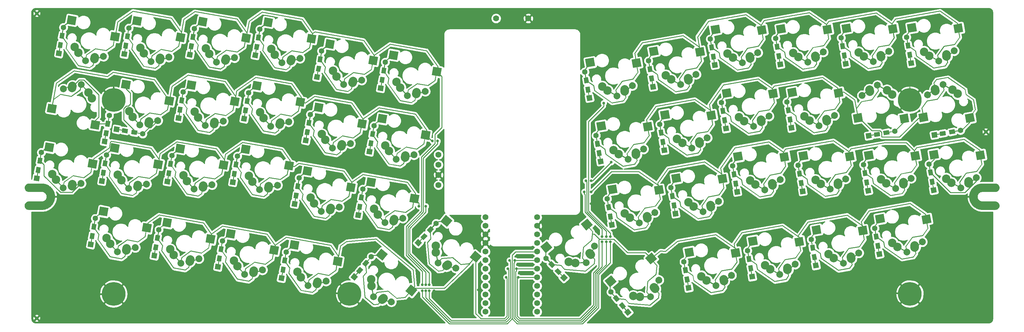
<source format=gtl>
G04 #@! TF.GenerationSoftware,KiCad,Pcbnew,(5.1.5-0-10_14)*
G04 #@! TF.CreationDate,2021-08-24T10:05:46-04:00*
G04 #@! TF.ProjectId,Laptreus-v3,4c617074-7265-4757-932d-76332e6b6963,rev?*
G04 #@! TF.SameCoordinates,Original*
G04 #@! TF.FileFunction,Copper,L1,Top*
G04 #@! TF.FilePolarity,Positive*
%FSLAX46Y46*%
G04 Gerber Fmt 4.6, Leading zero omitted, Abs format (unit mm)*
G04 Created by KiCad (PCBNEW (5.1.5-0-10_14)) date 2021-08-24 10:05:46*
%MOMM*%
%LPD*%
G04 APERTURE LIST*
%ADD10C,1.752600*%
%ADD11C,7.000000*%
%ADD12C,1.000000*%
%ADD13C,0.100000*%
%ADD14C,1.778000*%
%ADD15C,2.000000*%
%ADD16C,2.500000*%
%ADD17C,2.500000*%
%ADD18C,1.600000*%
%ADD19C,0.800000*%
%ADD20C,0.250000*%
%ADD21C,0.500000*%
%ADD22C,0.254000*%
G04 APERTURE END LIST*
D10*
X139710000Y-99690000D03*
X139710000Y-102230000D03*
X139710000Y-104770000D03*
X139710000Y-107310000D03*
X139710000Y-109850000D03*
X139710000Y-112390000D03*
X139710000Y-114930000D03*
X139710000Y-117470000D03*
X139710000Y-120010000D03*
X139710000Y-122550000D03*
X139710000Y-125090000D03*
X154950000Y-127630000D03*
X154950000Y-125090000D03*
X154950000Y-122550000D03*
X154950000Y-120010000D03*
X154950000Y-117470000D03*
X154950000Y-114930000D03*
X154950000Y-112390000D03*
X154950000Y-109850000D03*
X154950000Y-107310000D03*
X154950000Y-104770000D03*
X154950000Y-102230000D03*
X139710000Y-127630000D03*
X154950000Y-99690000D03*
D11*
X264880000Y-122310000D03*
D12*
X266080000Y-120010000D03*
X263680000Y-120010000D03*
X263680000Y-124610000D03*
X266080000Y-124610000D03*
X264880000Y-124610000D03*
X264880000Y-120010000D03*
D11*
X30030000Y-122310000D03*
D12*
X31230000Y-120010000D03*
X28830000Y-120010000D03*
X28830000Y-124610000D03*
X31230000Y-124610000D03*
X30030000Y-124610000D03*
X30030000Y-120010000D03*
D11*
X264880000Y-65010000D03*
X99580000Y-122310000D03*
X30030000Y-65010000D03*
D12*
X264880000Y-62710000D03*
X267180000Y-65010000D03*
X262580000Y-65010000D03*
X264880000Y-67310000D03*
X266506346Y-63383654D03*
X263253654Y-63383654D03*
X266506346Y-66636346D03*
X263253654Y-66636346D03*
X30030000Y-62710000D03*
X30030000Y-67310000D03*
X28830000Y-67310000D03*
X31230000Y-67310000D03*
X31230000Y-62710000D03*
X28830000Y-62693000D03*
X99580000Y-120010000D03*
X99580000Y-124610000D03*
X98380000Y-120010000D03*
X100780000Y-120010000D03*
X100780000Y-124610000D03*
X98380000Y-124610000D03*
X286280000Y-91010000D03*
X286280000Y-96210000D03*
X284441522Y-91771522D03*
X284441522Y-95448478D03*
X288322035Y-91010000D03*
X288322035Y-96210000D03*
X10718478Y-91771522D03*
X8880000Y-91010000D03*
X6837965Y-91010000D03*
X6837965Y-96210000D03*
X8880000Y-96210000D03*
X10718478Y-95448478D03*
G04 #@! TA.AperFunction,ComponentPad*
D13*
G36*
X8897466Y-89708222D02*
G01*
X8919258Y-89709593D01*
X8941109Y-89709593D01*
X9199796Y-89722245D01*
X9217235Y-89723221D01*
X9269271Y-89729058D01*
X9321429Y-89734172D01*
X9577644Y-89772006D01*
X9577650Y-89772007D01*
X9577657Y-89772008D01*
X9594908Y-89774679D01*
X9646147Y-89785570D01*
X9697539Y-89795746D01*
X9948818Y-89858397D01*
X9948842Y-89858402D01*
X9948870Y-89858410D01*
X9965759Y-89862746D01*
X10015676Y-89878581D01*
X10065842Y-89893727D01*
X10309832Y-89980608D01*
X10326246Y-89986582D01*
X10374414Y-90007227D01*
X10422826Y-90027181D01*
X10657173Y-90137456D01*
X10672925Y-90145003D01*
X10718841Y-90170245D01*
X10765086Y-90194834D01*
X10987553Y-90327451D01*
X11002493Y-90336499D01*
X11045732Y-90366105D01*
X11089351Y-90395086D01*
X11297807Y-90548773D01*
X11297814Y-90548778D01*
X11297816Y-90548780D01*
X11311802Y-90559243D01*
X11351941Y-90592923D01*
X11392525Y-90626023D01*
X11584994Y-90799321D01*
X11585001Y-90799327D01*
X11585009Y-90799335D01*
X11597895Y-90811102D01*
X11634520Y-90848503D01*
X11671722Y-90885446D01*
X11846354Y-91076693D01*
X11846364Y-91076703D01*
X11846374Y-91076715D01*
X11858051Y-91089684D01*
X11890840Y-91130466D01*
X11924268Y-91170873D01*
X12079413Y-91378261D01*
X12089778Y-91392319D01*
X12118463Y-91436154D01*
X12147755Y-91479582D01*
X12281922Y-91701118D01*
X12290865Y-91716121D01*
X12315130Y-91762535D01*
X12340051Y-91808626D01*
X12451952Y-92042182D01*
X12451961Y-92042198D01*
X12451969Y-92042218D01*
X12459397Y-92058002D01*
X12479014Y-92106557D01*
X12499321Y-92154866D01*
X12587903Y-92398242D01*
X12593762Y-92414697D01*
X12608542Y-92464916D01*
X12624044Y-92514993D01*
X12688454Y-92765852D01*
X12692679Y-92782799D01*
X12702498Y-92834271D01*
X12713029Y-92885574D01*
X12752652Y-93141522D01*
X12755204Y-93158801D01*
X12759952Y-93210971D01*
X12765428Y-93263073D01*
X12779885Y-93521666D01*
X12780738Y-93539112D01*
X12780570Y-93563124D01*
X12781827Y-93587099D01*
X12781892Y-93605606D01*
X12781832Y-93623073D01*
X12780407Y-93647066D01*
X12780407Y-93671109D01*
X12767755Y-93929796D01*
X12766779Y-93947235D01*
X12760943Y-93999268D01*
X12755828Y-94051429D01*
X12717993Y-94307648D01*
X12715321Y-94324909D01*
X12704428Y-94376155D01*
X12694254Y-94427539D01*
X12631602Y-94678823D01*
X12631598Y-94678842D01*
X12631591Y-94678864D01*
X12627254Y-94695759D01*
X12611417Y-94745685D01*
X12596273Y-94795842D01*
X12509392Y-95039832D01*
X12503418Y-95056245D01*
X12482785Y-95104385D01*
X12462819Y-95152827D01*
X12352544Y-95387173D01*
X12344997Y-95402925D01*
X12319755Y-95448841D01*
X12295166Y-95495086D01*
X12162549Y-95717553D01*
X12153501Y-95732493D01*
X12123917Y-95775699D01*
X12094914Y-95819352D01*
X11941227Y-96027807D01*
X11941222Y-96027814D01*
X11941220Y-96027816D01*
X11930757Y-96041802D01*
X11897094Y-96081921D01*
X11863977Y-96122526D01*
X11690688Y-96314982D01*
X11690673Y-96315001D01*
X11690653Y-96315022D01*
X11678898Y-96327896D01*
X11641461Y-96364557D01*
X11604554Y-96401722D01*
X11413307Y-96576354D01*
X11413297Y-96576364D01*
X11413285Y-96576374D01*
X11400316Y-96588051D01*
X11359510Y-96620860D01*
X11319127Y-96654267D01*
X11111740Y-96809413D01*
X11097681Y-96819777D01*
X11053860Y-96848453D01*
X11010418Y-96877755D01*
X10788882Y-97011922D01*
X10773879Y-97020865D01*
X10727465Y-97045130D01*
X10681374Y-97070051D01*
X10447809Y-97181956D01*
X10447801Y-97181961D01*
X10447790Y-97181965D01*
X10431998Y-97189397D01*
X10383441Y-97209016D01*
X10335134Y-97229322D01*
X10091764Y-97317900D01*
X10091758Y-97317903D01*
X10091750Y-97317905D01*
X10075303Y-97323763D01*
X10025027Y-97338560D01*
X9975007Y-97354044D01*
X9724148Y-97418454D01*
X9707201Y-97422679D01*
X9655737Y-97432497D01*
X9604427Y-97443029D01*
X9348486Y-97482651D01*
X9348475Y-97482653D01*
X9348462Y-97482654D01*
X9331199Y-97485204D01*
X9279032Y-97489952D01*
X9226927Y-97495428D01*
X8968334Y-97509885D01*
X8950888Y-97510738D01*
X8926875Y-97510570D01*
X8902900Y-97511827D01*
X8884394Y-97511892D01*
X8880441Y-97511878D01*
X8880000Y-97511900D01*
X5030000Y-97511900D01*
X5012534Y-97511778D01*
X4890558Y-97504104D01*
X4769913Y-97484564D01*
X4651750Y-97453344D01*
X4537198Y-97410742D01*
X4427350Y-97357166D01*
X4323255Y-97293126D01*
X4225905Y-97219233D01*
X4136230Y-97136194D01*
X4055087Y-97044800D01*
X3983250Y-96945924D01*
X3921404Y-96840510D01*
X3870139Y-96729564D01*
X3829946Y-96614145D01*
X3801208Y-96495355D01*
X3784198Y-96374327D01*
X3779080Y-96252217D01*
X3785903Y-96130190D01*
X3804600Y-96009412D01*
X3834995Y-95891034D01*
X3876795Y-95776187D01*
X3929604Y-95665968D01*
X3992915Y-95561428D01*
X4066126Y-95463564D01*
X4148538Y-95373312D01*
X4239363Y-95291533D01*
X4337735Y-95219007D01*
X4442715Y-95156427D01*
X4553300Y-95104389D01*
X4668436Y-95063391D01*
X4787023Y-95033824D01*
X4907929Y-95015970D01*
X5030000Y-95010000D01*
X8862397Y-95010000D01*
X9026191Y-95000843D01*
X9161203Y-94979942D01*
X9293554Y-94945960D01*
X9421942Y-94899230D01*
X9545160Y-94840194D01*
X9662032Y-94769414D01*
X9771443Y-94687564D01*
X9872341Y-94595432D01*
X9963766Y-94493894D01*
X10044843Y-94383923D01*
X10114807Y-94266557D01*
X10172980Y-94142933D01*
X10218817Y-94014208D01*
X10251870Y-93881639D01*
X10271829Y-93746478D01*
X10278743Y-93605119D01*
X10270843Y-93463810D01*
X10249942Y-93328797D01*
X10215961Y-93196452D01*
X10169230Y-93068059D01*
X10110194Y-92944840D01*
X10039411Y-92827964D01*
X9957562Y-92718555D01*
X9865435Y-92617662D01*
X9763900Y-92526240D01*
X9653922Y-92445156D01*
X9536560Y-92375194D01*
X9412932Y-92317019D01*
X9284208Y-92271183D01*
X9151637Y-92238129D01*
X9016478Y-92218171D01*
X8849417Y-92210000D01*
X5080000Y-92210000D01*
X5062534Y-92209878D01*
X4940558Y-92202204D01*
X4819913Y-92182664D01*
X4701750Y-92151444D01*
X4587198Y-92108842D01*
X4477350Y-92055266D01*
X4373255Y-91991226D01*
X4275905Y-91917333D01*
X4186230Y-91834294D01*
X4105087Y-91742900D01*
X4033250Y-91644024D01*
X3971404Y-91538610D01*
X3920139Y-91427664D01*
X3879946Y-91312245D01*
X3851208Y-91193455D01*
X3834198Y-91072427D01*
X3829080Y-90950317D01*
X3835903Y-90828290D01*
X3854600Y-90707512D01*
X3884995Y-90589134D01*
X3926795Y-90474287D01*
X3979604Y-90364068D01*
X4042915Y-90259528D01*
X4116126Y-90161664D01*
X4198538Y-90071412D01*
X4289363Y-89989633D01*
X4387735Y-89917107D01*
X4492715Y-89854527D01*
X4603300Y-89802489D01*
X4718436Y-89761491D01*
X4837023Y-89731924D01*
X4957929Y-89714070D01*
X5080000Y-89708100D01*
X8880000Y-89708100D01*
X8897466Y-89708222D01*
G37*
G04 #@! TD.AperFunction*
G04 #@! TA.AperFunction,ComponentPad*
G36*
X290097466Y-89708222D02*
G01*
X290219442Y-89715896D01*
X290340087Y-89735436D01*
X290458250Y-89766656D01*
X290572802Y-89809258D01*
X290682650Y-89862834D01*
X290786745Y-89926874D01*
X290884095Y-90000767D01*
X290973770Y-90083806D01*
X291054913Y-90175200D01*
X291126750Y-90274076D01*
X291188596Y-90379490D01*
X291239861Y-90490436D01*
X291280054Y-90605855D01*
X291308792Y-90724645D01*
X291325802Y-90845673D01*
X291330920Y-90967783D01*
X291324097Y-91089810D01*
X291305400Y-91210588D01*
X291275005Y-91328966D01*
X291233205Y-91443813D01*
X291180396Y-91554032D01*
X291117085Y-91658572D01*
X291043874Y-91756436D01*
X290961462Y-91846688D01*
X290870637Y-91928467D01*
X290772265Y-92000993D01*
X290667285Y-92063573D01*
X290556700Y-92115611D01*
X290441564Y-92156609D01*
X290322977Y-92186176D01*
X290202071Y-92204030D01*
X290080000Y-92210000D01*
X286297603Y-92210000D01*
X286133810Y-92219157D01*
X285998797Y-92240058D01*
X285866452Y-92274039D01*
X285738059Y-92320770D01*
X285614840Y-92379806D01*
X285497964Y-92450589D01*
X285388555Y-92532438D01*
X285287662Y-92624565D01*
X285196240Y-92726100D01*
X285115156Y-92836078D01*
X285045194Y-92953440D01*
X284987019Y-93077068D01*
X284941183Y-93205792D01*
X284908129Y-93338363D01*
X284888171Y-93473522D01*
X284881257Y-93614881D01*
X284889157Y-93756191D01*
X284910058Y-93891203D01*
X284944040Y-94023554D01*
X284990770Y-94151942D01*
X285049806Y-94275160D01*
X285120586Y-94392032D01*
X285202436Y-94501443D01*
X285294568Y-94602341D01*
X285396106Y-94693766D01*
X285506077Y-94774843D01*
X285623443Y-94844807D01*
X285747067Y-94902980D01*
X285875792Y-94948817D01*
X286008361Y-94981870D01*
X286143522Y-95001829D01*
X286310583Y-95010000D01*
X290080000Y-95010000D01*
X290097466Y-95010122D01*
X290219442Y-95017796D01*
X290340087Y-95037336D01*
X290458250Y-95068556D01*
X290572802Y-95111158D01*
X290682650Y-95164734D01*
X290786745Y-95228774D01*
X290884095Y-95302667D01*
X290973770Y-95385706D01*
X291054913Y-95477100D01*
X291126750Y-95575976D01*
X291188596Y-95681390D01*
X291239861Y-95792336D01*
X291280054Y-95907755D01*
X291308792Y-96026545D01*
X291325802Y-96147573D01*
X291330920Y-96269683D01*
X291324097Y-96391710D01*
X291305400Y-96512488D01*
X291275005Y-96630866D01*
X291233205Y-96745713D01*
X291180396Y-96855932D01*
X291117085Y-96960472D01*
X291043874Y-97058336D01*
X290961462Y-97148588D01*
X290870637Y-97230367D01*
X290772265Y-97302893D01*
X290667285Y-97365473D01*
X290556700Y-97417511D01*
X290441564Y-97458509D01*
X290322977Y-97488076D01*
X290202071Y-97505930D01*
X290080000Y-97511900D01*
X286280000Y-97511900D01*
X286262534Y-97511778D01*
X286240742Y-97510407D01*
X286218891Y-97510407D01*
X285960204Y-97497755D01*
X285942765Y-97496779D01*
X285890732Y-97490943D01*
X285838571Y-97485828D01*
X285582356Y-97447994D01*
X285582350Y-97447993D01*
X285582343Y-97447992D01*
X285565091Y-97445321D01*
X285513845Y-97434428D01*
X285462461Y-97424254D01*
X285211177Y-97361602D01*
X285211158Y-97361598D01*
X285211136Y-97361591D01*
X285194241Y-97357254D01*
X285144315Y-97341417D01*
X285094158Y-97326273D01*
X284850168Y-97239392D01*
X284833755Y-97233418D01*
X284785615Y-97212785D01*
X284737173Y-97192819D01*
X284502827Y-97082544D01*
X284487075Y-97074997D01*
X284441159Y-97049755D01*
X284394914Y-97025166D01*
X284172447Y-96892549D01*
X284157507Y-96883501D01*
X284114301Y-96853917D01*
X284070648Y-96824914D01*
X283862193Y-96671227D01*
X283862186Y-96671222D01*
X283862179Y-96671216D01*
X283848198Y-96660757D01*
X283808079Y-96627094D01*
X283767474Y-96593977D01*
X283575018Y-96420688D01*
X283574999Y-96420673D01*
X283574978Y-96420653D01*
X283562104Y-96408898D01*
X283525443Y-96371461D01*
X283488278Y-96334554D01*
X283313646Y-96143307D01*
X283313636Y-96143297D01*
X283313626Y-96143285D01*
X283301949Y-96130316D01*
X283269140Y-96089510D01*
X283235733Y-96049127D01*
X283080587Y-95841740D01*
X283070223Y-95827681D01*
X283041547Y-95783860D01*
X283012245Y-95740418D01*
X282878078Y-95518882D01*
X282869135Y-95503879D01*
X282844870Y-95457465D01*
X282819949Y-95411374D01*
X282708040Y-95177802D01*
X282708039Y-95177801D01*
X282708035Y-95177790D01*
X282700603Y-95161998D01*
X282680984Y-95113441D01*
X282660678Y-95065134D01*
X282572097Y-94821757D01*
X282566237Y-94805303D01*
X282551440Y-94755027D01*
X282535956Y-94705007D01*
X282471546Y-94454148D01*
X282467321Y-94437201D01*
X282457503Y-94385737D01*
X282446971Y-94334427D01*
X282407348Y-94078478D01*
X282407347Y-94078475D01*
X282407346Y-94078462D01*
X282404796Y-94061199D01*
X282400048Y-94009032D01*
X282394572Y-93956927D01*
X282380115Y-93698334D01*
X282379262Y-93680888D01*
X282379430Y-93656875D01*
X282378173Y-93632900D01*
X282378108Y-93614394D01*
X282378168Y-93596927D01*
X282379593Y-93572934D01*
X282379593Y-93548891D01*
X282392245Y-93290204D01*
X282393221Y-93272765D01*
X282399058Y-93220729D01*
X282404172Y-93168571D01*
X282442007Y-92912352D01*
X282444679Y-92895092D01*
X282455570Y-92843853D01*
X282465746Y-92792461D01*
X282528397Y-92541182D01*
X282528402Y-92541158D01*
X282528410Y-92541130D01*
X282532746Y-92524241D01*
X282548581Y-92474324D01*
X282563727Y-92424158D01*
X282650608Y-92180168D01*
X282656582Y-92163754D01*
X282677227Y-92115586D01*
X282697181Y-92067174D01*
X282807456Y-91832827D01*
X282815003Y-91817075D01*
X282840245Y-91771159D01*
X282864834Y-91724914D01*
X282997451Y-91502447D01*
X283006499Y-91487507D01*
X283036105Y-91444268D01*
X283065086Y-91400649D01*
X283218773Y-91192193D01*
X283218778Y-91192186D01*
X283218784Y-91192179D01*
X283229243Y-91178198D01*
X283262923Y-91138059D01*
X283296023Y-91097475D01*
X283469324Y-90905003D01*
X283469327Y-90904999D01*
X283469335Y-90904991D01*
X283481102Y-90892105D01*
X283518503Y-90855480D01*
X283555446Y-90818278D01*
X283746693Y-90643646D01*
X283746703Y-90643636D01*
X283746715Y-90643626D01*
X283759684Y-90631949D01*
X283800466Y-90599160D01*
X283840873Y-90565732D01*
X284048258Y-90410589D01*
X284048259Y-90410588D01*
X284048267Y-90410583D01*
X284062319Y-90400222D01*
X284106154Y-90371537D01*
X284149582Y-90342245D01*
X284371118Y-90208078D01*
X284386121Y-90199135D01*
X284432535Y-90174870D01*
X284478626Y-90149949D01*
X284712182Y-90038048D01*
X284712198Y-90038039D01*
X284712218Y-90038031D01*
X284728002Y-90030603D01*
X284776557Y-90010986D01*
X284824866Y-89990679D01*
X285068242Y-89902097D01*
X285084697Y-89896238D01*
X285134916Y-89881458D01*
X285184993Y-89865956D01*
X285435852Y-89801546D01*
X285452799Y-89797321D01*
X285504271Y-89787502D01*
X285555574Y-89776971D01*
X285811518Y-89737349D01*
X285811526Y-89737347D01*
X285811536Y-89737346D01*
X285828801Y-89734796D01*
X285880971Y-89730048D01*
X285933073Y-89724572D01*
X286191666Y-89710115D01*
X286209112Y-89709262D01*
X286233124Y-89709430D01*
X286257099Y-89708173D01*
X286275606Y-89708108D01*
X286279559Y-89708122D01*
X286280000Y-89708100D01*
X290080000Y-89708100D01*
X290097466Y-89708222D01*
G37*
G04 #@! TD.AperFunction*
D14*
X152330000Y-40910000D03*
X142830000Y-40910000D03*
G04 #@! TA.AperFunction,Conductor*
D13*
G36*
X286447227Y-80171905D02*
G01*
X286456958Y-80173078D01*
X286466274Y-80176128D01*
X286468435Y-80177344D01*
X286488431Y-80173818D01*
X286835727Y-82143434D01*
X285924780Y-82304058D01*
X286226928Y-84017624D01*
X286226994Y-84018017D01*
X286227002Y-84018054D01*
X286227008Y-84018098D01*
X286227219Y-84019344D01*
X286227829Y-84024787D01*
X286228491Y-84030175D01*
X286228507Y-84030828D01*
X286228580Y-84031481D01*
X286228655Y-84036918D01*
X286228789Y-84042383D01*
X286228741Y-84043042D01*
X286228750Y-84043692D01*
X286228295Y-84049116D01*
X286227895Y-84054563D01*
X286227784Y-84055205D01*
X286227729Y-84055861D01*
X286226739Y-84061258D01*
X286225816Y-84066598D01*
X286225643Y-84067225D01*
X286225524Y-84067874D01*
X286224023Y-84073110D01*
X286222573Y-84078372D01*
X286222337Y-84078988D01*
X286222157Y-84079613D01*
X286220145Y-84084697D01*
X286218196Y-84089773D01*
X286217907Y-84090351D01*
X286217662Y-84090968D01*
X286215136Y-84095883D01*
X286212728Y-84100692D01*
X286212383Y-84101240D01*
X286212080Y-84101829D01*
X286209114Y-84106432D01*
X286206220Y-84111027D01*
X284746133Y-86196247D01*
X284745905Y-86196570D01*
X284745882Y-86196604D01*
X284745854Y-86196641D01*
X284745123Y-86197670D01*
X284741704Y-86201953D01*
X284738364Y-86206228D01*
X284737911Y-86206704D01*
X284737503Y-86207214D01*
X284733697Y-86211128D01*
X284729942Y-86215072D01*
X284729448Y-86215498D01*
X284728989Y-86215970D01*
X284724795Y-86219514D01*
X284720697Y-86223051D01*
X284720166Y-86223426D01*
X284719661Y-86223852D01*
X284715141Y-86226971D01*
X284710718Y-86230091D01*
X284710152Y-86230412D01*
X284709609Y-86230787D01*
X284704848Y-86233426D01*
X284700099Y-86236124D01*
X284699494Y-86236393D01*
X284698928Y-86236707D01*
X284693932Y-86238869D01*
X284688942Y-86241090D01*
X284688326Y-86241296D01*
X284687720Y-86241558D01*
X284682496Y-86243234D01*
X284677354Y-86244945D01*
X284676717Y-86245090D01*
X284676092Y-86245291D01*
X284670767Y-86246442D01*
X284665445Y-86247651D01*
X281565050Y-86794335D01*
X279758779Y-89373957D01*
X279916680Y-90269458D01*
X279975023Y-90270731D01*
X280048095Y-90279541D01*
X280119952Y-90295471D01*
X280189901Y-90318369D01*
X280257269Y-90348011D01*
X280321408Y-90384115D01*
X280381699Y-90426331D01*
X280437562Y-90474253D01*
X280488458Y-90527420D01*
X280533898Y-90585320D01*
X280573444Y-90647395D01*
X280606715Y-90713047D01*
X280633391Y-90781644D01*
X280653216Y-90852525D01*
X280665996Y-90925009D01*
X280671610Y-90998396D01*
X280670005Y-91071980D01*
X280661194Y-91145052D01*
X280645264Y-91216909D01*
X280622367Y-91286858D01*
X280592725Y-91354226D01*
X280556621Y-91418365D01*
X280514405Y-91478656D01*
X280466483Y-91534519D01*
X280413316Y-91585414D01*
X280355416Y-91630855D01*
X280293341Y-91670401D01*
X280227689Y-91703672D01*
X280159092Y-91730348D01*
X280088211Y-91750172D01*
X280015727Y-91762953D01*
X279942340Y-91768567D01*
X279868756Y-91766961D01*
X279795684Y-91758151D01*
X279723827Y-91742221D01*
X279653877Y-91719324D01*
X279586510Y-91689682D01*
X279522371Y-91653578D01*
X279462080Y-91611362D01*
X279406217Y-91563440D01*
X279355321Y-91510273D01*
X279309881Y-91452373D01*
X279270335Y-91390298D01*
X279237064Y-91324646D01*
X279210388Y-91256049D01*
X279190563Y-91185168D01*
X279177782Y-91112684D01*
X279172169Y-91039297D01*
X279173774Y-90965713D01*
X279182584Y-90892641D01*
X279198515Y-90820784D01*
X279205836Y-90798415D01*
X277796643Y-90028188D01*
X277747933Y-90084969D01*
X277685905Y-90144348D01*
X277618355Y-90197362D01*
X277545935Y-90243498D01*
X277469340Y-90282314D01*
X277389310Y-90313436D01*
X277306615Y-90336565D01*
X277222051Y-90351475D01*
X277136433Y-90358025D01*
X277050584Y-90356152D01*
X276965333Y-90345874D01*
X276881500Y-90327289D01*
X276799893Y-90300576D01*
X276721297Y-90265993D01*
X276646469Y-90223872D01*
X276576129Y-90174620D01*
X276510956Y-90118711D01*
X276451577Y-90056682D01*
X276398563Y-89989133D01*
X276352427Y-89916712D01*
X276313611Y-89840118D01*
X276282489Y-89760087D01*
X276259360Y-89677392D01*
X276244450Y-89592829D01*
X276237900Y-89507210D01*
X276239773Y-89421362D01*
X276250051Y-89336111D01*
X276268636Y-89252278D01*
X276295349Y-89170671D01*
X276329932Y-89092074D01*
X276354747Y-89047990D01*
X276220132Y-88942440D01*
X276181594Y-88979333D01*
X276109413Y-89035982D01*
X276032026Y-89085283D01*
X275950179Y-89126761D01*
X275864662Y-89160017D01*
X275776296Y-89184731D01*
X275685934Y-89200664D01*
X275594444Y-89207663D01*
X275502710Y-89205661D01*
X275411613Y-89194678D01*
X275322031Y-89174818D01*
X275234828Y-89146273D01*
X275150842Y-89109319D01*
X275070882Y-89064310D01*
X274995720Y-89011681D01*
X274926078Y-88951938D01*
X274862627Y-88885656D01*
X274805978Y-88813474D01*
X274756677Y-88736088D01*
X274715200Y-88654241D01*
X274681944Y-88568724D01*
X274657229Y-88480358D01*
X274641296Y-88389996D01*
X274634297Y-88298506D01*
X274636299Y-88206772D01*
X274647282Y-88115675D01*
X274667142Y-88026093D01*
X274695687Y-87938889D01*
X274732641Y-87854903D01*
X274777650Y-87774944D01*
X274830279Y-87699782D01*
X274890022Y-87630140D01*
X274956304Y-87566689D01*
X275028486Y-87510040D01*
X275105873Y-87460739D01*
X275187719Y-87419262D01*
X275273237Y-87386005D01*
X275361603Y-87361291D01*
X275451965Y-87345358D01*
X275543454Y-87338359D01*
X275635189Y-87340361D01*
X275726286Y-87351344D01*
X275815867Y-87371204D01*
X275903071Y-87399749D01*
X275987057Y-87436703D01*
X276067016Y-87481712D01*
X276142178Y-87534341D01*
X276211820Y-87594084D01*
X276275271Y-87660366D01*
X276331920Y-87732548D01*
X276381221Y-87809934D01*
X276422699Y-87891781D01*
X276455955Y-87977299D01*
X276480669Y-88065665D01*
X276496602Y-88156027D01*
X276503602Y-88247516D01*
X276501600Y-88339250D01*
X276490617Y-88430347D01*
X276470757Y-88519929D01*
X276442212Y-88607133D01*
X276405257Y-88691119D01*
X276374487Y-88745782D01*
X276509031Y-88851276D01*
X276539243Y-88822354D01*
X276606792Y-88769341D01*
X276679213Y-88723204D01*
X276755807Y-88684388D01*
X276835838Y-88653266D01*
X276918533Y-88630138D01*
X277003096Y-88615227D01*
X277088715Y-88608677D01*
X277174563Y-88610550D01*
X277259814Y-88620829D01*
X277343647Y-88639413D01*
X277425254Y-88666126D01*
X277503851Y-88700710D01*
X277578679Y-88742831D01*
X277649018Y-88792083D01*
X277714192Y-88847992D01*
X277773571Y-88910020D01*
X277826584Y-88977570D01*
X277872721Y-89049990D01*
X277911537Y-89126585D01*
X277942659Y-89206615D01*
X277965787Y-89289310D01*
X277980698Y-89373874D01*
X277987248Y-89459492D01*
X277985375Y-89545341D01*
X277975096Y-89630592D01*
X277956511Y-89714425D01*
X277940059Y-89764688D01*
X279349806Y-90535218D01*
X279377296Y-90503174D01*
X279430463Y-90452278D01*
X279488363Y-90406838D01*
X279550438Y-90367292D01*
X279616090Y-90334021D01*
X279670478Y-90312870D01*
X279503587Y-89366379D01*
X279503520Y-89365987D01*
X279503512Y-89365950D01*
X279503506Y-89365906D01*
X279503295Y-89364659D01*
X279502685Y-89359214D01*
X279502023Y-89353828D01*
X279502008Y-89353175D01*
X279501934Y-89352522D01*
X279501859Y-89347085D01*
X279501725Y-89341619D01*
X279501773Y-89340961D01*
X279501764Y-89340311D01*
X279502219Y-89334887D01*
X279502619Y-89329440D01*
X279502731Y-89328798D01*
X279502785Y-89328141D01*
X279503775Y-89322744D01*
X279504698Y-89317405D01*
X279504871Y-89316778D01*
X279504990Y-89316129D01*
X279506492Y-89310893D01*
X279507941Y-89305631D01*
X279508177Y-89305015D01*
X279508357Y-89304390D01*
X279510353Y-89299348D01*
X279512318Y-89294230D01*
X279512611Y-89293644D01*
X279512852Y-89293035D01*
X279515363Y-89288150D01*
X279517787Y-89283310D01*
X279518131Y-89282764D01*
X279518434Y-89282174D01*
X279521419Y-89277541D01*
X279524294Y-89272976D01*
X281389961Y-86608528D01*
X281390971Y-86607105D01*
X281398591Y-86597561D01*
X281407105Y-86588806D01*
X281416433Y-86580923D01*
X281426485Y-86573988D01*
X281437166Y-86568068D01*
X281448374Y-86563217D01*
X281460002Y-86559484D01*
X281471939Y-86556903D01*
X281482927Y-86555633D01*
X281483360Y-86555488D01*
X281495269Y-86552782D01*
X284571044Y-86010440D01*
X285971735Y-84010045D01*
X285678578Y-82347470D01*
X284866111Y-82490730D01*
X284518815Y-80521114D01*
X284538811Y-80517589D01*
X284540425Y-80515707D01*
X284548137Y-80509655D01*
X284556879Y-80505224D01*
X284566319Y-80502584D01*
X286437454Y-80172652D01*
X286447227Y-80171905D01*
G37*
G04 #@! TD.AperFunction*
G04 #@! TA.AperFunction,SMDPad,CuDef*
G36*
X270961818Y-82617105D02*
G01*
X270527698Y-80155086D01*
X273038958Y-79712283D01*
X273473078Y-82174302D01*
X270961818Y-82617105D01*
G37*
G04 #@! TD.AperFunction*
D15*
X284463902Y-87984030D03*
G04 #@! TA.AperFunction,SMDPad,CuDef*
D13*
G36*
X284638701Y-82784685D02*
G01*
X284204581Y-80322666D01*
X286715841Y-79879863D01*
X287149961Y-82341882D01*
X284638701Y-82784685D01*
G37*
G04 #@! TD.AperFunction*
D15*
X279921889Y-91018847D03*
D16*
X282162673Y-89101278D02*
X282224307Y-89677994D01*
D17*
X275568949Y-88273011D03*
X277112573Y-89483350D03*
G04 #@! TA.AperFunction,Conductor*
D13*
G36*
X284436633Y-86984401D02*
G01*
X284534745Y-86986542D01*
X284632175Y-86998289D01*
X284727984Y-87019530D01*
X284821250Y-87050058D01*
X284821252Y-87050059D01*
X284911075Y-87089582D01*
X284996594Y-87137721D01*
X285076981Y-87194009D01*
X285151465Y-87257905D01*
X285219327Y-87328794D01*
X285279913Y-87405994D01*
X285332641Y-87488761D01*
X285377003Y-87576297D01*
X285412572Y-87667760D01*
X285439002Y-87762269D01*
X285456044Y-87858914D01*
X285463531Y-87956762D01*
X285461389Y-88054874D01*
X285449642Y-88152304D01*
X285428402Y-88248113D01*
X285397873Y-88341380D01*
X285358350Y-88431203D01*
X285310211Y-88516722D01*
X285253923Y-88597109D01*
X285190027Y-88671593D01*
X285119138Y-88739455D01*
X285041938Y-88800041D01*
X284959171Y-88852769D01*
X284871635Y-88897131D01*
X284780172Y-88932700D01*
X284685663Y-88959130D01*
X284589018Y-88976172D01*
X284491170Y-88983659D01*
X284393058Y-88981517D01*
X284295628Y-88969770D01*
X284199819Y-88948530D01*
X284106552Y-88918001D01*
X284016729Y-88878478D01*
X283931210Y-88830339D01*
X283850823Y-88774051D01*
X283778747Y-88712221D01*
X283396669Y-89056309D01*
X283412365Y-89112434D01*
X283433667Y-89233241D01*
X283443025Y-89355552D01*
X283440348Y-89478192D01*
X283425664Y-89599979D01*
X283399114Y-89719741D01*
X283360953Y-89836323D01*
X283311548Y-89948604D01*
X283251376Y-90055501D01*
X283181016Y-90155986D01*
X283101145Y-90249090D01*
X283012533Y-90333918D01*
X282916034Y-90409651D01*
X282812575Y-90475561D01*
X282703155Y-90531013D01*
X282588827Y-90575473D01*
X282470691Y-90608512D01*
X282349885Y-90629814D01*
X282227574Y-90639172D01*
X282104934Y-90636495D01*
X281983147Y-90621811D01*
X281863385Y-90595262D01*
X281746803Y-90557100D01*
X281634522Y-90507695D01*
X281527624Y-90447523D01*
X281427140Y-90377163D01*
X281334036Y-90297292D01*
X281249208Y-90208680D01*
X281173475Y-90112181D01*
X281107565Y-90008722D01*
X281052113Y-89899302D01*
X281007652Y-89784974D01*
X280974613Y-89666838D01*
X280953312Y-89546032D01*
X280943954Y-89423721D01*
X280946630Y-89301081D01*
X280961314Y-89179294D01*
X280987864Y-89059532D01*
X281026026Y-88942950D01*
X281075431Y-88830669D01*
X281135602Y-88723771D01*
X281205962Y-88623287D01*
X281285833Y-88530183D01*
X281374445Y-88445355D01*
X281470945Y-88369622D01*
X281574403Y-88303712D01*
X281683823Y-88248260D01*
X281798152Y-88203799D01*
X281916287Y-88170760D01*
X282037094Y-88149459D01*
X282159405Y-88140101D01*
X282282045Y-88142777D01*
X282403832Y-88157461D01*
X282523594Y-88184011D01*
X282640176Y-88222173D01*
X282752456Y-88271578D01*
X282859354Y-88331749D01*
X282959839Y-88402109D01*
X283052943Y-88481981D01*
X283137771Y-88570593D01*
X283213504Y-88667092D01*
X283279414Y-88770550D01*
X283298524Y-88808260D01*
X283620185Y-88518579D01*
X283595161Y-88479298D01*
X283550800Y-88391762D01*
X283515231Y-88300299D01*
X283488800Y-88205791D01*
X283471759Y-88109146D01*
X283464272Y-88011297D01*
X283466414Y-87913185D01*
X283478161Y-87815755D01*
X283499401Y-87719946D01*
X283529930Y-87626680D01*
X283569453Y-87536856D01*
X283617592Y-87451337D01*
X283673880Y-87370950D01*
X283737776Y-87296466D01*
X283808665Y-87228604D01*
X283885865Y-87168018D01*
X283968632Y-87115290D01*
X284056168Y-87070928D01*
X284147631Y-87035359D01*
X284242139Y-87008929D01*
X284338784Y-86991888D01*
X284436633Y-86984401D01*
G37*
G04 #@! TD.AperFunction*
G04 #@! TA.AperFunction,Conductor*
G36*
X24970704Y-83026483D02*
G01*
X24979446Y-83030914D01*
X24987158Y-83036966D01*
X24988772Y-83038848D01*
X25008768Y-83042373D01*
X24661472Y-85011989D01*
X23750524Y-84851364D01*
X23448377Y-86564930D01*
X23448304Y-86565322D01*
X23448300Y-86565360D01*
X23448290Y-86565403D01*
X23448062Y-86566646D01*
X23446774Y-86571969D01*
X23445553Y-86577259D01*
X23445344Y-86577878D01*
X23445190Y-86578517D01*
X23443401Y-86583651D01*
X23441658Y-86588833D01*
X23441387Y-86589435D01*
X23441173Y-86590050D01*
X23438891Y-86594990D01*
X23436651Y-86599972D01*
X23436327Y-86600537D01*
X23436051Y-86601136D01*
X23433275Y-86605868D01*
X23430582Y-86610570D01*
X23430205Y-86611101D01*
X23429871Y-86611670D01*
X23426669Y-86616076D01*
X23423508Y-86620525D01*
X23423075Y-86621023D01*
X23422693Y-86621549D01*
X23419062Y-86625639D01*
X23415495Y-86629742D01*
X23415025Y-86630186D01*
X23414584Y-86630682D01*
X23410530Y-86634437D01*
X23406622Y-86638132D01*
X23406111Y-86638529D01*
X23405625Y-86638979D01*
X23401263Y-86642290D01*
X23396972Y-86645618D01*
X21311752Y-88105705D01*
X21311427Y-88105930D01*
X21311394Y-88105954D01*
X21311355Y-88105979D01*
X21310316Y-88106696D01*
X21305638Y-88109551D01*
X21301038Y-88112426D01*
X21300449Y-88112719D01*
X21299891Y-88113059D01*
X21294976Y-88115434D01*
X21290099Y-88117856D01*
X21289489Y-88118088D01*
X21288896Y-88118374D01*
X21283743Y-88120270D01*
X21278682Y-88122193D01*
X21278055Y-88122363D01*
X21277435Y-88122591D01*
X21272121Y-88123975D01*
X21266897Y-88125395D01*
X21266256Y-88125503D01*
X21265617Y-88125670D01*
X21260240Y-88126521D01*
X21254855Y-88127432D01*
X21254194Y-88127478D01*
X21253555Y-88127579D01*
X21248121Y-88127903D01*
X21242673Y-88128283D01*
X21242024Y-88128265D01*
X21241364Y-88128304D01*
X21235882Y-88128093D01*
X21230465Y-88127942D01*
X21229817Y-88127860D01*
X21229161Y-88127835D01*
X21223763Y-88127096D01*
X21218349Y-88126412D01*
X18117954Y-87579729D01*
X15538332Y-89385999D01*
X15380431Y-90281501D01*
X15434819Y-90302652D01*
X15500471Y-90335922D01*
X15562546Y-90375468D01*
X15620446Y-90420909D01*
X15673613Y-90471804D01*
X15721535Y-90527668D01*
X15763751Y-90587959D01*
X15799855Y-90652097D01*
X15829497Y-90719465D01*
X15852394Y-90789415D01*
X15868325Y-90861272D01*
X15877135Y-90934344D01*
X15878740Y-91007927D01*
X15873127Y-91081315D01*
X15860346Y-91153798D01*
X15840521Y-91224680D01*
X15813845Y-91293277D01*
X15780574Y-91358929D01*
X15741028Y-91421004D01*
X15695588Y-91478904D01*
X15644692Y-91532070D01*
X15588829Y-91579993D01*
X15528538Y-91622209D01*
X15464399Y-91658313D01*
X15397032Y-91687955D01*
X15327082Y-91710852D01*
X15255225Y-91726782D01*
X15182153Y-91735592D01*
X15108569Y-91737198D01*
X15035182Y-91731584D01*
X14962698Y-91718803D01*
X14891817Y-91698979D01*
X14823220Y-91672303D01*
X14757568Y-91639032D01*
X14695493Y-91599486D01*
X14637593Y-91554045D01*
X14584426Y-91503150D01*
X14536504Y-91447286D01*
X14494288Y-91386996D01*
X14458184Y-91322857D01*
X14428542Y-91255489D01*
X14405645Y-91185539D01*
X14389715Y-91113682D01*
X14380905Y-91040611D01*
X14379299Y-90967027D01*
X14384913Y-90893640D01*
X14397693Y-90821156D01*
X14417518Y-90750275D01*
X14444194Y-90681678D01*
X14477465Y-90616026D01*
X14517011Y-90553951D01*
X14531542Y-90535435D01*
X13470766Y-89329686D01*
X13405574Y-89366383D01*
X13326977Y-89400966D01*
X13245370Y-89427679D01*
X13161537Y-89446264D01*
X13076286Y-89456542D01*
X12990437Y-89458415D01*
X12904819Y-89451865D01*
X12820256Y-89436955D01*
X12737561Y-89413826D01*
X12657530Y-89382704D01*
X12580936Y-89343888D01*
X12508515Y-89297752D01*
X12440965Y-89244738D01*
X12378937Y-89185359D01*
X12323028Y-89120185D01*
X12273776Y-89049846D01*
X12231655Y-88975018D01*
X12197072Y-88896422D01*
X12170359Y-88814814D01*
X12151774Y-88730982D01*
X12141495Y-88645731D01*
X12139622Y-88559882D01*
X12146172Y-88474264D01*
X12161083Y-88389700D01*
X12184211Y-88307005D01*
X12215333Y-88226975D01*
X12254150Y-88150380D01*
X12300286Y-88077960D01*
X12353299Y-88010410D01*
X12412679Y-87948382D01*
X12451075Y-87915444D01*
X12360678Y-87770218D01*
X12311846Y-87791705D01*
X12224643Y-87820250D01*
X12135061Y-87840110D01*
X12043964Y-87851093D01*
X11952230Y-87853095D01*
X11860740Y-87846096D01*
X11770378Y-87830162D01*
X11682012Y-87805448D01*
X11596495Y-87772192D01*
X11514648Y-87730715D01*
X11437261Y-87681413D01*
X11365080Y-87624765D01*
X11298798Y-87561314D01*
X11239055Y-87491672D01*
X11186426Y-87416510D01*
X11141417Y-87336550D01*
X11104462Y-87252564D01*
X11075917Y-87165361D01*
X11056057Y-87075779D01*
X11045074Y-86984682D01*
X11043072Y-86892948D01*
X11050072Y-86801458D01*
X11066005Y-86711096D01*
X11090719Y-86622730D01*
X11123975Y-86537213D01*
X11165453Y-86455366D01*
X11214754Y-86377979D01*
X11271403Y-86305798D01*
X11334853Y-86239516D01*
X11404496Y-86179773D01*
X11479658Y-86127144D01*
X11559617Y-86082135D01*
X11643603Y-86045180D01*
X11730807Y-86016635D01*
X11820388Y-85996775D01*
X11911485Y-85985792D01*
X12003220Y-85983790D01*
X12094709Y-85990790D01*
X12185071Y-86006723D01*
X12273437Y-86031437D01*
X12358955Y-86064693D01*
X12440801Y-86106171D01*
X12518188Y-86155472D01*
X12590370Y-86212121D01*
X12656652Y-86275571D01*
X12716395Y-86345214D01*
X12769024Y-86420376D01*
X12814033Y-86500335D01*
X12850987Y-86584321D01*
X12879532Y-86671525D01*
X12899392Y-86761106D01*
X12910375Y-86852203D01*
X12912377Y-86943938D01*
X12905378Y-87035427D01*
X12889444Y-87125789D01*
X12864730Y-87214155D01*
X12831474Y-87299673D01*
X12789997Y-87381519D01*
X12740696Y-87458906D01*
X12684047Y-87531088D01*
X12620596Y-87597370D01*
X12572985Y-87638213D01*
X12663334Y-87783361D01*
X12701616Y-87766516D01*
X12783223Y-87739803D01*
X12867056Y-87721218D01*
X12952307Y-87710940D01*
X13038156Y-87709067D01*
X13123774Y-87715617D01*
X13208337Y-87730528D01*
X13291033Y-87753656D01*
X13371063Y-87784778D01*
X13447657Y-87823594D01*
X13520078Y-87869731D01*
X13587628Y-87922744D01*
X13649656Y-87982123D01*
X13705565Y-88047297D01*
X13754817Y-88117636D01*
X13796938Y-88192464D01*
X13831521Y-88271060D01*
X13858234Y-88352668D01*
X13876819Y-88436501D01*
X13887098Y-88521752D01*
X13888971Y-88607600D01*
X13882421Y-88693219D01*
X13867510Y-88777782D01*
X13844382Y-88860477D01*
X13813260Y-88940508D01*
X13774444Y-89017102D01*
X13728307Y-89089523D01*
X13695655Y-89131128D01*
X14756848Y-90337351D01*
X14793640Y-90316642D01*
X14861008Y-90286999D01*
X14930957Y-90264102D01*
X15002814Y-90248172D01*
X15075886Y-90239362D01*
X15134229Y-90238089D01*
X15301121Y-89291598D01*
X15301193Y-89291206D01*
X15301197Y-89291169D01*
X15301207Y-89291126D01*
X15301435Y-89289881D01*
X15302724Y-89284556D01*
X15303944Y-89279269D01*
X15304153Y-89278650D01*
X15304307Y-89278011D01*
X15306096Y-89272876D01*
X15307839Y-89267694D01*
X15308110Y-89267092D01*
X15308324Y-89266478D01*
X15310607Y-89261537D01*
X15312846Y-89256556D01*
X15313170Y-89255990D01*
X15313446Y-89255392D01*
X15316222Y-89250659D01*
X15318915Y-89245958D01*
X15319292Y-89245427D01*
X15319626Y-89244858D01*
X15322828Y-89240451D01*
X15325989Y-89236003D01*
X15326422Y-89235504D01*
X15326805Y-89234979D01*
X15330404Y-89230923D01*
X15334002Y-89226786D01*
X15334478Y-89226336D01*
X15334913Y-89225846D01*
X15338943Y-89222114D01*
X15342875Y-89218395D01*
X15343386Y-89218000D01*
X15343873Y-89217549D01*
X15348262Y-89214216D01*
X15352525Y-89210910D01*
X18016973Y-87345243D01*
X18018409Y-87344252D01*
X18028834Y-87337889D01*
X18039828Y-87332575D01*
X18051290Y-87328357D01*
X18063108Y-87325278D01*
X18075170Y-87323369D01*
X18087361Y-87322644D01*
X18099564Y-87323113D01*
X18111664Y-87324770D01*
X18122424Y-87327335D01*
X18122880Y-87327347D01*
X18134996Y-87328877D01*
X21210772Y-87871219D01*
X23211166Y-86470527D01*
X23504322Y-84807952D01*
X22691856Y-84664693D01*
X23039152Y-82695077D01*
X23059148Y-82698603D01*
X23061309Y-82697387D01*
X23070625Y-82694337D01*
X23080356Y-82693164D01*
X23090129Y-82693911D01*
X24961264Y-83023843D01*
X24970704Y-83026483D01*
G37*
G04 #@! TD.AperFunction*
G04 #@! TA.AperFunction,SMDPad,CuDef*
G36*
X9582873Y-80027898D02*
G01*
X10016993Y-77565879D01*
X12528253Y-78008682D01*
X12094133Y-80470701D01*
X9582873Y-80027898D01*
G37*
G04 #@! TD.AperFunction*
D15*
X20435085Y-89689142D03*
G04 #@! TA.AperFunction,SMDPad,CuDef*
D13*
G36*
X22377622Y-84863141D02*
G01*
X22811742Y-82401122D01*
X25323002Y-82843925D01*
X24888882Y-85305944D01*
X22377622Y-84863141D01*
G37*
G04 #@! TD.AperFunction*
D15*
X15129020Y-90987478D03*
D16*
X17890516Y-89951946D02*
X17751184Y-90514962D01*
D17*
X11977725Y-86918443D03*
X13014297Y-88583741D03*
G04 #@! TA.AperFunction,Conductor*
D13*
G36*
X20751354Y-88740471D02*
G01*
X20842817Y-88776040D01*
X20930353Y-88820401D01*
X21013120Y-88873130D01*
X21090320Y-88933716D01*
X21090321Y-88933717D01*
X21161210Y-89001579D01*
X21225106Y-89076063D01*
X21281394Y-89156450D01*
X21329533Y-89241969D01*
X21369056Y-89331792D01*
X21399585Y-89425059D01*
X21420825Y-89520868D01*
X21432572Y-89618298D01*
X21434714Y-89716410D01*
X21427227Y-89814258D01*
X21410185Y-89910903D01*
X21383755Y-90005412D01*
X21348186Y-90096875D01*
X21303824Y-90184411D01*
X21251096Y-90267178D01*
X21190510Y-90344378D01*
X21122648Y-90415267D01*
X21048164Y-90479163D01*
X20967777Y-90535451D01*
X20882258Y-90583590D01*
X20792435Y-90623113D01*
X20699168Y-90653642D01*
X20603359Y-90674882D01*
X20505929Y-90686629D01*
X20407817Y-90688771D01*
X20309969Y-90681284D01*
X20213324Y-90664242D01*
X20118815Y-90637812D01*
X20027352Y-90602243D01*
X19939816Y-90557881D01*
X19857049Y-90505153D01*
X19779849Y-90444567D01*
X19708960Y-90376705D01*
X19645064Y-90302221D01*
X19588776Y-90221834D01*
X19542194Y-90139081D01*
X19065473Y-90331740D01*
X19061027Y-90389849D01*
X19039725Y-90510655D01*
X19006686Y-90628791D01*
X18962226Y-90743119D01*
X18906774Y-90852539D01*
X18840864Y-90955998D01*
X18765131Y-91052497D01*
X18680303Y-91141109D01*
X18587199Y-91220980D01*
X18486714Y-91291340D01*
X18379816Y-91351511D01*
X18267535Y-91400917D01*
X18150954Y-91439078D01*
X18031192Y-91465628D01*
X17909405Y-91480312D01*
X17786765Y-91482989D01*
X17664454Y-91473630D01*
X17543647Y-91452329D01*
X17425512Y-91419290D01*
X17311183Y-91374830D01*
X17201763Y-91319377D01*
X17098304Y-91253468D01*
X17001805Y-91177734D01*
X16913193Y-91092906D01*
X16833322Y-90999802D01*
X16762962Y-90899318D01*
X16702791Y-90792420D01*
X16653386Y-90680139D01*
X16615224Y-90563557D01*
X16588674Y-90443796D01*
X16573990Y-90322009D01*
X16571314Y-90199369D01*
X16580672Y-90077058D01*
X16601973Y-89956251D01*
X16635012Y-89838116D01*
X16679473Y-89723787D01*
X16734925Y-89614367D01*
X16800835Y-89510908D01*
X16876568Y-89414409D01*
X16961396Y-89325797D01*
X17054500Y-89245926D01*
X17154984Y-89175566D01*
X17261882Y-89115395D01*
X17374163Y-89065989D01*
X17490745Y-89027828D01*
X17610507Y-89001278D01*
X17732294Y-88986594D01*
X17854934Y-88983917D01*
X17977245Y-88993276D01*
X18098051Y-89014577D01*
X18216187Y-89047616D01*
X18330515Y-89092077D01*
X18439935Y-89147529D01*
X18543394Y-89213438D01*
X18639893Y-89289172D01*
X18728505Y-89374000D01*
X18808376Y-89467104D01*
X18878736Y-89567588D01*
X18938908Y-89674486D01*
X18988313Y-89786767D01*
X19026474Y-89903349D01*
X19053024Y-90023110D01*
X19058085Y-90065082D01*
X19459424Y-89902886D01*
X19449344Y-89857415D01*
X19437597Y-89759985D01*
X19435456Y-89661873D01*
X19442943Y-89564024D01*
X19459984Y-89467379D01*
X19486414Y-89372871D01*
X19521983Y-89281408D01*
X19566345Y-89193872D01*
X19619073Y-89111105D01*
X19679659Y-89033905D01*
X19747521Y-88963016D01*
X19822005Y-88899120D01*
X19902392Y-88842832D01*
X19987911Y-88794693D01*
X20077735Y-88755170D01*
X20171001Y-88724641D01*
X20266810Y-88703401D01*
X20364240Y-88691654D01*
X20462352Y-88689512D01*
X20560201Y-88696999D01*
X20656846Y-88714040D01*
X20751354Y-88740471D01*
G37*
G04 #@! TD.AperFunction*
G04 #@! TA.AperFunction,Conductor*
G36*
X282557665Y-70350129D02*
G01*
X282545454Y-70350343D01*
X282533282Y-70349363D01*
X282521263Y-70347201D01*
X282509512Y-70343876D01*
X282498141Y-70339419D01*
X282487259Y-70333876D01*
X282476971Y-70327295D01*
X282467374Y-70319743D01*
X282458559Y-70311290D01*
X282450611Y-70302018D01*
X282443608Y-70292014D01*
X282437612Y-70281374D01*
X282432684Y-70270200D01*
X282428869Y-70258598D01*
X282426206Y-70246681D01*
X282424717Y-70234559D01*
X282424418Y-70222351D01*
X282425313Y-70210171D01*
X282427392Y-70198136D01*
X282430635Y-70186362D01*
X282435012Y-70174961D01*
X282440480Y-70164042D01*
X282446988Y-70153708D01*
X284039609Y-67879209D01*
X283536646Y-65026765D01*
X281377992Y-63515260D01*
X281377661Y-63515025D01*
X281377636Y-63515009D01*
X281377609Y-63514987D01*
X281376570Y-63514249D01*
X281372261Y-63510810D01*
X281368012Y-63507491D01*
X281367542Y-63507044D01*
X281367025Y-63506630D01*
X281363099Y-63502812D01*
X281359168Y-63499069D01*
X281358738Y-63498571D01*
X281358270Y-63498115D01*
X281354744Y-63493942D01*
X281351189Y-63489824D01*
X281350814Y-63489292D01*
X281350388Y-63488788D01*
X281347269Y-63484268D01*
X281344149Y-63479845D01*
X281343828Y-63479279D01*
X281343453Y-63478736D01*
X281340814Y-63473975D01*
X281338116Y-63469226D01*
X281337847Y-63468620D01*
X281337533Y-63468054D01*
X281335371Y-63463059D01*
X281333149Y-63458069D01*
X281332944Y-63457453D01*
X281332682Y-63456846D01*
X281331006Y-63451623D01*
X281329295Y-63446481D01*
X281329150Y-63445844D01*
X281328949Y-63445219D01*
X281327798Y-63439894D01*
X281326589Y-63434572D01*
X281075107Y-62008350D01*
X276062727Y-58498644D01*
X272816360Y-59071066D01*
X272145713Y-60028850D01*
X272287752Y-60834393D01*
X272326239Y-60831448D01*
X272448879Y-60834125D01*
X272570666Y-60848809D01*
X272690428Y-60875358D01*
X272807010Y-60913520D01*
X272919291Y-60962925D01*
X273026189Y-61023097D01*
X273126673Y-61093457D01*
X273219777Y-61173328D01*
X273304605Y-61261940D01*
X273380338Y-61358439D01*
X273446248Y-61461898D01*
X273501700Y-61571318D01*
X273546161Y-61685646D01*
X273579200Y-61803782D01*
X273600501Y-61924588D01*
X273609859Y-62046899D01*
X273607183Y-62169539D01*
X273592499Y-62291326D01*
X273565949Y-62411088D01*
X273527787Y-62527670D01*
X273478382Y-62639951D01*
X273418211Y-62746849D01*
X273347851Y-62847333D01*
X273267980Y-62940437D01*
X273179368Y-63025265D01*
X273082868Y-63100998D01*
X272979410Y-63166908D01*
X272869990Y-63222360D01*
X272755661Y-63266821D01*
X272637526Y-63299860D01*
X272516719Y-63321161D01*
X272394408Y-63330519D01*
X272271768Y-63327843D01*
X272149981Y-63313159D01*
X272030219Y-63286609D01*
X271913637Y-63248447D01*
X271801357Y-63199042D01*
X271694459Y-63138871D01*
X271593974Y-63068511D01*
X271500870Y-62988639D01*
X271416042Y-62900027D01*
X271340309Y-62803528D01*
X271274399Y-62700070D01*
X271255289Y-62662360D01*
X270933628Y-62952041D01*
X270958652Y-62991322D01*
X271003013Y-63078858D01*
X271038582Y-63170321D01*
X271065013Y-63264829D01*
X271082054Y-63361474D01*
X271089541Y-63459323D01*
X271087399Y-63557435D01*
X271075652Y-63654865D01*
X271054412Y-63750674D01*
X271023883Y-63843940D01*
X270984360Y-63933764D01*
X270936221Y-64019283D01*
X270879933Y-64099670D01*
X270816037Y-64174154D01*
X270745148Y-64242016D01*
X270667948Y-64302602D01*
X270585181Y-64355330D01*
X270497645Y-64399692D01*
X270406182Y-64435261D01*
X270311674Y-64461691D01*
X270215029Y-64478732D01*
X270117180Y-64486219D01*
X270019068Y-64484078D01*
X269921638Y-64472331D01*
X269825829Y-64451090D01*
X269732563Y-64420562D01*
X269732561Y-64420561D01*
X269642738Y-64381038D01*
X269557219Y-64332899D01*
X269476832Y-64276611D01*
X269402348Y-64212715D01*
X269334486Y-64141826D01*
X269273900Y-64064626D01*
X269221172Y-63981859D01*
X269176810Y-63894323D01*
X269141241Y-63802860D01*
X269114811Y-63708351D01*
X269097769Y-63611706D01*
X269090282Y-63513858D01*
X269092424Y-63415746D01*
X269104171Y-63318316D01*
X269125411Y-63222507D01*
X269155940Y-63129240D01*
X269195463Y-63039417D01*
X269243602Y-62953898D01*
X269299890Y-62873511D01*
X269363786Y-62799027D01*
X269434675Y-62731165D01*
X269511875Y-62670579D01*
X269594642Y-62617851D01*
X269682178Y-62573489D01*
X269773641Y-62537920D01*
X269868150Y-62511490D01*
X269964795Y-62494448D01*
X270062643Y-62486961D01*
X270160755Y-62489103D01*
X270258185Y-62500850D01*
X270353994Y-62522090D01*
X270447261Y-62552619D01*
X270537084Y-62592142D01*
X270622603Y-62640281D01*
X270702990Y-62696569D01*
X270775066Y-62758399D01*
X271157144Y-62414311D01*
X271141448Y-62358186D01*
X271120146Y-62237379D01*
X271110788Y-62115068D01*
X271113465Y-61992428D01*
X271128149Y-61870641D01*
X271154699Y-61750879D01*
X271192860Y-61634297D01*
X271242265Y-61522016D01*
X271302437Y-61415119D01*
X271372797Y-61314634D01*
X271452668Y-61221530D01*
X271541280Y-61136702D01*
X271637779Y-61060969D01*
X271741238Y-60995059D01*
X271850658Y-60939607D01*
X271964986Y-60895147D01*
X272040866Y-60873925D01*
X271890520Y-60021273D01*
X271890454Y-60020880D01*
X271890446Y-60020843D01*
X271890440Y-60020799D01*
X271890229Y-60019552D01*
X271889618Y-60014107D01*
X271888957Y-60008721D01*
X271888941Y-60008068D01*
X271888868Y-60007415D01*
X271888793Y-60001978D01*
X271888658Y-59996513D01*
X271888707Y-59995854D01*
X271888698Y-59995204D01*
X271889153Y-59989781D01*
X271889553Y-59984333D01*
X271889664Y-59983691D01*
X271889719Y-59983035D01*
X271890709Y-59977638D01*
X271891632Y-59972298D01*
X271891805Y-59971671D01*
X271891924Y-59971022D01*
X271893425Y-59965786D01*
X271894875Y-59960525D01*
X271895111Y-59959908D01*
X271895290Y-59959283D01*
X271897303Y-59954199D01*
X271899252Y-59949123D01*
X271899541Y-59948545D01*
X271899786Y-59947928D01*
X271902312Y-59943013D01*
X271904720Y-59938204D01*
X271905065Y-59937658D01*
X271905368Y-59937067D01*
X271908353Y-59932434D01*
X271911228Y-59927870D01*
X272641271Y-58885259D01*
X272641500Y-58884937D01*
X272641522Y-58884902D01*
X272641550Y-58884866D01*
X272642281Y-58883836D01*
X272645701Y-58879554D01*
X272649040Y-58875279D01*
X272649493Y-58874803D01*
X272649901Y-58874292D01*
X272653707Y-58870379D01*
X272657462Y-58866435D01*
X272657956Y-58866009D01*
X272658415Y-58865537D01*
X272662609Y-58861993D01*
X272666707Y-58858455D01*
X272667238Y-58858080D01*
X272667743Y-58857654D01*
X272672263Y-58854536D01*
X272676686Y-58851415D01*
X272677252Y-58851094D01*
X272677795Y-58850719D01*
X272682556Y-58848080D01*
X272687305Y-58845383D01*
X272687911Y-58845114D01*
X272688477Y-58844800D01*
X272693472Y-58842637D01*
X272698462Y-58840416D01*
X272699078Y-58840211D01*
X272699685Y-58839949D01*
X272704908Y-58838272D01*
X272710050Y-58836561D01*
X272710687Y-58836416D01*
X272711312Y-58836216D01*
X272716637Y-58835065D01*
X272721959Y-58833855D01*
X276070305Y-58243451D01*
X276070698Y-58243385D01*
X276070735Y-58243377D01*
X276070778Y-58243371D01*
X276072026Y-58243160D01*
X276077419Y-58242556D01*
X276082856Y-58241887D01*
X276083520Y-58241871D01*
X276084163Y-58241799D01*
X276089557Y-58241724D01*
X276095065Y-58241590D01*
X276095723Y-58241638D01*
X276096374Y-58241629D01*
X276101797Y-58242084D01*
X276107244Y-58242484D01*
X276107886Y-58242595D01*
X276108543Y-58242650D01*
X276113957Y-58243644D01*
X276119278Y-58244563D01*
X276119903Y-58244735D01*
X276120555Y-58244855D01*
X276125810Y-58246361D01*
X276131053Y-58247806D01*
X276131670Y-58248042D01*
X276132294Y-58248222D01*
X276137336Y-58250217D01*
X276142454Y-58252182D01*
X276143041Y-58252476D01*
X276143649Y-58252717D01*
X276148497Y-58255208D01*
X276153374Y-58257650D01*
X276153928Y-58257999D01*
X276154511Y-58258299D01*
X276159084Y-58261246D01*
X276163708Y-58264158D01*
X281260914Y-61833261D01*
X281261237Y-61833489D01*
X281261271Y-61833512D01*
X281261307Y-61833540D01*
X281262337Y-61834271D01*
X281266620Y-61837690D01*
X281270895Y-61841030D01*
X281271371Y-61841483D01*
X281271881Y-61841891D01*
X281275795Y-61845697D01*
X281279739Y-61849452D01*
X281280165Y-61849946D01*
X281280637Y-61850405D01*
X281284181Y-61854599D01*
X281287718Y-61858697D01*
X281288093Y-61859228D01*
X281288519Y-61859732D01*
X281291637Y-61864253D01*
X281294758Y-61868676D01*
X281295079Y-61869242D01*
X281295454Y-61869785D01*
X281298093Y-61874546D01*
X281300791Y-61879295D01*
X281301060Y-61879900D01*
X281301374Y-61880466D01*
X281303536Y-61885462D01*
X281305757Y-61890452D01*
X281305962Y-61891068D01*
X281306225Y-61891674D01*
X281307901Y-61896897D01*
X281309612Y-61902039D01*
X281309757Y-61902677D01*
X281309958Y-61903302D01*
X281311109Y-61908627D01*
X281312318Y-61913948D01*
X281563800Y-63340170D01*
X283722453Y-64851676D01*
X283722775Y-64851904D01*
X283722810Y-64851927D01*
X283722846Y-64851955D01*
X283723876Y-64852686D01*
X283728158Y-64856105D01*
X283732433Y-64859445D01*
X283732909Y-64859898D01*
X283733420Y-64860305D01*
X283737333Y-64864112D01*
X283741277Y-64867867D01*
X283741703Y-64868360D01*
X283742175Y-64868819D01*
X283745719Y-64873014D01*
X283749257Y-64877112D01*
X283749632Y-64877643D01*
X283750058Y-64878147D01*
X283753176Y-64882667D01*
X283756297Y-64887091D01*
X283756618Y-64887657D01*
X283756993Y-64888200D01*
X283759632Y-64892961D01*
X283762329Y-64897710D01*
X283762598Y-64898315D01*
X283762912Y-64898881D01*
X283765075Y-64903877D01*
X283767296Y-64908867D01*
X283767501Y-64909482D01*
X283767763Y-64910089D01*
X283769440Y-64915312D01*
X283771151Y-64920454D01*
X283771296Y-64921092D01*
X283771496Y-64921716D01*
X283772647Y-64927041D01*
X283773857Y-64932363D01*
X284294801Y-67886787D01*
X284294867Y-67887179D01*
X284294876Y-67887216D01*
X284294882Y-67887260D01*
X284295093Y-67888507D01*
X284295703Y-67893952D01*
X284296365Y-67899338D01*
X284296380Y-67899991D01*
X284296454Y-67900644D01*
X284296529Y-67906081D01*
X284296663Y-67911546D01*
X284296615Y-67912205D01*
X284296624Y-67912855D01*
X284296169Y-67918279D01*
X284295768Y-67923726D01*
X284295657Y-67924368D01*
X284295602Y-67925024D01*
X284294613Y-67930421D01*
X284293690Y-67935761D01*
X284293517Y-67936388D01*
X284293398Y-67937037D01*
X284291896Y-67942273D01*
X284290447Y-67947535D01*
X284290210Y-67948151D01*
X284290031Y-67948776D01*
X284288035Y-67953818D01*
X284286070Y-67958936D01*
X284285777Y-67959522D01*
X284285536Y-67960131D01*
X284283025Y-67965016D01*
X284280601Y-67969855D01*
X284280257Y-67970401D01*
X284279954Y-67970992D01*
X284276969Y-67975625D01*
X284274094Y-67980189D01*
X282651775Y-70297101D01*
X282650765Y-70298524D01*
X282643145Y-70308068D01*
X282634631Y-70316823D01*
X282625303Y-70324706D01*
X282615251Y-70331641D01*
X282604569Y-70337561D01*
X282593361Y-70342412D01*
X282581734Y-70346145D01*
X282569797Y-70348726D01*
X282557665Y-70350129D01*
G37*
G04 #@! TD.AperFunction*
G04 #@! TA.AperFunction,Conductor*
G36*
X268106586Y-71298715D02*
G01*
X268096855Y-71297542D01*
X268087539Y-71294492D01*
X268085378Y-71293276D01*
X268065382Y-71296802D01*
X267718086Y-69327186D01*
X268629033Y-69166562D01*
X268326885Y-67452996D01*
X268326819Y-67452603D01*
X268326811Y-67452566D01*
X268326805Y-67452522D01*
X268326594Y-67451276D01*
X268325984Y-67445833D01*
X268325322Y-67440445D01*
X268325306Y-67439792D01*
X268325233Y-67439139D01*
X268325158Y-67433702D01*
X268325024Y-67428237D01*
X268325072Y-67427578D01*
X268325063Y-67426928D01*
X268325518Y-67421504D01*
X268325918Y-67416057D01*
X268326029Y-67415415D01*
X268326084Y-67414759D01*
X268327074Y-67409362D01*
X268327997Y-67404022D01*
X268328170Y-67403395D01*
X268328289Y-67402746D01*
X268329790Y-67397510D01*
X268331240Y-67392248D01*
X268331476Y-67391632D01*
X268331656Y-67391007D01*
X268333668Y-67385923D01*
X268335617Y-67380847D01*
X268335906Y-67380269D01*
X268336151Y-67379652D01*
X268338677Y-67374737D01*
X268341085Y-67369928D01*
X268341430Y-67369380D01*
X268341733Y-67368791D01*
X268344699Y-67364188D01*
X268347593Y-67359593D01*
X269807680Y-65274373D01*
X269807908Y-65274050D01*
X269807931Y-65274016D01*
X269807959Y-65273979D01*
X269808690Y-65272950D01*
X269812109Y-65268667D01*
X269815449Y-65264392D01*
X269815902Y-65263916D01*
X269816310Y-65263406D01*
X269820116Y-65259492D01*
X269823871Y-65255548D01*
X269824365Y-65255122D01*
X269824824Y-65254650D01*
X269829018Y-65251106D01*
X269833116Y-65247569D01*
X269833647Y-65247194D01*
X269834152Y-65246768D01*
X269838672Y-65243649D01*
X269843095Y-65240529D01*
X269843661Y-65240208D01*
X269844204Y-65239833D01*
X269848965Y-65237194D01*
X269853714Y-65234496D01*
X269854319Y-65234227D01*
X269854885Y-65233913D01*
X269859881Y-65231751D01*
X269864871Y-65229530D01*
X269865487Y-65229324D01*
X269866093Y-65229062D01*
X269871317Y-65227386D01*
X269876459Y-65225675D01*
X269877096Y-65225530D01*
X269877721Y-65225329D01*
X269883046Y-65224178D01*
X269888368Y-65222969D01*
X272988763Y-64676285D01*
X274795034Y-62096663D01*
X274637133Y-61201162D01*
X274578790Y-61199889D01*
X274505718Y-61191079D01*
X274433861Y-61175149D01*
X274363912Y-61152251D01*
X274296544Y-61122609D01*
X274232405Y-61086505D01*
X274172114Y-61044289D01*
X274116251Y-60996367D01*
X274065355Y-60943200D01*
X274019915Y-60885300D01*
X273980369Y-60823225D01*
X273947098Y-60757573D01*
X273920422Y-60688976D01*
X273900597Y-60618095D01*
X273887817Y-60545611D01*
X273882203Y-60472224D01*
X273883808Y-60398640D01*
X273892619Y-60325568D01*
X273908549Y-60253711D01*
X273931446Y-60183762D01*
X273961088Y-60116394D01*
X273997192Y-60052255D01*
X274039408Y-59991964D01*
X274087330Y-59936101D01*
X274140497Y-59885206D01*
X274198397Y-59839765D01*
X274260472Y-59800219D01*
X274326124Y-59766948D01*
X274394721Y-59740272D01*
X274465602Y-59720448D01*
X274538086Y-59707667D01*
X274611473Y-59702053D01*
X274685057Y-59703659D01*
X274758129Y-59712469D01*
X274829986Y-59728399D01*
X274899936Y-59751296D01*
X274967303Y-59780938D01*
X275031442Y-59817042D01*
X275091733Y-59859258D01*
X275147596Y-59907180D01*
X275198492Y-59960347D01*
X275243932Y-60018247D01*
X275283478Y-60080322D01*
X275316749Y-60145974D01*
X275343425Y-60214571D01*
X275363250Y-60285452D01*
X275376031Y-60357936D01*
X275381644Y-60431323D01*
X275380039Y-60504907D01*
X275371229Y-60577979D01*
X275355298Y-60649836D01*
X275347977Y-60672205D01*
X276757170Y-61442432D01*
X276805880Y-61385651D01*
X276867908Y-61326272D01*
X276935458Y-61273258D01*
X277007878Y-61227122D01*
X277084473Y-61188306D01*
X277164503Y-61157184D01*
X277247198Y-61134055D01*
X277331762Y-61119145D01*
X277417380Y-61112595D01*
X277503229Y-61114468D01*
X277588480Y-61124746D01*
X277672313Y-61143331D01*
X277753920Y-61170044D01*
X277832516Y-61204627D01*
X277907344Y-61246748D01*
X277977684Y-61296000D01*
X278042857Y-61351909D01*
X278102236Y-61413938D01*
X278155250Y-61481487D01*
X278201386Y-61553908D01*
X278240202Y-61630502D01*
X278271324Y-61710533D01*
X278294453Y-61793228D01*
X278309363Y-61877791D01*
X278315913Y-61963410D01*
X278314040Y-62049258D01*
X278303762Y-62134509D01*
X278285177Y-62218342D01*
X278258464Y-62299949D01*
X278223881Y-62378546D01*
X278199066Y-62422630D01*
X278333681Y-62528180D01*
X278372219Y-62491287D01*
X278444400Y-62434638D01*
X278521787Y-62385337D01*
X278603634Y-62343859D01*
X278689151Y-62310603D01*
X278777517Y-62285889D01*
X278867879Y-62269956D01*
X278959369Y-62262957D01*
X279051103Y-62264959D01*
X279142200Y-62275942D01*
X279231782Y-62295802D01*
X279318985Y-62324347D01*
X279402971Y-62361301D01*
X279482931Y-62406310D01*
X279558093Y-62458939D01*
X279627735Y-62518682D01*
X279691186Y-62584964D01*
X279747835Y-62657146D01*
X279797136Y-62734532D01*
X279838613Y-62816379D01*
X279871869Y-62901896D01*
X279896584Y-62990262D01*
X279912517Y-63080624D01*
X279919516Y-63172114D01*
X279917514Y-63263848D01*
X279906531Y-63354945D01*
X279886671Y-63444527D01*
X279858126Y-63531731D01*
X279821172Y-63615717D01*
X279776163Y-63695676D01*
X279723534Y-63770838D01*
X279663791Y-63840480D01*
X279597509Y-63903931D01*
X279525327Y-63960580D01*
X279447940Y-64009881D01*
X279366094Y-64051358D01*
X279280576Y-64084615D01*
X279192210Y-64109329D01*
X279101848Y-64125262D01*
X279010359Y-64132261D01*
X278918624Y-64130259D01*
X278827527Y-64119276D01*
X278737946Y-64099416D01*
X278650742Y-64070871D01*
X278566756Y-64033917D01*
X278486797Y-63988908D01*
X278411635Y-63936279D01*
X278341993Y-63876536D01*
X278278542Y-63810254D01*
X278221893Y-63738072D01*
X278172592Y-63660686D01*
X278131114Y-63578839D01*
X278097858Y-63493321D01*
X278073144Y-63404955D01*
X278057211Y-63314593D01*
X278050211Y-63223104D01*
X278052213Y-63131370D01*
X278063196Y-63040273D01*
X278083056Y-62950691D01*
X278111601Y-62863487D01*
X278148556Y-62779501D01*
X278179326Y-62724838D01*
X278044782Y-62619344D01*
X278014570Y-62648266D01*
X277947021Y-62701279D01*
X277874600Y-62747416D01*
X277798006Y-62786232D01*
X277717975Y-62817354D01*
X277635280Y-62840482D01*
X277550717Y-62855393D01*
X277465098Y-62861943D01*
X277379250Y-62860070D01*
X277293999Y-62849791D01*
X277210166Y-62831207D01*
X277128559Y-62804494D01*
X277049962Y-62769910D01*
X276975134Y-62727789D01*
X276904795Y-62678537D01*
X276839621Y-62622628D01*
X276780242Y-62560600D01*
X276727229Y-62493050D01*
X276681092Y-62420630D01*
X276642276Y-62344035D01*
X276611154Y-62264005D01*
X276588026Y-62181310D01*
X276573115Y-62096746D01*
X276566565Y-62011128D01*
X276568438Y-61925279D01*
X276578717Y-61840028D01*
X276597302Y-61756195D01*
X276613754Y-61705932D01*
X275204007Y-60935402D01*
X275176517Y-60967446D01*
X275123350Y-61018342D01*
X275065450Y-61063782D01*
X275003375Y-61103328D01*
X274937723Y-61136599D01*
X274883335Y-61157750D01*
X275050226Y-62104241D01*
X275050293Y-62104633D01*
X275050301Y-62104670D01*
X275050307Y-62104714D01*
X275050518Y-62105961D01*
X275051128Y-62111406D01*
X275051790Y-62116792D01*
X275051805Y-62117445D01*
X275051879Y-62118098D01*
X275051954Y-62123535D01*
X275052088Y-62129001D01*
X275052040Y-62129659D01*
X275052049Y-62130309D01*
X275051594Y-62135733D01*
X275051194Y-62141180D01*
X275051082Y-62141822D01*
X275051028Y-62142479D01*
X275050038Y-62147876D01*
X275049115Y-62153215D01*
X275048942Y-62153842D01*
X275048823Y-62154491D01*
X275047321Y-62159727D01*
X275045872Y-62164989D01*
X275045636Y-62165605D01*
X275045456Y-62166230D01*
X275043460Y-62171272D01*
X275041495Y-62176390D01*
X275041202Y-62176976D01*
X275040961Y-62177585D01*
X275038450Y-62182470D01*
X275036026Y-62187310D01*
X275035682Y-62187856D01*
X275035379Y-62188446D01*
X275032394Y-62193079D01*
X275029519Y-62197644D01*
X273163852Y-64862092D01*
X273162842Y-64863515D01*
X273155222Y-64873059D01*
X273146708Y-64881814D01*
X273137380Y-64889697D01*
X273127328Y-64896632D01*
X273116647Y-64902552D01*
X273105439Y-64907403D01*
X273093811Y-64911136D01*
X273081874Y-64913717D01*
X273070886Y-64914987D01*
X273070453Y-64915132D01*
X273058544Y-64917838D01*
X269982769Y-65460180D01*
X268582078Y-67460575D01*
X268875235Y-69123150D01*
X269687702Y-68979890D01*
X270034998Y-70949506D01*
X270015002Y-70953031D01*
X270013388Y-70954913D01*
X270005676Y-70960965D01*
X269996934Y-70965396D01*
X269987494Y-70968036D01*
X268116359Y-71297968D01*
X268106586Y-71298715D01*
G37*
G04 #@! TD.AperFunction*
G04 #@! TA.AperFunction,SMDPad,CuDef*
G36*
X283591995Y-68853515D02*
G01*
X284026115Y-71315534D01*
X281514855Y-71758337D01*
X281080735Y-69296318D01*
X283591995Y-68853515D01*
G37*
G04 #@! TD.AperFunction*
D15*
X270089911Y-63486590D03*
G04 #@! TA.AperFunction,SMDPad,CuDef*
D13*
G36*
X269915112Y-68685935D02*
G01*
X270349232Y-71147954D01*
X267837972Y-71590757D01*
X267403852Y-69128738D01*
X269915112Y-68685935D01*
G37*
G04 #@! TD.AperFunction*
D15*
X274631924Y-60451773D03*
D16*
X272391140Y-62369342D02*
X272329506Y-61792626D01*
D17*
X278984864Y-63197609D03*
X277441240Y-61987270D03*
D18*
X38591930Y-75038586D03*
G04 #@! TA.AperFunction,ComponentPad*
D13*
G36*
X29983665Y-74333058D02*
G01*
X30261502Y-72757365D01*
X31837195Y-73035202D01*
X31559358Y-74610895D01*
X29983665Y-74333058D01*
G37*
G04 #@! TD.AperFunction*
G04 #@! TA.AperFunction,SMDPad,CuDef*
G36*
X32480414Y-74570217D02*
G01*
X32688792Y-73388448D01*
X34264484Y-73666285D01*
X34056106Y-74848054D01*
X32480414Y-74570217D01*
G37*
G04 #@! TD.AperFunction*
G04 #@! TA.AperFunction,SMDPad,CuDef*
G36*
X35237876Y-75056431D02*
G01*
X35446254Y-73874662D01*
X37021946Y-74152499D01*
X36813568Y-75334268D01*
X35237876Y-75056431D01*
G37*
G04 #@! TD.AperFunction*
G04 #@! TA.AperFunction,Conductor*
G36*
X37040068Y-74105899D02*
G01*
X37048811Y-74110329D01*
X37056522Y-74116381D01*
X37062903Y-74123820D01*
X37067711Y-74132361D01*
X37070761Y-74141677D01*
X37071934Y-74151408D01*
X37071186Y-74161181D01*
X36988704Y-74628965D01*
X38036387Y-74813700D01*
X38044069Y-74793946D01*
X38070687Y-74741424D01*
X38102323Y-74691764D01*
X38138676Y-74645444D01*
X38179392Y-74602910D01*
X38224082Y-74564573D01*
X38272316Y-74530800D01*
X38323626Y-74501917D01*
X38377520Y-74478203D01*
X38433480Y-74459885D01*
X38490966Y-74447142D01*
X38549424Y-74440093D01*
X38608291Y-74438808D01*
X38667000Y-74443300D01*
X38724987Y-74453525D01*
X38781692Y-74469384D01*
X38836570Y-74490724D01*
X38889092Y-74517342D01*
X38938752Y-74548978D01*
X38985072Y-74585331D01*
X39027606Y-74626047D01*
X39065943Y-74670737D01*
X39099716Y-74718971D01*
X39128599Y-74770281D01*
X39152313Y-74824175D01*
X39170631Y-74880135D01*
X39183374Y-74937621D01*
X39190423Y-74996079D01*
X39191707Y-75054946D01*
X39187215Y-75113655D01*
X39176991Y-75171643D01*
X39161132Y-75228347D01*
X39139791Y-75283225D01*
X39113174Y-75335747D01*
X39081538Y-75385407D01*
X39045185Y-75431727D01*
X39004469Y-75474261D01*
X38959778Y-75512598D01*
X38911545Y-75546371D01*
X38860235Y-75575254D01*
X38806340Y-75598968D01*
X38750380Y-75617286D01*
X38692895Y-75630029D01*
X38634437Y-75637078D01*
X38575570Y-75638362D01*
X38516861Y-75633870D01*
X38458873Y-75623646D01*
X38402169Y-75607787D01*
X38347291Y-75586446D01*
X38294769Y-75559829D01*
X38245109Y-75528193D01*
X38198789Y-75491840D01*
X38156255Y-75451124D01*
X38117918Y-75406433D01*
X38084144Y-75358200D01*
X38055262Y-75306890D01*
X38031548Y-75252995D01*
X38013230Y-75197035D01*
X38000487Y-75139550D01*
X37993438Y-75081092D01*
X37992975Y-75059902D01*
X36945292Y-74875167D01*
X36862809Y-75342951D01*
X36860168Y-75352391D01*
X36855738Y-75361133D01*
X36849686Y-75368844D01*
X36842247Y-75375225D01*
X36833706Y-75380033D01*
X36824390Y-75383083D01*
X36814660Y-75384256D01*
X36804886Y-75383509D01*
X35229193Y-75105671D01*
X35219754Y-75103031D01*
X35211011Y-75098601D01*
X35203300Y-75092549D01*
X35196919Y-75085110D01*
X35192111Y-75076569D01*
X35189061Y-75067253D01*
X35187888Y-75057522D01*
X35188636Y-75047749D01*
X35397013Y-73865979D01*
X35399654Y-73856539D01*
X35404084Y-73847797D01*
X35410136Y-73840086D01*
X35417575Y-73833705D01*
X35426116Y-73828897D01*
X35435432Y-73825847D01*
X35445162Y-73824674D01*
X35454936Y-73825421D01*
X37030629Y-74103259D01*
X37040068Y-74105899D01*
G37*
G04 #@! TD.AperFunction*
G04 #@! TA.AperFunction,Conductor*
G36*
X34282606Y-73619685D02*
G01*
X34291349Y-73624115D01*
X34299060Y-73630167D01*
X34305441Y-73637606D01*
X34310249Y-73646147D01*
X34313299Y-73655463D01*
X34314472Y-73665194D01*
X34313724Y-73674967D01*
X34105347Y-74856737D01*
X34102706Y-74866177D01*
X34098276Y-74874919D01*
X34092224Y-74882630D01*
X34084785Y-74889011D01*
X34076244Y-74893819D01*
X34066928Y-74896869D01*
X34057198Y-74898042D01*
X34047424Y-74897295D01*
X32471731Y-74619457D01*
X32462292Y-74616817D01*
X32453549Y-74612387D01*
X32445838Y-74606335D01*
X32439457Y-74598896D01*
X32434649Y-74590355D01*
X32431599Y-74581039D01*
X32430426Y-74571308D01*
X32431174Y-74561535D01*
X32513656Y-74093751D01*
X31465973Y-73909016D01*
X31458291Y-73928770D01*
X31431673Y-73981292D01*
X31400037Y-74030952D01*
X31363684Y-74077272D01*
X31322968Y-74119806D01*
X31278278Y-74158143D01*
X31230044Y-74191916D01*
X31178734Y-74220799D01*
X31124840Y-74244513D01*
X31068880Y-74262831D01*
X31011394Y-74275574D01*
X30952936Y-74282623D01*
X30894069Y-74283908D01*
X30835360Y-74279416D01*
X30777373Y-74269191D01*
X30720668Y-74253332D01*
X30665790Y-74231992D01*
X30613268Y-74205374D01*
X30563608Y-74173738D01*
X30517288Y-74137385D01*
X30474754Y-74096669D01*
X30436417Y-74051979D01*
X30402644Y-74003745D01*
X30373761Y-73952435D01*
X30350047Y-73898541D01*
X30331729Y-73842581D01*
X30318986Y-73785095D01*
X30311937Y-73726637D01*
X30310653Y-73667770D01*
X30315145Y-73609061D01*
X30325369Y-73551073D01*
X30341228Y-73494369D01*
X30362569Y-73439491D01*
X30389186Y-73386969D01*
X30420822Y-73337309D01*
X30457175Y-73290989D01*
X30497891Y-73248455D01*
X30542582Y-73210118D01*
X30590815Y-73176345D01*
X30642125Y-73147462D01*
X30696020Y-73123748D01*
X30751980Y-73105430D01*
X30809465Y-73092687D01*
X30867923Y-73085638D01*
X30926790Y-73084354D01*
X30985499Y-73088846D01*
X31043487Y-73099070D01*
X31100191Y-73114929D01*
X31155069Y-73136270D01*
X31207591Y-73162887D01*
X31257251Y-73194523D01*
X31303571Y-73230876D01*
X31346105Y-73271592D01*
X31384442Y-73316283D01*
X31418216Y-73364516D01*
X31447098Y-73415826D01*
X31470812Y-73469721D01*
X31489130Y-73525681D01*
X31501873Y-73583166D01*
X31508922Y-73641624D01*
X31509385Y-73662814D01*
X32557068Y-73847549D01*
X32639551Y-73379765D01*
X32642192Y-73370325D01*
X32646622Y-73361583D01*
X32652674Y-73353872D01*
X32660113Y-73347491D01*
X32668654Y-73342683D01*
X32677970Y-73339633D01*
X32687700Y-73338460D01*
X32697474Y-73339207D01*
X34273167Y-73617045D01*
X34282606Y-73619685D01*
G37*
G04 #@! TD.AperFunction*
D18*
X217015649Y-109536874D03*
G04 #@! TA.AperFunction,ComponentPad*
D13*
G36*
X219296870Y-117867302D02*
G01*
X217721177Y-118145139D01*
X217443340Y-116569446D01*
X219019033Y-116291609D01*
X219296870Y-117867302D01*
G37*
G04 #@! TD.AperFunction*
G04 #@! TA.AperFunction,SMDPad,CuDef*
G36*
X218665787Y-115440012D02*
G01*
X217484018Y-115648390D01*
X217206181Y-114072698D01*
X218387950Y-113864320D01*
X218665787Y-115440012D01*
G37*
G04 #@! TD.AperFunction*
G04 #@! TA.AperFunction,SMDPad,CuDef*
G36*
X218179573Y-112682550D02*
G01*
X216997804Y-112890928D01*
X216719967Y-111315236D01*
X217901736Y-111106858D01*
X218179573Y-112682550D01*
G37*
G04 #@! TD.AperFunction*
G04 #@! TA.AperFunction,Conductor*
G36*
X216669979Y-111314144D02*
G01*
X216671152Y-111304414D01*
X216674202Y-111295098D01*
X216679010Y-111286557D01*
X216685391Y-111279118D01*
X216693102Y-111273066D01*
X216701844Y-111268636D01*
X216711284Y-111265995D01*
X217179068Y-111183512D01*
X216994333Y-110135829D01*
X216973143Y-110135366D01*
X216914685Y-110128317D01*
X216857200Y-110115574D01*
X216801240Y-110097256D01*
X216747345Y-110073542D01*
X216696035Y-110044660D01*
X216647802Y-110010886D01*
X216603111Y-109972549D01*
X216562395Y-109930015D01*
X216526042Y-109883695D01*
X216494406Y-109834035D01*
X216467789Y-109781513D01*
X216446448Y-109726635D01*
X216430589Y-109669931D01*
X216420365Y-109611943D01*
X216415873Y-109553234D01*
X216417157Y-109494367D01*
X216424206Y-109435909D01*
X216436949Y-109378424D01*
X216455267Y-109322464D01*
X216478981Y-109268569D01*
X216507864Y-109217259D01*
X216541637Y-109169026D01*
X216579974Y-109124335D01*
X216622508Y-109083619D01*
X216668828Y-109047266D01*
X216718488Y-109015630D01*
X216771010Y-108989013D01*
X216825888Y-108967672D01*
X216882592Y-108951813D01*
X216940580Y-108941589D01*
X216999289Y-108937097D01*
X217058156Y-108938381D01*
X217116614Y-108945430D01*
X217174100Y-108958173D01*
X217230060Y-108976491D01*
X217283954Y-109000205D01*
X217335264Y-109029088D01*
X217383498Y-109062861D01*
X217428188Y-109101198D01*
X217468904Y-109143732D01*
X217505257Y-109190052D01*
X217536893Y-109239712D01*
X217563511Y-109292234D01*
X217584851Y-109347112D01*
X217600710Y-109403817D01*
X217610935Y-109461804D01*
X217615427Y-109520513D01*
X217614142Y-109579380D01*
X217607093Y-109637838D01*
X217594350Y-109695324D01*
X217576032Y-109751284D01*
X217552318Y-109805178D01*
X217523435Y-109856488D01*
X217489662Y-109904722D01*
X217451325Y-109949412D01*
X217408791Y-109990128D01*
X217362471Y-110026481D01*
X217312811Y-110058117D01*
X217260289Y-110084735D01*
X217240535Y-110092417D01*
X217425270Y-111140100D01*
X217893054Y-111057618D01*
X217902827Y-111056870D01*
X217912558Y-111058043D01*
X217921874Y-111061093D01*
X217930415Y-111065901D01*
X217937854Y-111072282D01*
X217943906Y-111079993D01*
X217948336Y-111088736D01*
X217950976Y-111098175D01*
X218228814Y-112673868D01*
X218229561Y-112683642D01*
X218228388Y-112693372D01*
X218225338Y-112702688D01*
X218220530Y-112711229D01*
X218214149Y-112718668D01*
X218206438Y-112724720D01*
X218197696Y-112729150D01*
X218188256Y-112731791D01*
X217006486Y-112940168D01*
X216996713Y-112940916D01*
X216986982Y-112939743D01*
X216977666Y-112936693D01*
X216969125Y-112931885D01*
X216961686Y-112925504D01*
X216955634Y-112917793D01*
X216951204Y-112909050D01*
X216948564Y-112899611D01*
X216670726Y-111323918D01*
X216669979Y-111314144D01*
G37*
G04 #@! TD.AperFunction*
G04 #@! TA.AperFunction,Conductor*
G36*
X217156193Y-114071606D02*
G01*
X217157366Y-114061876D01*
X217160416Y-114052560D01*
X217165224Y-114044019D01*
X217171605Y-114036580D01*
X217179316Y-114030528D01*
X217188058Y-114026098D01*
X217197498Y-114023457D01*
X218379268Y-113815080D01*
X218389041Y-113814332D01*
X218398772Y-113815505D01*
X218408088Y-113818555D01*
X218416629Y-113823363D01*
X218424068Y-113829744D01*
X218430120Y-113837455D01*
X218434550Y-113846198D01*
X218437190Y-113855637D01*
X218715028Y-115431330D01*
X218715775Y-115441104D01*
X218714602Y-115450834D01*
X218711552Y-115460150D01*
X218706744Y-115468691D01*
X218700363Y-115476130D01*
X218692652Y-115482182D01*
X218683910Y-115486612D01*
X218674470Y-115489253D01*
X218206686Y-115571736D01*
X218391421Y-116619419D01*
X218412611Y-116619882D01*
X218471069Y-116626931D01*
X218528554Y-116639674D01*
X218584514Y-116657992D01*
X218638409Y-116681706D01*
X218689719Y-116710588D01*
X218737952Y-116744362D01*
X218782643Y-116782699D01*
X218823359Y-116825233D01*
X218859712Y-116871553D01*
X218891348Y-116921213D01*
X218917965Y-116973735D01*
X218939306Y-117028613D01*
X218955165Y-117085317D01*
X218965389Y-117143305D01*
X218969881Y-117202014D01*
X218968597Y-117260881D01*
X218961548Y-117319339D01*
X218948805Y-117376824D01*
X218930487Y-117432784D01*
X218906773Y-117486679D01*
X218877890Y-117537989D01*
X218844117Y-117586222D01*
X218805780Y-117630913D01*
X218763246Y-117671629D01*
X218716926Y-117707982D01*
X218667266Y-117739618D01*
X218614744Y-117766235D01*
X218559866Y-117787576D01*
X218503162Y-117803435D01*
X218445174Y-117813659D01*
X218386465Y-117818151D01*
X218327598Y-117816867D01*
X218269140Y-117809818D01*
X218211654Y-117797075D01*
X218155694Y-117778757D01*
X218101800Y-117755043D01*
X218050490Y-117726160D01*
X218002256Y-117692387D01*
X217957566Y-117654050D01*
X217916850Y-117611516D01*
X217880497Y-117565196D01*
X217848861Y-117515536D01*
X217822243Y-117463014D01*
X217800903Y-117408136D01*
X217785044Y-117351431D01*
X217774819Y-117293444D01*
X217770327Y-117234735D01*
X217771612Y-117175868D01*
X217778661Y-117117410D01*
X217791404Y-117059924D01*
X217809722Y-117003964D01*
X217833436Y-116950070D01*
X217862319Y-116898760D01*
X217896092Y-116850526D01*
X217934429Y-116805836D01*
X217976963Y-116765120D01*
X218023283Y-116728767D01*
X218072943Y-116697131D01*
X218125465Y-116670513D01*
X218145219Y-116662831D01*
X217960484Y-115615148D01*
X217492700Y-115697630D01*
X217482927Y-115698378D01*
X217473196Y-115697205D01*
X217463880Y-115694155D01*
X217455339Y-115689347D01*
X217447900Y-115682966D01*
X217441848Y-115675255D01*
X217437418Y-115666512D01*
X217434778Y-115657073D01*
X217156940Y-114081380D01*
X217156193Y-114071606D01*
G37*
G04 #@! TD.AperFunction*
D18*
X198255061Y-112844872D03*
G04 #@! TA.AperFunction,ComponentPad*
D13*
G36*
X200536282Y-121175300D02*
G01*
X198960589Y-121453137D01*
X198682752Y-119877444D01*
X200258445Y-119599607D01*
X200536282Y-121175300D01*
G37*
G04 #@! TD.AperFunction*
G04 #@! TA.AperFunction,SMDPad,CuDef*
G36*
X199905199Y-118748010D02*
G01*
X198723430Y-118956388D01*
X198445593Y-117380696D01*
X199627362Y-117172318D01*
X199905199Y-118748010D01*
G37*
G04 #@! TD.AperFunction*
G04 #@! TA.AperFunction,SMDPad,CuDef*
G36*
X199418985Y-115990548D02*
G01*
X198237216Y-116198926D01*
X197959379Y-114623234D01*
X199141148Y-114414856D01*
X199418985Y-115990548D01*
G37*
G04 #@! TD.AperFunction*
G04 #@! TA.AperFunction,Conductor*
G36*
X197909391Y-114622142D02*
G01*
X197910564Y-114612412D01*
X197913614Y-114603096D01*
X197918422Y-114594555D01*
X197924803Y-114587116D01*
X197932514Y-114581064D01*
X197941256Y-114576634D01*
X197950696Y-114573993D01*
X198418480Y-114491510D01*
X198233745Y-113443827D01*
X198212555Y-113443364D01*
X198154097Y-113436315D01*
X198096612Y-113423572D01*
X198040652Y-113405254D01*
X197986757Y-113381540D01*
X197935447Y-113352658D01*
X197887214Y-113318884D01*
X197842523Y-113280547D01*
X197801807Y-113238013D01*
X197765454Y-113191693D01*
X197733818Y-113142033D01*
X197707201Y-113089511D01*
X197685860Y-113034633D01*
X197670001Y-112977929D01*
X197659777Y-112919941D01*
X197655285Y-112861232D01*
X197656569Y-112802365D01*
X197663618Y-112743907D01*
X197676361Y-112686422D01*
X197694679Y-112630462D01*
X197718393Y-112576567D01*
X197747276Y-112525257D01*
X197781049Y-112477024D01*
X197819386Y-112432333D01*
X197861920Y-112391617D01*
X197908240Y-112355264D01*
X197957900Y-112323628D01*
X198010422Y-112297011D01*
X198065300Y-112275670D01*
X198122004Y-112259811D01*
X198179992Y-112249587D01*
X198238701Y-112245095D01*
X198297568Y-112246379D01*
X198356026Y-112253428D01*
X198413512Y-112266171D01*
X198469472Y-112284489D01*
X198523366Y-112308203D01*
X198574676Y-112337086D01*
X198622910Y-112370859D01*
X198667600Y-112409196D01*
X198708316Y-112451730D01*
X198744669Y-112498050D01*
X198776305Y-112547710D01*
X198802923Y-112600232D01*
X198824263Y-112655110D01*
X198840122Y-112711815D01*
X198850347Y-112769802D01*
X198854839Y-112828511D01*
X198853554Y-112887378D01*
X198846505Y-112945836D01*
X198833762Y-113003322D01*
X198815444Y-113059282D01*
X198791730Y-113113176D01*
X198762847Y-113164486D01*
X198729074Y-113212720D01*
X198690737Y-113257410D01*
X198648203Y-113298126D01*
X198601883Y-113334479D01*
X198552223Y-113366115D01*
X198499701Y-113392733D01*
X198479947Y-113400415D01*
X198664682Y-114448098D01*
X199132466Y-114365616D01*
X199142239Y-114364868D01*
X199151970Y-114366041D01*
X199161286Y-114369091D01*
X199169827Y-114373899D01*
X199177266Y-114380280D01*
X199183318Y-114387991D01*
X199187748Y-114396734D01*
X199190388Y-114406173D01*
X199468226Y-115981866D01*
X199468973Y-115991640D01*
X199467800Y-116001370D01*
X199464750Y-116010686D01*
X199459942Y-116019227D01*
X199453561Y-116026666D01*
X199445850Y-116032718D01*
X199437108Y-116037148D01*
X199427668Y-116039789D01*
X198245898Y-116248166D01*
X198236125Y-116248914D01*
X198226394Y-116247741D01*
X198217078Y-116244691D01*
X198208537Y-116239883D01*
X198201098Y-116233502D01*
X198195046Y-116225791D01*
X198190616Y-116217048D01*
X198187976Y-116207609D01*
X197910138Y-114631916D01*
X197909391Y-114622142D01*
G37*
G04 #@! TD.AperFunction*
G04 #@! TA.AperFunction,Conductor*
G36*
X198395605Y-117379604D02*
G01*
X198396778Y-117369874D01*
X198399828Y-117360558D01*
X198404636Y-117352017D01*
X198411017Y-117344578D01*
X198418728Y-117338526D01*
X198427470Y-117334096D01*
X198436910Y-117331455D01*
X199618680Y-117123078D01*
X199628453Y-117122330D01*
X199638184Y-117123503D01*
X199647500Y-117126553D01*
X199656041Y-117131361D01*
X199663480Y-117137742D01*
X199669532Y-117145453D01*
X199673962Y-117154196D01*
X199676602Y-117163635D01*
X199954440Y-118739328D01*
X199955187Y-118749102D01*
X199954014Y-118758832D01*
X199950964Y-118768148D01*
X199946156Y-118776689D01*
X199939775Y-118784128D01*
X199932064Y-118790180D01*
X199923322Y-118794610D01*
X199913882Y-118797251D01*
X199446098Y-118879734D01*
X199630833Y-119927417D01*
X199652023Y-119927880D01*
X199710481Y-119934929D01*
X199767966Y-119947672D01*
X199823926Y-119965990D01*
X199877821Y-119989704D01*
X199929131Y-120018586D01*
X199977364Y-120052360D01*
X200022055Y-120090697D01*
X200062771Y-120133231D01*
X200099124Y-120179551D01*
X200130760Y-120229211D01*
X200157377Y-120281733D01*
X200178718Y-120336611D01*
X200194577Y-120393315D01*
X200204801Y-120451303D01*
X200209293Y-120510012D01*
X200208009Y-120568879D01*
X200200960Y-120627337D01*
X200188217Y-120684822D01*
X200169899Y-120740782D01*
X200146185Y-120794677D01*
X200117302Y-120845987D01*
X200083529Y-120894220D01*
X200045192Y-120938911D01*
X200002658Y-120979627D01*
X199956338Y-121015980D01*
X199906678Y-121047616D01*
X199854156Y-121074233D01*
X199799278Y-121095574D01*
X199742574Y-121111433D01*
X199684586Y-121121657D01*
X199625877Y-121126149D01*
X199567010Y-121124865D01*
X199508552Y-121117816D01*
X199451066Y-121105073D01*
X199395106Y-121086755D01*
X199341212Y-121063041D01*
X199289902Y-121034158D01*
X199241668Y-121000385D01*
X199196978Y-120962048D01*
X199156262Y-120919514D01*
X199119909Y-120873194D01*
X199088273Y-120823534D01*
X199061655Y-120771012D01*
X199040315Y-120716134D01*
X199024456Y-120659429D01*
X199014231Y-120601442D01*
X199009739Y-120542733D01*
X199011024Y-120483866D01*
X199018073Y-120425408D01*
X199030816Y-120367922D01*
X199049134Y-120311962D01*
X199072848Y-120258068D01*
X199101731Y-120206758D01*
X199135504Y-120158524D01*
X199173841Y-120113834D01*
X199216375Y-120073118D01*
X199262695Y-120036765D01*
X199312355Y-120005129D01*
X199364877Y-119978511D01*
X199384631Y-119970829D01*
X199199896Y-118923146D01*
X198732112Y-119005628D01*
X198722339Y-119006376D01*
X198712608Y-119005203D01*
X198703292Y-119002153D01*
X198694751Y-118997345D01*
X198687312Y-118990964D01*
X198681260Y-118983253D01*
X198676830Y-118974510D01*
X198674190Y-118965071D01*
X198396352Y-117389378D01*
X198395605Y-117379604D01*
G37*
G04 #@! TD.AperFunction*
D18*
X176694309Y-121773786D03*
G04 #@! TA.AperFunction,ComponentPad*
D13*
G36*
X182835119Y-127847537D02*
G01*
X181609448Y-128875998D01*
X180580987Y-127650327D01*
X181806658Y-126621866D01*
X182835119Y-127847537D01*
G37*
G04 #@! TD.AperFunction*
G04 #@! TA.AperFunction,SMDPad,CuDef*
G36*
X181074941Y-126060984D02*
G01*
X180155687Y-126832329D01*
X179127227Y-125606658D01*
X180046481Y-124835313D01*
X181074941Y-126060984D01*
G37*
G04 #@! TD.AperFunction*
G04 #@! TA.AperFunction,SMDPad,CuDef*
G36*
X179275135Y-123916060D02*
G01*
X178355881Y-124687405D01*
X177327421Y-123461734D01*
X178246675Y-122690389D01*
X179275135Y-123916060D01*
G37*
G04 #@! TD.AperFunction*
G04 #@! TA.AperFunction,Conductor*
G36*
X177283585Y-123485783D02*
G01*
X177279735Y-123476769D01*
X177277718Y-123467177D01*
X177277612Y-123457376D01*
X177279419Y-123447743D01*
X177283071Y-123438646D01*
X177288427Y-123430438D01*
X177295282Y-123423432D01*
X177659153Y-123118108D01*
X176975326Y-122303154D01*
X176956743Y-122313349D01*
X176902593Y-122336474D01*
X176846437Y-122354180D01*
X176788816Y-122366296D01*
X176730285Y-122372707D01*
X176671408Y-122373349D01*
X176612749Y-122368217D01*
X176554878Y-122357361D01*
X176498350Y-122340884D01*
X176443707Y-122318946D01*
X176391480Y-122291757D01*
X176342167Y-122259581D01*
X176296247Y-122222725D01*
X176254160Y-122181547D01*
X176216312Y-122136441D01*
X176183067Y-122087843D01*
X176154746Y-122036220D01*
X176131621Y-121982070D01*
X176113915Y-121925914D01*
X176101799Y-121868293D01*
X176095388Y-121809762D01*
X176094746Y-121750885D01*
X176099878Y-121692226D01*
X176110734Y-121634355D01*
X176127211Y-121577827D01*
X176149149Y-121523184D01*
X176176338Y-121470957D01*
X176208514Y-121421644D01*
X176245370Y-121375724D01*
X176286548Y-121333637D01*
X176331654Y-121295789D01*
X176380252Y-121262544D01*
X176431874Y-121234223D01*
X176486025Y-121211098D01*
X176542181Y-121193392D01*
X176599802Y-121181276D01*
X176658333Y-121174865D01*
X176717210Y-121174223D01*
X176775868Y-121179355D01*
X176833740Y-121190211D01*
X176890268Y-121206688D01*
X176944911Y-121228626D01*
X176997138Y-121255815D01*
X177046451Y-121287991D01*
X177092371Y-121324847D01*
X177134457Y-121366025D01*
X177172306Y-121411131D01*
X177205551Y-121459729D01*
X177233872Y-121511351D01*
X177256997Y-121565502D01*
X177274703Y-121621657D01*
X177286819Y-121679279D01*
X177293230Y-121737810D01*
X177293872Y-121796687D01*
X177288740Y-121855345D01*
X177277884Y-121913217D01*
X177261407Y-121969745D01*
X177239469Y-122024388D01*
X177212280Y-122076615D01*
X177180104Y-122125928D01*
X177166837Y-122142457D01*
X177850664Y-122957411D01*
X178214535Y-122652087D01*
X178222626Y-122646552D01*
X178231639Y-122642703D01*
X178241232Y-122640686D01*
X178251032Y-122640580D01*
X178260665Y-122642386D01*
X178269762Y-122646038D01*
X178277970Y-122651394D01*
X178284977Y-122658249D01*
X179313437Y-123883921D01*
X179318971Y-123892011D01*
X179322821Y-123901025D01*
X179324838Y-123910617D01*
X179324944Y-123920418D01*
X179323137Y-123930051D01*
X179319485Y-123939148D01*
X179314129Y-123947356D01*
X179307274Y-123954362D01*
X178388021Y-124725707D01*
X178379930Y-124731242D01*
X178370917Y-124735091D01*
X178361324Y-124737108D01*
X178351524Y-124737214D01*
X178341891Y-124735408D01*
X178332794Y-124731756D01*
X178324586Y-124726400D01*
X178317579Y-124719545D01*
X177289119Y-123493873D01*
X177283585Y-123485783D01*
G37*
G04 #@! TD.AperFunction*
G04 #@! TA.AperFunction,Conductor*
G36*
X179083391Y-125630707D02*
G01*
X179079541Y-125621693D01*
X179077524Y-125612101D01*
X179077418Y-125602300D01*
X179079225Y-125592667D01*
X179082877Y-125583570D01*
X179088233Y-125575362D01*
X179095088Y-125568356D01*
X180014341Y-124797011D01*
X180022432Y-124791476D01*
X180031445Y-124787627D01*
X180041038Y-124785610D01*
X180050838Y-124785504D01*
X180060471Y-124787310D01*
X180069568Y-124790962D01*
X180077776Y-124796318D01*
X180084783Y-124803173D01*
X181113243Y-126028845D01*
X181118777Y-126036935D01*
X181122627Y-126045949D01*
X181124644Y-126055541D01*
X181124750Y-126065342D01*
X181122943Y-126074975D01*
X181119291Y-126084072D01*
X181113935Y-126092280D01*
X181107080Y-126099286D01*
X180743209Y-126404610D01*
X181427036Y-127219564D01*
X181445619Y-127209369D01*
X181499769Y-127186244D01*
X181555925Y-127168538D01*
X181613546Y-127156422D01*
X181672077Y-127150011D01*
X181730954Y-127149369D01*
X181789613Y-127154501D01*
X181847484Y-127165357D01*
X181904012Y-127181834D01*
X181958655Y-127203772D01*
X182010882Y-127230961D01*
X182060195Y-127263137D01*
X182106115Y-127299993D01*
X182148202Y-127341171D01*
X182186050Y-127386277D01*
X182219295Y-127434875D01*
X182247616Y-127486498D01*
X182270741Y-127540648D01*
X182288447Y-127596804D01*
X182300563Y-127654425D01*
X182306974Y-127712956D01*
X182307616Y-127771833D01*
X182302484Y-127830492D01*
X182291628Y-127888363D01*
X182275151Y-127944891D01*
X182253213Y-127999534D01*
X182226024Y-128051761D01*
X182193848Y-128101074D01*
X182156992Y-128146994D01*
X182115814Y-128189081D01*
X182070708Y-128226929D01*
X182022110Y-128260174D01*
X181970488Y-128288495D01*
X181916337Y-128311620D01*
X181860181Y-128329326D01*
X181802560Y-128341442D01*
X181744029Y-128347853D01*
X181685152Y-128348495D01*
X181626494Y-128343363D01*
X181568622Y-128332507D01*
X181512094Y-128316030D01*
X181457451Y-128294092D01*
X181405224Y-128266903D01*
X181355911Y-128234727D01*
X181309991Y-128197871D01*
X181267905Y-128156693D01*
X181230056Y-128111587D01*
X181196811Y-128062989D01*
X181168490Y-128011367D01*
X181145365Y-127957216D01*
X181127659Y-127901061D01*
X181115543Y-127843439D01*
X181109132Y-127784908D01*
X181108490Y-127726031D01*
X181113622Y-127667373D01*
X181124478Y-127609501D01*
X181140955Y-127552973D01*
X181162893Y-127498330D01*
X181190082Y-127446103D01*
X181222258Y-127396790D01*
X181235525Y-127380261D01*
X180551698Y-126565307D01*
X180187827Y-126870631D01*
X180179736Y-126876166D01*
X180170723Y-126880015D01*
X180161130Y-126882032D01*
X180151330Y-126882138D01*
X180141697Y-126880332D01*
X180132600Y-126876680D01*
X180124392Y-126871324D01*
X180117385Y-126864469D01*
X179088925Y-125638797D01*
X179083391Y-125630707D01*
G37*
G04 #@! TD.AperFunction*
D18*
X157566378Y-111810975D03*
G04 #@! TA.AperFunction,ComponentPad*
D13*
G36*
X163966276Y-117611089D02*
G01*
X162786632Y-118692033D01*
X161705688Y-117512389D01*
X162885332Y-116431445D01*
X163966276Y-117611089D01*
G37*
G04 #@! TD.AperFunction*
G04 #@! TA.AperFunction,SMDPad,CuDef*
G36*
X162129845Y-115903013D02*
G01*
X161245112Y-116713721D01*
X160164167Y-115534077D01*
X161048900Y-114723369D01*
X162129845Y-115903013D01*
G37*
G04 #@! TD.AperFunction*
G04 #@! TA.AperFunction,SMDPad,CuDef*
G36*
X160238193Y-113838637D02*
G01*
X159353460Y-114649345D01*
X158272515Y-113469701D01*
X159157248Y-112658993D01*
X160238193Y-113838637D01*
G37*
G04 #@! TD.AperFunction*
G04 #@! TA.AperFunction,Conductor*
G36*
X158229770Y-113495639D02*
G01*
X158225531Y-113486802D01*
X158223097Y-113477307D01*
X158222563Y-113467520D01*
X158223948Y-113457818D01*
X158227200Y-113448570D01*
X158232193Y-113440136D01*
X158238736Y-113432837D01*
X158588943Y-113111932D01*
X157870219Y-112327582D01*
X157852099Y-112338578D01*
X157799008Y-112364043D01*
X157743679Y-112384182D01*
X157686640Y-112398800D01*
X157628445Y-112407757D01*
X157569651Y-112410967D01*
X157510825Y-112408398D01*
X157452536Y-112400077D01*
X157395342Y-112386081D01*
X157339795Y-112366548D01*
X157286431Y-112341663D01*
X157235762Y-112311668D01*
X157188278Y-112276851D01*
X157144435Y-112237548D01*
X157104655Y-112194135D01*
X157069322Y-112147034D01*
X157038776Y-112096696D01*
X157013312Y-112043605D01*
X156993172Y-111988276D01*
X156978554Y-111931237D01*
X156969597Y-111873042D01*
X156966387Y-111814249D01*
X156968956Y-111755422D01*
X156977277Y-111697133D01*
X156991273Y-111639939D01*
X157010806Y-111584392D01*
X157035691Y-111531028D01*
X157065686Y-111480359D01*
X157100503Y-111432875D01*
X157139807Y-111389032D01*
X157183219Y-111349252D01*
X157230320Y-111313920D01*
X157280658Y-111283373D01*
X157333749Y-111257909D01*
X157389078Y-111237770D01*
X157446117Y-111223152D01*
X157504312Y-111214194D01*
X157563106Y-111210985D01*
X157621932Y-111213553D01*
X157680221Y-111221874D01*
X157737415Y-111235870D01*
X157792962Y-111255404D01*
X157846326Y-111280288D01*
X157896995Y-111310283D01*
X157944479Y-111345100D01*
X157988322Y-111384404D01*
X158028102Y-111427816D01*
X158063435Y-111474917D01*
X158093981Y-111525256D01*
X158119445Y-111578346D01*
X158139584Y-111633676D01*
X158154203Y-111690714D01*
X158163160Y-111748910D01*
X158166370Y-111807703D01*
X158163801Y-111866529D01*
X158155480Y-111924819D01*
X158141484Y-111982012D01*
X158121951Y-112037559D01*
X158097066Y-112090923D01*
X158067071Y-112141592D01*
X158054538Y-112158685D01*
X158773262Y-112943034D01*
X159123469Y-112622129D01*
X159131310Y-112616247D01*
X159140147Y-112612008D01*
X159149643Y-112609575D01*
X159159429Y-112609041D01*
X159169132Y-112610426D01*
X159178379Y-112613678D01*
X159186813Y-112618671D01*
X159194112Y-112625213D01*
X160275056Y-113804857D01*
X160280938Y-113812699D01*
X160285177Y-113821536D01*
X160287611Y-113831031D01*
X160288145Y-113840818D01*
X160286760Y-113850520D01*
X160283508Y-113859768D01*
X160278515Y-113868202D01*
X160271972Y-113875501D01*
X159387239Y-114686209D01*
X159379398Y-114692091D01*
X159370561Y-114696330D01*
X159361065Y-114698763D01*
X159351279Y-114699297D01*
X159341576Y-114697912D01*
X159332329Y-114694660D01*
X159323895Y-114689667D01*
X159316596Y-114683125D01*
X158235652Y-113503481D01*
X158229770Y-113495639D01*
G37*
G04 #@! TD.AperFunction*
G04 #@! TA.AperFunction,Conductor*
G36*
X160121422Y-115560015D02*
G01*
X160117183Y-115551178D01*
X160114749Y-115541683D01*
X160114215Y-115531896D01*
X160115600Y-115522194D01*
X160118852Y-115512946D01*
X160123845Y-115504512D01*
X160130388Y-115497213D01*
X161015121Y-114686505D01*
X161022962Y-114680623D01*
X161031799Y-114676384D01*
X161041295Y-114673951D01*
X161051081Y-114673417D01*
X161060784Y-114674802D01*
X161070031Y-114678054D01*
X161078465Y-114683047D01*
X161085764Y-114689589D01*
X162166708Y-115869233D01*
X162172590Y-115877075D01*
X162176829Y-115885912D01*
X162179263Y-115895407D01*
X162179797Y-115905194D01*
X162178412Y-115914896D01*
X162175160Y-115924144D01*
X162170167Y-115932578D01*
X162163624Y-115939877D01*
X161813417Y-116260782D01*
X162532141Y-117045132D01*
X162550261Y-117034136D01*
X162603352Y-117008671D01*
X162658681Y-116988532D01*
X162715720Y-116973914D01*
X162773915Y-116964957D01*
X162832709Y-116961747D01*
X162891535Y-116964316D01*
X162949824Y-116972637D01*
X163007018Y-116986633D01*
X163062565Y-117006166D01*
X163115929Y-117031051D01*
X163166598Y-117061046D01*
X163214082Y-117095863D01*
X163257925Y-117135166D01*
X163297705Y-117178579D01*
X163333038Y-117225680D01*
X163363584Y-117276018D01*
X163389048Y-117329109D01*
X163409188Y-117384438D01*
X163423806Y-117441477D01*
X163432763Y-117499672D01*
X163435973Y-117558465D01*
X163433404Y-117617292D01*
X163425083Y-117675581D01*
X163411087Y-117732775D01*
X163391554Y-117788322D01*
X163366669Y-117841686D01*
X163336674Y-117892355D01*
X163301857Y-117939839D01*
X163262553Y-117983682D01*
X163219141Y-118023462D01*
X163172040Y-118058794D01*
X163121702Y-118089341D01*
X163068611Y-118114805D01*
X163013282Y-118134944D01*
X162956243Y-118149562D01*
X162898048Y-118158520D01*
X162839254Y-118161729D01*
X162780428Y-118159161D01*
X162722139Y-118150840D01*
X162664945Y-118136844D01*
X162609398Y-118117310D01*
X162556034Y-118092426D01*
X162505365Y-118062431D01*
X162457881Y-118027614D01*
X162414038Y-117988310D01*
X162374258Y-117944898D01*
X162338925Y-117897797D01*
X162308379Y-117847458D01*
X162282915Y-117794368D01*
X162262776Y-117739038D01*
X162248157Y-117682000D01*
X162239200Y-117623804D01*
X162235990Y-117565011D01*
X162238559Y-117506185D01*
X162246880Y-117447895D01*
X162260876Y-117390702D01*
X162280409Y-117335155D01*
X162305294Y-117281791D01*
X162335289Y-117231122D01*
X162347822Y-117214029D01*
X161629098Y-116429680D01*
X161278891Y-116750585D01*
X161271050Y-116756467D01*
X161262213Y-116760706D01*
X161252717Y-116763139D01*
X161242931Y-116763673D01*
X161233228Y-116762288D01*
X161223981Y-116759036D01*
X161215547Y-116754043D01*
X161208248Y-116747501D01*
X160127304Y-115567857D01*
X160121422Y-115560015D01*
G37*
G04 #@! TD.AperFunction*
D18*
X125160982Y-101485975D03*
G04 #@! TA.AperFunction,ComponentPad*
D13*
G36*
X119940728Y-108367033D02*
G01*
X118761084Y-107286089D01*
X119842028Y-106106445D01*
X121021672Y-107187389D01*
X119940728Y-108367033D01*
G37*
G04 #@! TD.AperFunction*
G04 #@! TA.AperFunction,SMDPad,CuDef*
G36*
X121482248Y-106388721D02*
G01*
X120597515Y-105578013D01*
X121678460Y-104398369D01*
X122563193Y-105209077D01*
X121482248Y-106388721D01*
G37*
G04 #@! TD.AperFunction*
G04 #@! TA.AperFunction,SMDPad,CuDef*
G36*
X123373900Y-104324345D02*
G01*
X122489167Y-103513637D01*
X123570112Y-102333993D01*
X124454845Y-103144701D01*
X123373900Y-104324345D01*
G37*
G04 #@! TD.AperFunction*
G04 #@! TA.AperFunction,Conductor*
G36*
X123540547Y-102293671D02*
G01*
X123548981Y-102288678D01*
X123558228Y-102285426D01*
X123567931Y-102284041D01*
X123577717Y-102284575D01*
X123587213Y-102287008D01*
X123596050Y-102291247D01*
X123603891Y-102297129D01*
X123954098Y-102618034D01*
X124672822Y-101833685D01*
X124660289Y-101816592D01*
X124630294Y-101765923D01*
X124605409Y-101712559D01*
X124585876Y-101657012D01*
X124571880Y-101599819D01*
X124563559Y-101541529D01*
X124560990Y-101482703D01*
X124564200Y-101423910D01*
X124573157Y-101365714D01*
X124587776Y-101308676D01*
X124607915Y-101253346D01*
X124633379Y-101200256D01*
X124663925Y-101149917D01*
X124699258Y-101102816D01*
X124739038Y-101059404D01*
X124782881Y-101020100D01*
X124830365Y-100985283D01*
X124881034Y-100955288D01*
X124934398Y-100930404D01*
X124989945Y-100910870D01*
X125047139Y-100896874D01*
X125105428Y-100888553D01*
X125164254Y-100885985D01*
X125223048Y-100889194D01*
X125281243Y-100898152D01*
X125338282Y-100912770D01*
X125393611Y-100932909D01*
X125446702Y-100958373D01*
X125497040Y-100988920D01*
X125544141Y-101024252D01*
X125587553Y-101064032D01*
X125626857Y-101107875D01*
X125661674Y-101155359D01*
X125691669Y-101206028D01*
X125716554Y-101259392D01*
X125736087Y-101314939D01*
X125750083Y-101372133D01*
X125758404Y-101430422D01*
X125760973Y-101489249D01*
X125757763Y-101548042D01*
X125748806Y-101606237D01*
X125734188Y-101663276D01*
X125714048Y-101718605D01*
X125688584Y-101771696D01*
X125658038Y-101822034D01*
X125622705Y-101869135D01*
X125582925Y-101912548D01*
X125539082Y-101951851D01*
X125491598Y-101986668D01*
X125440929Y-102016663D01*
X125387565Y-102041548D01*
X125332018Y-102061081D01*
X125274824Y-102075077D01*
X125216535Y-102083398D01*
X125157709Y-102085967D01*
X125098915Y-102082757D01*
X125040720Y-102073800D01*
X124983681Y-102059182D01*
X124928352Y-102039043D01*
X124875261Y-102013578D01*
X124857141Y-102002582D01*
X124138417Y-102786932D01*
X124488624Y-103107837D01*
X124495167Y-103115136D01*
X124500160Y-103123570D01*
X124503412Y-103132818D01*
X124504797Y-103142520D01*
X124504263Y-103152307D01*
X124501829Y-103161802D01*
X124497590Y-103170639D01*
X124491708Y-103178481D01*
X123410764Y-104358125D01*
X123403465Y-104364667D01*
X123395031Y-104369660D01*
X123385784Y-104372912D01*
X123376081Y-104374297D01*
X123366295Y-104373763D01*
X123356799Y-104371330D01*
X123347962Y-104367091D01*
X123340121Y-104361209D01*
X122455388Y-103550501D01*
X122448845Y-103543202D01*
X122443852Y-103534768D01*
X122440600Y-103525520D01*
X122439215Y-103515818D01*
X122439749Y-103506031D01*
X122442183Y-103496536D01*
X122446422Y-103487699D01*
X122452304Y-103479857D01*
X123533248Y-102300213D01*
X123540547Y-102293671D01*
G37*
G04 #@! TD.AperFunction*
G04 #@! TA.AperFunction,Conductor*
G36*
X121648895Y-104358047D02*
G01*
X121657329Y-104353054D01*
X121666576Y-104349802D01*
X121676279Y-104348417D01*
X121686065Y-104348951D01*
X121695561Y-104351384D01*
X121704398Y-104355623D01*
X121712239Y-104361505D01*
X122596972Y-105172213D01*
X122603515Y-105179512D01*
X122608508Y-105187946D01*
X122611760Y-105197194D01*
X122613145Y-105206896D01*
X122612611Y-105216683D01*
X122610177Y-105226178D01*
X122605938Y-105235015D01*
X122600056Y-105242857D01*
X121519112Y-106422501D01*
X121511813Y-106429043D01*
X121503379Y-106434036D01*
X121494132Y-106437288D01*
X121484429Y-106438673D01*
X121474643Y-106438139D01*
X121465147Y-106435706D01*
X121456310Y-106431467D01*
X121448469Y-106425585D01*
X121098262Y-106104680D01*
X120379538Y-106889029D01*
X120392071Y-106906122D01*
X120422066Y-106956791D01*
X120446951Y-107010155D01*
X120466484Y-107065702D01*
X120480480Y-107122895D01*
X120488801Y-107181185D01*
X120491370Y-107240011D01*
X120488160Y-107298804D01*
X120479203Y-107357000D01*
X120464584Y-107414038D01*
X120444445Y-107469368D01*
X120418981Y-107522458D01*
X120388435Y-107572797D01*
X120353102Y-107619898D01*
X120313322Y-107663310D01*
X120269479Y-107702614D01*
X120221995Y-107737431D01*
X120171326Y-107767426D01*
X120117962Y-107792310D01*
X120062415Y-107811844D01*
X120005221Y-107825840D01*
X119946932Y-107834161D01*
X119888106Y-107836729D01*
X119829312Y-107833520D01*
X119771117Y-107824562D01*
X119714078Y-107809944D01*
X119658749Y-107789805D01*
X119605658Y-107764341D01*
X119555320Y-107733794D01*
X119508219Y-107698462D01*
X119464807Y-107658682D01*
X119425503Y-107614839D01*
X119390686Y-107567355D01*
X119360691Y-107516686D01*
X119335806Y-107463322D01*
X119316273Y-107407775D01*
X119302277Y-107350581D01*
X119293956Y-107292292D01*
X119291387Y-107233465D01*
X119294597Y-107174672D01*
X119303554Y-107116477D01*
X119318172Y-107059438D01*
X119338312Y-107004109D01*
X119363776Y-106951018D01*
X119394322Y-106900680D01*
X119429655Y-106853579D01*
X119469435Y-106810166D01*
X119513278Y-106770863D01*
X119560762Y-106736046D01*
X119611431Y-106706051D01*
X119664795Y-106681166D01*
X119720342Y-106661633D01*
X119777536Y-106647637D01*
X119835825Y-106639316D01*
X119894651Y-106636747D01*
X119953445Y-106639957D01*
X120011640Y-106648914D01*
X120068679Y-106663532D01*
X120124008Y-106683671D01*
X120177099Y-106709136D01*
X120195219Y-106720132D01*
X120913943Y-105935782D01*
X120563736Y-105614877D01*
X120557193Y-105607578D01*
X120552200Y-105599144D01*
X120548948Y-105589896D01*
X120547563Y-105580194D01*
X120548097Y-105570407D01*
X120550531Y-105560912D01*
X120554770Y-105552075D01*
X120560652Y-105544233D01*
X121641596Y-104364589D01*
X121648895Y-104358047D01*
G37*
G04 #@! TD.AperFunction*
D18*
X106033051Y-111348786D03*
G04 #@! TA.AperFunction,ComponentPad*
D13*
G36*
X101117912Y-118450998D02*
G01*
X99892241Y-117422537D01*
X100920702Y-116196866D01*
X102146373Y-117225327D01*
X101117912Y-118450998D01*
G37*
G04 #@! TD.AperFunction*
G04 #@! TA.AperFunction,SMDPad,CuDef*
G36*
X102571673Y-116407329D02*
G01*
X101652419Y-115635984D01*
X102680879Y-114410313D01*
X103600133Y-115181658D01*
X102571673Y-116407329D01*
G37*
G04 #@! TD.AperFunction*
G04 #@! TA.AperFunction,SMDPad,CuDef*
G36*
X104371479Y-114262405D02*
G01*
X103452225Y-113491060D01*
X104480685Y-112265389D01*
X105399939Y-113036734D01*
X104371479Y-114262405D01*
G37*
G04 #@! TD.AperFunction*
G04 #@! TA.AperFunction,Conductor*
G36*
X104449390Y-112226394D02*
G01*
X104457598Y-112221038D01*
X104466695Y-112217386D01*
X104476328Y-112215580D01*
X104486128Y-112215686D01*
X104495721Y-112217703D01*
X104504734Y-112221552D01*
X104512825Y-112227087D01*
X104876696Y-112532411D01*
X105560523Y-111717457D01*
X105547256Y-111700928D01*
X105515080Y-111651615D01*
X105487891Y-111599388D01*
X105465953Y-111544745D01*
X105449476Y-111488217D01*
X105438620Y-111430345D01*
X105433488Y-111371687D01*
X105434130Y-111312810D01*
X105440541Y-111254279D01*
X105452657Y-111196657D01*
X105470363Y-111140502D01*
X105493488Y-111086351D01*
X105521809Y-111034729D01*
X105555054Y-110986131D01*
X105592903Y-110941025D01*
X105634989Y-110899847D01*
X105680909Y-110862991D01*
X105730222Y-110830815D01*
X105782449Y-110803626D01*
X105837092Y-110781688D01*
X105893620Y-110765211D01*
X105951492Y-110754355D01*
X106010150Y-110749223D01*
X106069027Y-110749865D01*
X106127558Y-110756276D01*
X106185179Y-110768392D01*
X106241335Y-110786098D01*
X106295486Y-110809223D01*
X106347108Y-110837544D01*
X106395706Y-110870789D01*
X106440812Y-110908637D01*
X106481990Y-110950724D01*
X106518846Y-110996644D01*
X106551022Y-111045957D01*
X106578211Y-111098184D01*
X106600149Y-111152827D01*
X106616626Y-111209355D01*
X106627482Y-111267226D01*
X106632614Y-111325885D01*
X106631972Y-111384762D01*
X106625561Y-111443293D01*
X106613445Y-111500914D01*
X106595739Y-111557070D01*
X106572614Y-111611220D01*
X106544293Y-111662843D01*
X106511048Y-111711441D01*
X106473200Y-111756547D01*
X106431113Y-111797725D01*
X106385193Y-111834581D01*
X106335880Y-111866757D01*
X106283653Y-111893946D01*
X106229010Y-111915884D01*
X106172482Y-111932361D01*
X106114611Y-111943217D01*
X106055952Y-111948349D01*
X105997075Y-111947707D01*
X105938544Y-111941296D01*
X105880923Y-111929180D01*
X105824767Y-111911474D01*
X105770617Y-111888349D01*
X105752034Y-111878154D01*
X105068207Y-112693108D01*
X105432078Y-112998432D01*
X105438933Y-113005438D01*
X105444289Y-113013646D01*
X105447941Y-113022743D01*
X105449748Y-113032376D01*
X105449642Y-113042177D01*
X105447625Y-113051769D01*
X105443775Y-113060783D01*
X105438241Y-113068873D01*
X104409781Y-114294545D01*
X104402774Y-114301400D01*
X104394566Y-114306756D01*
X104385469Y-114310408D01*
X104375836Y-114312214D01*
X104366036Y-114312108D01*
X104356443Y-114310091D01*
X104347430Y-114306242D01*
X104339339Y-114300707D01*
X103420086Y-113529362D01*
X103413231Y-113522356D01*
X103407875Y-113514148D01*
X103404223Y-113505051D01*
X103402416Y-113495418D01*
X103402522Y-113485617D01*
X103404539Y-113476025D01*
X103408389Y-113467011D01*
X103413923Y-113458921D01*
X104442383Y-112233249D01*
X104449390Y-112226394D01*
G37*
G04 #@! TD.AperFunction*
G04 #@! TA.AperFunction,Conductor*
G36*
X102649584Y-114371318D02*
G01*
X102657792Y-114365962D01*
X102666889Y-114362310D01*
X102676522Y-114360504D01*
X102686322Y-114360610D01*
X102695915Y-114362627D01*
X102704928Y-114366476D01*
X102713019Y-114372011D01*
X103632272Y-115143356D01*
X103639127Y-115150362D01*
X103644483Y-115158570D01*
X103648135Y-115167667D01*
X103649942Y-115177300D01*
X103649836Y-115187101D01*
X103647819Y-115196693D01*
X103643969Y-115205707D01*
X103638435Y-115213797D01*
X102609975Y-116439469D01*
X102602968Y-116446324D01*
X102594760Y-116451680D01*
X102585663Y-116455332D01*
X102576030Y-116457138D01*
X102566230Y-116457032D01*
X102556637Y-116455015D01*
X102547624Y-116451166D01*
X102539533Y-116445631D01*
X102175662Y-116140307D01*
X101491835Y-116955261D01*
X101505102Y-116971790D01*
X101537278Y-117021103D01*
X101564467Y-117073330D01*
X101586405Y-117127973D01*
X101602882Y-117184501D01*
X101613738Y-117242373D01*
X101618870Y-117301031D01*
X101618228Y-117359908D01*
X101611817Y-117418439D01*
X101599701Y-117476061D01*
X101581995Y-117532216D01*
X101558870Y-117586367D01*
X101530549Y-117637989D01*
X101497304Y-117686587D01*
X101459455Y-117731693D01*
X101417369Y-117772871D01*
X101371449Y-117809727D01*
X101322136Y-117841903D01*
X101269909Y-117869092D01*
X101215266Y-117891030D01*
X101158738Y-117907507D01*
X101100866Y-117918363D01*
X101042208Y-117923495D01*
X100983331Y-117922853D01*
X100924800Y-117916442D01*
X100867179Y-117904326D01*
X100811023Y-117886620D01*
X100756872Y-117863495D01*
X100705250Y-117835174D01*
X100656652Y-117801929D01*
X100611546Y-117764081D01*
X100570368Y-117721994D01*
X100533512Y-117676074D01*
X100501336Y-117626761D01*
X100474147Y-117574534D01*
X100452209Y-117519891D01*
X100435732Y-117463363D01*
X100424876Y-117405492D01*
X100419744Y-117346833D01*
X100420386Y-117287956D01*
X100426797Y-117229425D01*
X100438913Y-117171804D01*
X100456619Y-117115648D01*
X100479744Y-117061498D01*
X100508065Y-117009875D01*
X100541310Y-116961277D01*
X100579158Y-116916171D01*
X100621245Y-116874993D01*
X100667165Y-116838137D01*
X100716478Y-116805961D01*
X100768705Y-116778772D01*
X100823348Y-116756834D01*
X100879876Y-116740357D01*
X100937747Y-116729501D01*
X100996406Y-116724369D01*
X101055283Y-116725011D01*
X101113814Y-116731422D01*
X101171435Y-116743538D01*
X101227591Y-116761244D01*
X101281741Y-116784369D01*
X101300324Y-116794564D01*
X101984151Y-115979610D01*
X101620280Y-115674286D01*
X101613425Y-115667280D01*
X101608069Y-115659072D01*
X101604417Y-115649975D01*
X101602610Y-115640342D01*
X101602716Y-115630541D01*
X101604733Y-115620949D01*
X101608583Y-115611935D01*
X101614117Y-115603845D01*
X102642577Y-114378173D01*
X102649584Y-114371318D01*
G37*
G04 #@! TD.AperFunction*
D18*
X80928408Y-109970609D03*
G04 #@! TA.AperFunction,ComponentPad*
D13*
G36*
X80222880Y-118578874D02*
G01*
X78647187Y-118301037D01*
X78925024Y-116725344D01*
X80500717Y-117003181D01*
X80222880Y-118578874D01*
G37*
G04 #@! TD.AperFunction*
G04 #@! TA.AperFunction,SMDPad,CuDef*
G36*
X80460039Y-116082125D02*
G01*
X79278270Y-115873747D01*
X79556107Y-114298055D01*
X80737876Y-114506433D01*
X80460039Y-116082125D01*
G37*
G04 #@! TD.AperFunction*
G04 #@! TA.AperFunction,SMDPad,CuDef*
G36*
X80946253Y-113324663D02*
G01*
X79764484Y-113116285D01*
X80042321Y-111540593D01*
X81224090Y-111748971D01*
X80946253Y-113324663D01*
G37*
G04 #@! TD.AperFunction*
G04 #@! TA.AperFunction,Conductor*
G36*
X79995721Y-111522471D02*
G01*
X80000151Y-111513728D01*
X80006203Y-111506017D01*
X80013642Y-111499636D01*
X80022183Y-111494828D01*
X80031499Y-111491778D01*
X80041230Y-111490605D01*
X80051003Y-111491353D01*
X80518787Y-111573835D01*
X80703522Y-110526152D01*
X80683768Y-110518470D01*
X80631246Y-110491852D01*
X80581586Y-110460216D01*
X80535266Y-110423863D01*
X80492732Y-110383147D01*
X80454395Y-110338457D01*
X80420622Y-110290223D01*
X80391739Y-110238913D01*
X80368025Y-110185019D01*
X80349707Y-110129059D01*
X80336964Y-110071573D01*
X80329915Y-110013115D01*
X80328630Y-109954248D01*
X80333122Y-109895539D01*
X80343347Y-109837552D01*
X80359206Y-109780847D01*
X80380546Y-109725969D01*
X80407164Y-109673447D01*
X80438800Y-109623787D01*
X80475153Y-109577467D01*
X80515869Y-109534933D01*
X80560559Y-109496596D01*
X80608793Y-109462823D01*
X80660103Y-109433940D01*
X80713997Y-109410226D01*
X80769957Y-109391908D01*
X80827443Y-109379165D01*
X80885901Y-109372116D01*
X80944768Y-109370832D01*
X81003477Y-109375324D01*
X81061465Y-109385548D01*
X81118169Y-109401407D01*
X81173047Y-109422748D01*
X81225569Y-109449365D01*
X81275229Y-109481001D01*
X81321549Y-109517354D01*
X81364083Y-109558070D01*
X81402420Y-109602761D01*
X81436193Y-109650994D01*
X81465076Y-109702304D01*
X81488790Y-109756199D01*
X81507108Y-109812159D01*
X81519851Y-109869644D01*
X81526900Y-109928102D01*
X81528184Y-109986969D01*
X81523692Y-110045678D01*
X81513468Y-110103666D01*
X81497609Y-110160370D01*
X81476268Y-110215248D01*
X81449651Y-110267770D01*
X81418015Y-110317430D01*
X81381662Y-110363750D01*
X81340946Y-110406284D01*
X81296255Y-110444621D01*
X81248022Y-110478395D01*
X81196712Y-110507277D01*
X81142817Y-110530991D01*
X81086857Y-110549309D01*
X81029372Y-110562052D01*
X80970914Y-110569101D01*
X80949724Y-110569564D01*
X80764989Y-111617247D01*
X81232773Y-111699730D01*
X81242213Y-111702371D01*
X81250955Y-111706801D01*
X81258666Y-111712853D01*
X81265047Y-111720292D01*
X81269855Y-111728833D01*
X81272905Y-111738149D01*
X81274078Y-111747879D01*
X81273331Y-111757653D01*
X80995493Y-113333346D01*
X80992853Y-113342785D01*
X80988423Y-113351528D01*
X80982371Y-113359239D01*
X80974932Y-113365620D01*
X80966391Y-113370428D01*
X80957075Y-113373478D01*
X80947344Y-113374651D01*
X80937571Y-113373903D01*
X79755801Y-113165526D01*
X79746361Y-113162885D01*
X79737619Y-113158455D01*
X79729908Y-113152403D01*
X79723527Y-113144964D01*
X79718719Y-113136423D01*
X79715669Y-113127107D01*
X79714496Y-113117377D01*
X79715243Y-113107603D01*
X79993081Y-111531910D01*
X79995721Y-111522471D01*
G37*
G04 #@! TD.AperFunction*
G04 #@! TA.AperFunction,Conductor*
G36*
X79509507Y-114279933D02*
G01*
X79513937Y-114271190D01*
X79519989Y-114263479D01*
X79527428Y-114257098D01*
X79535969Y-114252290D01*
X79545285Y-114249240D01*
X79555016Y-114248067D01*
X79564789Y-114248815D01*
X80746559Y-114457192D01*
X80755999Y-114459833D01*
X80764741Y-114464263D01*
X80772452Y-114470315D01*
X80778833Y-114477754D01*
X80783641Y-114486295D01*
X80786691Y-114495611D01*
X80787864Y-114505341D01*
X80787117Y-114515115D01*
X80509279Y-116090808D01*
X80506639Y-116100247D01*
X80502209Y-116108990D01*
X80496157Y-116116701D01*
X80488718Y-116123082D01*
X80480177Y-116127890D01*
X80470861Y-116130940D01*
X80461130Y-116132113D01*
X80451357Y-116131365D01*
X79983573Y-116048883D01*
X79798838Y-117096566D01*
X79818592Y-117104248D01*
X79871114Y-117130866D01*
X79920774Y-117162502D01*
X79967094Y-117198855D01*
X80009628Y-117239571D01*
X80047965Y-117284261D01*
X80081738Y-117332495D01*
X80110621Y-117383805D01*
X80134335Y-117437699D01*
X80152653Y-117493659D01*
X80165396Y-117551145D01*
X80172445Y-117609603D01*
X80173730Y-117668470D01*
X80169238Y-117727179D01*
X80159013Y-117785166D01*
X80143154Y-117841871D01*
X80121814Y-117896749D01*
X80095196Y-117949271D01*
X80063560Y-117998931D01*
X80027207Y-118045251D01*
X79986491Y-118087785D01*
X79941801Y-118126122D01*
X79893567Y-118159895D01*
X79842257Y-118188778D01*
X79788363Y-118212492D01*
X79732403Y-118230810D01*
X79674917Y-118243553D01*
X79616459Y-118250602D01*
X79557592Y-118251886D01*
X79498883Y-118247394D01*
X79440895Y-118237170D01*
X79384191Y-118221311D01*
X79329313Y-118199970D01*
X79276791Y-118173353D01*
X79227131Y-118141717D01*
X79180811Y-118105364D01*
X79138277Y-118064648D01*
X79099940Y-118019957D01*
X79066167Y-117971724D01*
X79037284Y-117920414D01*
X79013570Y-117866519D01*
X78995252Y-117810559D01*
X78982509Y-117753074D01*
X78975460Y-117694616D01*
X78974176Y-117635749D01*
X78978668Y-117577040D01*
X78988892Y-117519052D01*
X79004751Y-117462348D01*
X79026092Y-117407470D01*
X79052709Y-117354948D01*
X79084345Y-117305288D01*
X79120698Y-117258968D01*
X79161414Y-117216434D01*
X79206105Y-117178097D01*
X79254338Y-117144323D01*
X79305648Y-117115441D01*
X79359543Y-117091727D01*
X79415503Y-117073409D01*
X79472988Y-117060666D01*
X79531446Y-117053617D01*
X79552636Y-117053154D01*
X79737371Y-116005471D01*
X79269587Y-115922988D01*
X79260147Y-115920347D01*
X79251405Y-115915917D01*
X79243694Y-115909865D01*
X79237313Y-115902426D01*
X79232505Y-115893885D01*
X79229455Y-115884569D01*
X79228282Y-115874839D01*
X79229029Y-115865065D01*
X79506867Y-114289372D01*
X79509507Y-114279933D01*
G37*
G04 #@! TD.AperFunction*
D18*
X62157071Y-106644302D03*
G04 #@! TA.AperFunction,ComponentPad*
D13*
G36*
X61451543Y-115252567D02*
G01*
X59875850Y-114974730D01*
X60153687Y-113399037D01*
X61729380Y-113676874D01*
X61451543Y-115252567D01*
G37*
G04 #@! TD.AperFunction*
G04 #@! TA.AperFunction,SMDPad,CuDef*
G36*
X61688702Y-112755818D02*
G01*
X60506933Y-112547440D01*
X60784770Y-110971748D01*
X61966539Y-111180126D01*
X61688702Y-112755818D01*
G37*
G04 #@! TD.AperFunction*
G04 #@! TA.AperFunction,SMDPad,CuDef*
G36*
X62174916Y-109998356D02*
G01*
X60993147Y-109789978D01*
X61270984Y-108214286D01*
X62452753Y-108422664D01*
X62174916Y-109998356D01*
G37*
G04 #@! TD.AperFunction*
G04 #@! TA.AperFunction,Conductor*
G36*
X61224384Y-108196164D02*
G01*
X61228814Y-108187421D01*
X61234866Y-108179710D01*
X61242305Y-108173329D01*
X61250846Y-108168521D01*
X61260162Y-108165471D01*
X61269893Y-108164298D01*
X61279666Y-108165046D01*
X61747450Y-108247528D01*
X61932185Y-107199845D01*
X61912431Y-107192163D01*
X61859909Y-107165545D01*
X61810249Y-107133909D01*
X61763929Y-107097556D01*
X61721395Y-107056840D01*
X61683058Y-107012150D01*
X61649285Y-106963916D01*
X61620402Y-106912606D01*
X61596688Y-106858712D01*
X61578370Y-106802752D01*
X61565627Y-106745266D01*
X61558578Y-106686808D01*
X61557293Y-106627941D01*
X61561785Y-106569232D01*
X61572010Y-106511245D01*
X61587869Y-106454540D01*
X61609209Y-106399662D01*
X61635827Y-106347140D01*
X61667463Y-106297480D01*
X61703816Y-106251160D01*
X61744532Y-106208626D01*
X61789222Y-106170289D01*
X61837456Y-106136516D01*
X61888766Y-106107633D01*
X61942660Y-106083919D01*
X61998620Y-106065601D01*
X62056106Y-106052858D01*
X62114564Y-106045809D01*
X62173431Y-106044525D01*
X62232140Y-106049017D01*
X62290128Y-106059241D01*
X62346832Y-106075100D01*
X62401710Y-106096441D01*
X62454232Y-106123058D01*
X62503892Y-106154694D01*
X62550212Y-106191047D01*
X62592746Y-106231763D01*
X62631083Y-106276454D01*
X62664856Y-106324687D01*
X62693739Y-106375997D01*
X62717453Y-106429892D01*
X62735771Y-106485852D01*
X62748514Y-106543337D01*
X62755563Y-106601795D01*
X62756847Y-106660662D01*
X62752355Y-106719371D01*
X62742131Y-106777359D01*
X62726272Y-106834063D01*
X62704931Y-106888941D01*
X62678314Y-106941463D01*
X62646678Y-106991123D01*
X62610325Y-107037443D01*
X62569609Y-107079977D01*
X62524918Y-107118314D01*
X62476685Y-107152088D01*
X62425375Y-107180970D01*
X62371480Y-107204684D01*
X62315520Y-107223002D01*
X62258035Y-107235745D01*
X62199577Y-107242794D01*
X62178387Y-107243257D01*
X61993652Y-108290940D01*
X62461436Y-108373423D01*
X62470876Y-108376064D01*
X62479618Y-108380494D01*
X62487329Y-108386546D01*
X62493710Y-108393985D01*
X62498518Y-108402526D01*
X62501568Y-108411842D01*
X62502741Y-108421572D01*
X62501994Y-108431346D01*
X62224156Y-110007039D01*
X62221516Y-110016478D01*
X62217086Y-110025221D01*
X62211034Y-110032932D01*
X62203595Y-110039313D01*
X62195054Y-110044121D01*
X62185738Y-110047171D01*
X62176007Y-110048344D01*
X62166234Y-110047596D01*
X60984464Y-109839219D01*
X60975024Y-109836578D01*
X60966282Y-109832148D01*
X60958571Y-109826096D01*
X60952190Y-109818657D01*
X60947382Y-109810116D01*
X60944332Y-109800800D01*
X60943159Y-109791070D01*
X60943906Y-109781296D01*
X61221744Y-108205603D01*
X61224384Y-108196164D01*
G37*
G04 #@! TD.AperFunction*
G04 #@! TA.AperFunction,Conductor*
G36*
X60738170Y-110953626D02*
G01*
X60742600Y-110944883D01*
X60748652Y-110937172D01*
X60756091Y-110930791D01*
X60764632Y-110925983D01*
X60773948Y-110922933D01*
X60783679Y-110921760D01*
X60793452Y-110922508D01*
X61975222Y-111130885D01*
X61984662Y-111133526D01*
X61993404Y-111137956D01*
X62001115Y-111144008D01*
X62007496Y-111151447D01*
X62012304Y-111159988D01*
X62015354Y-111169304D01*
X62016527Y-111179034D01*
X62015780Y-111188808D01*
X61737942Y-112764501D01*
X61735302Y-112773940D01*
X61730872Y-112782683D01*
X61724820Y-112790394D01*
X61717381Y-112796775D01*
X61708840Y-112801583D01*
X61699524Y-112804633D01*
X61689793Y-112805806D01*
X61680020Y-112805058D01*
X61212236Y-112722576D01*
X61027501Y-113770259D01*
X61047255Y-113777941D01*
X61099777Y-113804559D01*
X61149437Y-113836195D01*
X61195757Y-113872548D01*
X61238291Y-113913264D01*
X61276628Y-113957954D01*
X61310401Y-114006188D01*
X61339284Y-114057498D01*
X61362998Y-114111392D01*
X61381316Y-114167352D01*
X61394059Y-114224838D01*
X61401108Y-114283296D01*
X61402393Y-114342163D01*
X61397901Y-114400872D01*
X61387676Y-114458859D01*
X61371817Y-114515564D01*
X61350477Y-114570442D01*
X61323859Y-114622964D01*
X61292223Y-114672624D01*
X61255870Y-114718944D01*
X61215154Y-114761478D01*
X61170464Y-114799815D01*
X61122230Y-114833588D01*
X61070920Y-114862471D01*
X61017026Y-114886185D01*
X60961066Y-114904503D01*
X60903580Y-114917246D01*
X60845122Y-114924295D01*
X60786255Y-114925579D01*
X60727546Y-114921087D01*
X60669558Y-114910863D01*
X60612854Y-114895004D01*
X60557976Y-114873663D01*
X60505454Y-114847046D01*
X60455794Y-114815410D01*
X60409474Y-114779057D01*
X60366940Y-114738341D01*
X60328603Y-114693650D01*
X60294830Y-114645417D01*
X60265947Y-114594107D01*
X60242233Y-114540212D01*
X60223915Y-114484252D01*
X60211172Y-114426767D01*
X60204123Y-114368309D01*
X60202839Y-114309442D01*
X60207331Y-114250733D01*
X60217555Y-114192745D01*
X60233414Y-114136041D01*
X60254755Y-114081163D01*
X60281372Y-114028641D01*
X60313008Y-113978981D01*
X60349361Y-113932661D01*
X60390077Y-113890127D01*
X60434768Y-113851790D01*
X60483001Y-113818016D01*
X60534311Y-113789134D01*
X60588206Y-113765420D01*
X60644166Y-113747102D01*
X60701651Y-113734359D01*
X60760109Y-113727310D01*
X60781299Y-113726847D01*
X60966034Y-112679164D01*
X60498250Y-112596681D01*
X60488810Y-112594040D01*
X60480068Y-112589610D01*
X60472357Y-112583558D01*
X60465976Y-112576119D01*
X60461168Y-112567578D01*
X60458118Y-112558262D01*
X60456945Y-112548532D01*
X60457692Y-112538758D01*
X60735530Y-110963065D01*
X60738170Y-110953626D01*
G37*
G04 #@! TD.AperFunction*
D18*
X43396482Y-103336304D03*
G04 #@! TA.AperFunction,ComponentPad*
D13*
G36*
X42690954Y-111944569D02*
G01*
X41115261Y-111666732D01*
X41393098Y-110091039D01*
X42968791Y-110368876D01*
X42690954Y-111944569D01*
G37*
G04 #@! TD.AperFunction*
G04 #@! TA.AperFunction,SMDPad,CuDef*
G36*
X42928113Y-109447820D02*
G01*
X41746344Y-109239442D01*
X42024181Y-107663750D01*
X43205950Y-107872128D01*
X42928113Y-109447820D01*
G37*
G04 #@! TD.AperFunction*
G04 #@! TA.AperFunction,SMDPad,CuDef*
G36*
X43414327Y-106690358D02*
G01*
X42232558Y-106481980D01*
X42510395Y-104906288D01*
X43692164Y-105114666D01*
X43414327Y-106690358D01*
G37*
G04 #@! TD.AperFunction*
G04 #@! TA.AperFunction,Conductor*
G36*
X42463795Y-104888166D02*
G01*
X42468225Y-104879423D01*
X42474277Y-104871712D01*
X42481716Y-104865331D01*
X42490257Y-104860523D01*
X42499573Y-104857473D01*
X42509304Y-104856300D01*
X42519077Y-104857048D01*
X42986861Y-104939530D01*
X43171596Y-103891847D01*
X43151842Y-103884165D01*
X43099320Y-103857547D01*
X43049660Y-103825911D01*
X43003340Y-103789558D01*
X42960806Y-103748842D01*
X42922469Y-103704152D01*
X42888696Y-103655918D01*
X42859813Y-103604608D01*
X42836099Y-103550714D01*
X42817781Y-103494754D01*
X42805038Y-103437268D01*
X42797989Y-103378810D01*
X42796704Y-103319943D01*
X42801196Y-103261234D01*
X42811421Y-103203247D01*
X42827280Y-103146542D01*
X42848620Y-103091664D01*
X42875238Y-103039142D01*
X42906874Y-102989482D01*
X42943227Y-102943162D01*
X42983943Y-102900628D01*
X43028633Y-102862291D01*
X43076867Y-102828518D01*
X43128177Y-102799635D01*
X43182071Y-102775921D01*
X43238031Y-102757603D01*
X43295517Y-102744860D01*
X43353975Y-102737811D01*
X43412842Y-102736527D01*
X43471551Y-102741019D01*
X43529539Y-102751243D01*
X43586243Y-102767102D01*
X43641121Y-102788443D01*
X43693643Y-102815060D01*
X43743303Y-102846696D01*
X43789623Y-102883049D01*
X43832157Y-102923765D01*
X43870494Y-102968456D01*
X43904267Y-103016689D01*
X43933150Y-103067999D01*
X43956864Y-103121894D01*
X43975182Y-103177854D01*
X43987925Y-103235339D01*
X43994974Y-103293797D01*
X43996258Y-103352664D01*
X43991766Y-103411373D01*
X43981542Y-103469361D01*
X43965683Y-103526065D01*
X43944342Y-103580943D01*
X43917725Y-103633465D01*
X43886089Y-103683125D01*
X43849736Y-103729445D01*
X43809020Y-103771979D01*
X43764329Y-103810316D01*
X43716096Y-103844090D01*
X43664786Y-103872972D01*
X43610891Y-103896686D01*
X43554931Y-103915004D01*
X43497446Y-103927747D01*
X43438988Y-103934796D01*
X43417798Y-103935259D01*
X43233063Y-104982942D01*
X43700847Y-105065425D01*
X43710287Y-105068066D01*
X43719029Y-105072496D01*
X43726740Y-105078548D01*
X43733121Y-105085987D01*
X43737929Y-105094528D01*
X43740979Y-105103844D01*
X43742152Y-105113574D01*
X43741405Y-105123348D01*
X43463567Y-106699041D01*
X43460927Y-106708480D01*
X43456497Y-106717223D01*
X43450445Y-106724934D01*
X43443006Y-106731315D01*
X43434465Y-106736123D01*
X43425149Y-106739173D01*
X43415418Y-106740346D01*
X43405645Y-106739598D01*
X42223875Y-106531221D01*
X42214435Y-106528580D01*
X42205693Y-106524150D01*
X42197982Y-106518098D01*
X42191601Y-106510659D01*
X42186793Y-106502118D01*
X42183743Y-106492802D01*
X42182570Y-106483072D01*
X42183317Y-106473298D01*
X42461155Y-104897605D01*
X42463795Y-104888166D01*
G37*
G04 #@! TD.AperFunction*
G04 #@! TA.AperFunction,Conductor*
G36*
X41977581Y-107645628D02*
G01*
X41982011Y-107636885D01*
X41988063Y-107629174D01*
X41995502Y-107622793D01*
X42004043Y-107617985D01*
X42013359Y-107614935D01*
X42023090Y-107613762D01*
X42032863Y-107614510D01*
X43214633Y-107822887D01*
X43224073Y-107825528D01*
X43232815Y-107829958D01*
X43240526Y-107836010D01*
X43246907Y-107843449D01*
X43251715Y-107851990D01*
X43254765Y-107861306D01*
X43255938Y-107871036D01*
X43255191Y-107880810D01*
X42977353Y-109456503D01*
X42974713Y-109465942D01*
X42970283Y-109474685D01*
X42964231Y-109482396D01*
X42956792Y-109488777D01*
X42948251Y-109493585D01*
X42938935Y-109496635D01*
X42929204Y-109497808D01*
X42919431Y-109497060D01*
X42451647Y-109414578D01*
X42266912Y-110462261D01*
X42286666Y-110469943D01*
X42339188Y-110496561D01*
X42388848Y-110528197D01*
X42435168Y-110564550D01*
X42477702Y-110605266D01*
X42516039Y-110649956D01*
X42549812Y-110698190D01*
X42578695Y-110749500D01*
X42602409Y-110803394D01*
X42620727Y-110859354D01*
X42633470Y-110916840D01*
X42640519Y-110975298D01*
X42641804Y-111034165D01*
X42637312Y-111092874D01*
X42627087Y-111150861D01*
X42611228Y-111207566D01*
X42589888Y-111262444D01*
X42563270Y-111314966D01*
X42531634Y-111364626D01*
X42495281Y-111410946D01*
X42454565Y-111453480D01*
X42409875Y-111491817D01*
X42361641Y-111525590D01*
X42310331Y-111554473D01*
X42256437Y-111578187D01*
X42200477Y-111596505D01*
X42142991Y-111609248D01*
X42084533Y-111616297D01*
X42025666Y-111617581D01*
X41966957Y-111613089D01*
X41908969Y-111602865D01*
X41852265Y-111587006D01*
X41797387Y-111565665D01*
X41744865Y-111539048D01*
X41695205Y-111507412D01*
X41648885Y-111471059D01*
X41606351Y-111430343D01*
X41568014Y-111385652D01*
X41534241Y-111337419D01*
X41505358Y-111286109D01*
X41481644Y-111232214D01*
X41463326Y-111176254D01*
X41450583Y-111118769D01*
X41443534Y-111060311D01*
X41442250Y-111001444D01*
X41446742Y-110942735D01*
X41456966Y-110884747D01*
X41472825Y-110828043D01*
X41494166Y-110773165D01*
X41520783Y-110720643D01*
X41552419Y-110670983D01*
X41588772Y-110624663D01*
X41629488Y-110582129D01*
X41674179Y-110543792D01*
X41722412Y-110510018D01*
X41773722Y-110481136D01*
X41827617Y-110457422D01*
X41883577Y-110439104D01*
X41941062Y-110426361D01*
X41999520Y-110419312D01*
X42020710Y-110418849D01*
X42205445Y-109371166D01*
X41737661Y-109288683D01*
X41728221Y-109286042D01*
X41719479Y-109281612D01*
X41711768Y-109275560D01*
X41705387Y-109268121D01*
X41700579Y-109259580D01*
X41697529Y-109250264D01*
X41696356Y-109240534D01*
X41697103Y-109230760D01*
X41974941Y-107655067D01*
X41977581Y-107645628D01*
G37*
G04 #@! TD.AperFunction*
D18*
X24635897Y-100028304D03*
G04 #@! TA.AperFunction,ComponentPad*
D13*
G36*
X23930369Y-108636569D02*
G01*
X22354676Y-108358732D01*
X22632513Y-106783039D01*
X24208206Y-107060876D01*
X23930369Y-108636569D01*
G37*
G04 #@! TD.AperFunction*
G04 #@! TA.AperFunction,SMDPad,CuDef*
G36*
X24167528Y-106139820D02*
G01*
X22985759Y-105931442D01*
X23263596Y-104355750D01*
X24445365Y-104564128D01*
X24167528Y-106139820D01*
G37*
G04 #@! TD.AperFunction*
G04 #@! TA.AperFunction,SMDPad,CuDef*
G36*
X24653742Y-103382358D02*
G01*
X23471973Y-103173980D01*
X23749810Y-101598288D01*
X24931579Y-101806666D01*
X24653742Y-103382358D01*
G37*
G04 #@! TD.AperFunction*
G04 #@! TA.AperFunction,Conductor*
G36*
X23703210Y-101580166D02*
G01*
X23707640Y-101571423D01*
X23713692Y-101563712D01*
X23721131Y-101557331D01*
X23729672Y-101552523D01*
X23738988Y-101549473D01*
X23748719Y-101548300D01*
X23758492Y-101549048D01*
X24226276Y-101631530D01*
X24411011Y-100583847D01*
X24391257Y-100576165D01*
X24338735Y-100549547D01*
X24289075Y-100517911D01*
X24242755Y-100481558D01*
X24200221Y-100440842D01*
X24161884Y-100396152D01*
X24128111Y-100347918D01*
X24099228Y-100296608D01*
X24075514Y-100242714D01*
X24057196Y-100186754D01*
X24044453Y-100129268D01*
X24037404Y-100070810D01*
X24036119Y-100011943D01*
X24040611Y-99953234D01*
X24050836Y-99895247D01*
X24066695Y-99838542D01*
X24088035Y-99783664D01*
X24114653Y-99731142D01*
X24146289Y-99681482D01*
X24182642Y-99635162D01*
X24223358Y-99592628D01*
X24268048Y-99554291D01*
X24316282Y-99520518D01*
X24367592Y-99491635D01*
X24421486Y-99467921D01*
X24477446Y-99449603D01*
X24534932Y-99436860D01*
X24593390Y-99429811D01*
X24652257Y-99428527D01*
X24710966Y-99433019D01*
X24768954Y-99443243D01*
X24825658Y-99459102D01*
X24880536Y-99480443D01*
X24933058Y-99507060D01*
X24982718Y-99538696D01*
X25029038Y-99575049D01*
X25071572Y-99615765D01*
X25109909Y-99660456D01*
X25143682Y-99708689D01*
X25172565Y-99759999D01*
X25196279Y-99813894D01*
X25214597Y-99869854D01*
X25227340Y-99927339D01*
X25234389Y-99985797D01*
X25235673Y-100044664D01*
X25231181Y-100103373D01*
X25220957Y-100161361D01*
X25205098Y-100218065D01*
X25183757Y-100272943D01*
X25157140Y-100325465D01*
X25125504Y-100375125D01*
X25089151Y-100421445D01*
X25048435Y-100463979D01*
X25003744Y-100502316D01*
X24955511Y-100536090D01*
X24904201Y-100564972D01*
X24850306Y-100588686D01*
X24794346Y-100607004D01*
X24736861Y-100619747D01*
X24678403Y-100626796D01*
X24657213Y-100627259D01*
X24472478Y-101674942D01*
X24940262Y-101757425D01*
X24949702Y-101760066D01*
X24958444Y-101764496D01*
X24966155Y-101770548D01*
X24972536Y-101777987D01*
X24977344Y-101786528D01*
X24980394Y-101795844D01*
X24981567Y-101805574D01*
X24980820Y-101815348D01*
X24702982Y-103391041D01*
X24700342Y-103400480D01*
X24695912Y-103409223D01*
X24689860Y-103416934D01*
X24682421Y-103423315D01*
X24673880Y-103428123D01*
X24664564Y-103431173D01*
X24654833Y-103432346D01*
X24645060Y-103431598D01*
X23463290Y-103223221D01*
X23453850Y-103220580D01*
X23445108Y-103216150D01*
X23437397Y-103210098D01*
X23431016Y-103202659D01*
X23426208Y-103194118D01*
X23423158Y-103184802D01*
X23421985Y-103175072D01*
X23422732Y-103165298D01*
X23700570Y-101589605D01*
X23703210Y-101580166D01*
G37*
G04 #@! TD.AperFunction*
G04 #@! TA.AperFunction,Conductor*
G36*
X23216996Y-104337628D02*
G01*
X23221426Y-104328885D01*
X23227478Y-104321174D01*
X23234917Y-104314793D01*
X23243458Y-104309985D01*
X23252774Y-104306935D01*
X23262505Y-104305762D01*
X23272278Y-104306510D01*
X24454048Y-104514887D01*
X24463488Y-104517528D01*
X24472230Y-104521958D01*
X24479941Y-104528010D01*
X24486322Y-104535449D01*
X24491130Y-104543990D01*
X24494180Y-104553306D01*
X24495353Y-104563036D01*
X24494606Y-104572810D01*
X24216768Y-106148503D01*
X24214128Y-106157942D01*
X24209698Y-106166685D01*
X24203646Y-106174396D01*
X24196207Y-106180777D01*
X24187666Y-106185585D01*
X24178350Y-106188635D01*
X24168619Y-106189808D01*
X24158846Y-106189060D01*
X23691062Y-106106578D01*
X23506327Y-107154261D01*
X23526081Y-107161943D01*
X23578603Y-107188561D01*
X23628263Y-107220197D01*
X23674583Y-107256550D01*
X23717117Y-107297266D01*
X23755454Y-107341956D01*
X23789227Y-107390190D01*
X23818110Y-107441500D01*
X23841824Y-107495394D01*
X23860142Y-107551354D01*
X23872885Y-107608840D01*
X23879934Y-107667298D01*
X23881219Y-107726165D01*
X23876727Y-107784874D01*
X23866502Y-107842861D01*
X23850643Y-107899566D01*
X23829303Y-107954444D01*
X23802685Y-108006966D01*
X23771049Y-108056626D01*
X23734696Y-108102946D01*
X23693980Y-108145480D01*
X23649290Y-108183817D01*
X23601056Y-108217590D01*
X23549746Y-108246473D01*
X23495852Y-108270187D01*
X23439892Y-108288505D01*
X23382406Y-108301248D01*
X23323948Y-108308297D01*
X23265081Y-108309581D01*
X23206372Y-108305089D01*
X23148384Y-108294865D01*
X23091680Y-108279006D01*
X23036802Y-108257665D01*
X22984280Y-108231048D01*
X22934620Y-108199412D01*
X22888300Y-108163059D01*
X22845766Y-108122343D01*
X22807429Y-108077652D01*
X22773656Y-108029419D01*
X22744773Y-107978109D01*
X22721059Y-107924214D01*
X22702741Y-107868254D01*
X22689998Y-107810769D01*
X22682949Y-107752311D01*
X22681665Y-107693444D01*
X22686157Y-107634735D01*
X22696381Y-107576747D01*
X22712240Y-107520043D01*
X22733581Y-107465165D01*
X22760198Y-107412643D01*
X22791834Y-107362983D01*
X22828187Y-107316663D01*
X22868903Y-107274129D01*
X22913594Y-107235792D01*
X22961827Y-107202018D01*
X23013137Y-107173136D01*
X23067032Y-107149422D01*
X23122992Y-107131104D01*
X23180477Y-107118361D01*
X23238935Y-107111312D01*
X23260125Y-107110849D01*
X23444860Y-106063166D01*
X22977076Y-105980683D01*
X22967636Y-105978042D01*
X22958894Y-105973612D01*
X22951183Y-105967560D01*
X22944802Y-105960121D01*
X22939994Y-105951580D01*
X22936944Y-105942264D01*
X22935771Y-105932534D01*
X22936518Y-105922760D01*
X23214356Y-104347067D01*
X23216996Y-104337628D01*
G37*
G04 #@! TD.AperFunction*
D18*
X28753410Y-69595608D03*
G04 #@! TA.AperFunction,ComponentPad*
D13*
G36*
X28047882Y-78203873D02*
G01*
X26472189Y-77926036D01*
X26750026Y-76350343D01*
X28325719Y-76628180D01*
X28047882Y-78203873D01*
G37*
G04 #@! TD.AperFunction*
G04 #@! TA.AperFunction,SMDPad,CuDef*
G36*
X28285041Y-75707124D02*
G01*
X27103272Y-75498746D01*
X27381109Y-73923054D01*
X28562878Y-74131432D01*
X28285041Y-75707124D01*
G37*
G04 #@! TD.AperFunction*
G04 #@! TA.AperFunction,SMDPad,CuDef*
G36*
X28771255Y-72949662D02*
G01*
X27589486Y-72741284D01*
X27867323Y-71165592D01*
X29049092Y-71373970D01*
X28771255Y-72949662D01*
G37*
G04 #@! TD.AperFunction*
G04 #@! TA.AperFunction,Conductor*
G36*
X27820723Y-71147470D02*
G01*
X27825153Y-71138727D01*
X27831205Y-71131016D01*
X27838644Y-71124635D01*
X27847185Y-71119827D01*
X27856501Y-71116777D01*
X27866232Y-71115604D01*
X27876005Y-71116352D01*
X28343789Y-71198834D01*
X28528524Y-70151151D01*
X28508770Y-70143469D01*
X28456248Y-70116851D01*
X28406588Y-70085215D01*
X28360268Y-70048862D01*
X28317734Y-70008146D01*
X28279397Y-69963456D01*
X28245624Y-69915222D01*
X28216741Y-69863912D01*
X28193027Y-69810018D01*
X28174709Y-69754058D01*
X28161966Y-69696572D01*
X28154917Y-69638114D01*
X28153632Y-69579247D01*
X28158124Y-69520538D01*
X28168349Y-69462551D01*
X28184208Y-69405846D01*
X28205548Y-69350968D01*
X28232166Y-69298446D01*
X28263802Y-69248786D01*
X28300155Y-69202466D01*
X28340871Y-69159932D01*
X28385561Y-69121595D01*
X28433795Y-69087822D01*
X28485105Y-69058939D01*
X28538999Y-69035225D01*
X28594959Y-69016907D01*
X28652445Y-69004164D01*
X28710903Y-68997115D01*
X28769770Y-68995831D01*
X28828479Y-69000323D01*
X28886467Y-69010547D01*
X28943171Y-69026406D01*
X28998049Y-69047747D01*
X29050571Y-69074364D01*
X29100231Y-69106000D01*
X29146551Y-69142353D01*
X29189085Y-69183069D01*
X29227422Y-69227760D01*
X29261195Y-69275993D01*
X29290078Y-69327303D01*
X29313792Y-69381198D01*
X29332110Y-69437158D01*
X29344853Y-69494643D01*
X29351902Y-69553101D01*
X29353186Y-69611968D01*
X29348694Y-69670677D01*
X29338470Y-69728665D01*
X29322611Y-69785369D01*
X29301270Y-69840247D01*
X29274653Y-69892769D01*
X29243017Y-69942429D01*
X29206664Y-69988749D01*
X29165948Y-70031283D01*
X29121257Y-70069620D01*
X29073024Y-70103394D01*
X29021714Y-70132276D01*
X28967819Y-70155990D01*
X28911859Y-70174308D01*
X28854374Y-70187051D01*
X28795916Y-70194100D01*
X28774726Y-70194563D01*
X28589991Y-71242246D01*
X29057775Y-71324729D01*
X29067215Y-71327370D01*
X29075957Y-71331800D01*
X29083668Y-71337852D01*
X29090049Y-71345291D01*
X29094857Y-71353832D01*
X29097907Y-71363148D01*
X29099080Y-71372878D01*
X29098333Y-71382652D01*
X28820495Y-72958345D01*
X28817855Y-72967784D01*
X28813425Y-72976527D01*
X28807373Y-72984238D01*
X28799934Y-72990619D01*
X28791393Y-72995427D01*
X28782077Y-72998477D01*
X28772346Y-72999650D01*
X28762573Y-72998902D01*
X27580803Y-72790525D01*
X27571363Y-72787884D01*
X27562621Y-72783454D01*
X27554910Y-72777402D01*
X27548529Y-72769963D01*
X27543721Y-72761422D01*
X27540671Y-72752106D01*
X27539498Y-72742376D01*
X27540245Y-72732602D01*
X27818083Y-71156909D01*
X27820723Y-71147470D01*
G37*
G04 #@! TD.AperFunction*
G04 #@! TA.AperFunction,Conductor*
G36*
X27334509Y-73904932D02*
G01*
X27338939Y-73896189D01*
X27344991Y-73888478D01*
X27352430Y-73882097D01*
X27360971Y-73877289D01*
X27370287Y-73874239D01*
X27380018Y-73873066D01*
X27389791Y-73873814D01*
X28571561Y-74082191D01*
X28581001Y-74084832D01*
X28589743Y-74089262D01*
X28597454Y-74095314D01*
X28603835Y-74102753D01*
X28608643Y-74111294D01*
X28611693Y-74120610D01*
X28612866Y-74130340D01*
X28612119Y-74140114D01*
X28334281Y-75715807D01*
X28331641Y-75725246D01*
X28327211Y-75733989D01*
X28321159Y-75741700D01*
X28313720Y-75748081D01*
X28305179Y-75752889D01*
X28295863Y-75755939D01*
X28286132Y-75757112D01*
X28276359Y-75756364D01*
X27808575Y-75673882D01*
X27623840Y-76721565D01*
X27643594Y-76729247D01*
X27696116Y-76755865D01*
X27745776Y-76787501D01*
X27792096Y-76823854D01*
X27834630Y-76864570D01*
X27872967Y-76909260D01*
X27906740Y-76957494D01*
X27935623Y-77008804D01*
X27959337Y-77062698D01*
X27977655Y-77118658D01*
X27990398Y-77176144D01*
X27997447Y-77234602D01*
X27998732Y-77293469D01*
X27994240Y-77352178D01*
X27984015Y-77410165D01*
X27968156Y-77466870D01*
X27946816Y-77521748D01*
X27920198Y-77574270D01*
X27888562Y-77623930D01*
X27852209Y-77670250D01*
X27811493Y-77712784D01*
X27766803Y-77751121D01*
X27718569Y-77784894D01*
X27667259Y-77813777D01*
X27613365Y-77837491D01*
X27557405Y-77855809D01*
X27499919Y-77868552D01*
X27441461Y-77875601D01*
X27382594Y-77876885D01*
X27323885Y-77872393D01*
X27265897Y-77862169D01*
X27209193Y-77846310D01*
X27154315Y-77824969D01*
X27101793Y-77798352D01*
X27052133Y-77766716D01*
X27005813Y-77730363D01*
X26963279Y-77689647D01*
X26924942Y-77644956D01*
X26891169Y-77596723D01*
X26862286Y-77545413D01*
X26838572Y-77491518D01*
X26820254Y-77435558D01*
X26807511Y-77378073D01*
X26800462Y-77319615D01*
X26799178Y-77260748D01*
X26803670Y-77202039D01*
X26813894Y-77144051D01*
X26829753Y-77087347D01*
X26851094Y-77032469D01*
X26877711Y-76979947D01*
X26909347Y-76930287D01*
X26945700Y-76883967D01*
X26986416Y-76841433D01*
X27031107Y-76803096D01*
X27079340Y-76769322D01*
X27130650Y-76740440D01*
X27184545Y-76716726D01*
X27240505Y-76698408D01*
X27297990Y-76685665D01*
X27356448Y-76678616D01*
X27377638Y-76678153D01*
X27562373Y-75630470D01*
X27094589Y-75547987D01*
X27085149Y-75545346D01*
X27076407Y-75540916D01*
X27068696Y-75534864D01*
X27062315Y-75527425D01*
X27057507Y-75518884D01*
X27054457Y-75509568D01*
X27053284Y-75499838D01*
X27054031Y-75490064D01*
X27331869Y-73914371D01*
X27334509Y-73904932D01*
G37*
G04 #@! TD.AperFunction*
D18*
X270548950Y-83970609D03*
G04 #@! TA.AperFunction,ComponentPad*
D13*
G36*
X272830171Y-92301037D02*
G01*
X271254478Y-92578874D01*
X270976641Y-91003181D01*
X272552334Y-90725344D01*
X272830171Y-92301037D01*
G37*
G04 #@! TD.AperFunction*
G04 #@! TA.AperFunction,SMDPad,CuDef*
G36*
X272199088Y-89873747D02*
G01*
X271017319Y-90082125D01*
X270739482Y-88506433D01*
X271921251Y-88298055D01*
X272199088Y-89873747D01*
G37*
G04 #@! TD.AperFunction*
G04 #@! TA.AperFunction,SMDPad,CuDef*
G36*
X271712874Y-87116285D02*
G01*
X270531105Y-87324663D01*
X270253268Y-85748971D01*
X271435037Y-85540593D01*
X271712874Y-87116285D01*
G37*
G04 #@! TD.AperFunction*
G04 #@! TA.AperFunction,Conductor*
G36*
X270203280Y-85747879D02*
G01*
X270204453Y-85738149D01*
X270207503Y-85728833D01*
X270212311Y-85720292D01*
X270218692Y-85712853D01*
X270226403Y-85706801D01*
X270235145Y-85702371D01*
X270244585Y-85699730D01*
X270712369Y-85617247D01*
X270527634Y-84569564D01*
X270506444Y-84569101D01*
X270447986Y-84562052D01*
X270390501Y-84549309D01*
X270334541Y-84530991D01*
X270280646Y-84507277D01*
X270229336Y-84478395D01*
X270181103Y-84444621D01*
X270136412Y-84406284D01*
X270095696Y-84363750D01*
X270059343Y-84317430D01*
X270027707Y-84267770D01*
X270001090Y-84215248D01*
X269979749Y-84160370D01*
X269963890Y-84103666D01*
X269953666Y-84045678D01*
X269949174Y-83986969D01*
X269950458Y-83928102D01*
X269957507Y-83869644D01*
X269970250Y-83812159D01*
X269988568Y-83756199D01*
X270012282Y-83702304D01*
X270041165Y-83650994D01*
X270074938Y-83602761D01*
X270113275Y-83558070D01*
X270155809Y-83517354D01*
X270202129Y-83481001D01*
X270251789Y-83449365D01*
X270304311Y-83422748D01*
X270359189Y-83401407D01*
X270415893Y-83385548D01*
X270473881Y-83375324D01*
X270532590Y-83370832D01*
X270591457Y-83372116D01*
X270649915Y-83379165D01*
X270707401Y-83391908D01*
X270763361Y-83410226D01*
X270817255Y-83433940D01*
X270868565Y-83462823D01*
X270916799Y-83496596D01*
X270961489Y-83534933D01*
X271002205Y-83577467D01*
X271038558Y-83623787D01*
X271070194Y-83673447D01*
X271096812Y-83725969D01*
X271118152Y-83780847D01*
X271134011Y-83837552D01*
X271144236Y-83895539D01*
X271148728Y-83954248D01*
X271147443Y-84013115D01*
X271140394Y-84071573D01*
X271127651Y-84129059D01*
X271109333Y-84185019D01*
X271085619Y-84238913D01*
X271056736Y-84290223D01*
X271022963Y-84338457D01*
X270984626Y-84383147D01*
X270942092Y-84423863D01*
X270895772Y-84460216D01*
X270846112Y-84491852D01*
X270793590Y-84518470D01*
X270773836Y-84526152D01*
X270958571Y-85573835D01*
X271426355Y-85491353D01*
X271436128Y-85490605D01*
X271445859Y-85491778D01*
X271455175Y-85494828D01*
X271463716Y-85499636D01*
X271471155Y-85506017D01*
X271477207Y-85513728D01*
X271481637Y-85522471D01*
X271484277Y-85531910D01*
X271762115Y-87107603D01*
X271762862Y-87117377D01*
X271761689Y-87127107D01*
X271758639Y-87136423D01*
X271753831Y-87144964D01*
X271747450Y-87152403D01*
X271739739Y-87158455D01*
X271730997Y-87162885D01*
X271721557Y-87165526D01*
X270539787Y-87373903D01*
X270530014Y-87374651D01*
X270520283Y-87373478D01*
X270510967Y-87370428D01*
X270502426Y-87365620D01*
X270494987Y-87359239D01*
X270488935Y-87351528D01*
X270484505Y-87342785D01*
X270481865Y-87333346D01*
X270204027Y-85757653D01*
X270203280Y-85747879D01*
G37*
G04 #@! TD.AperFunction*
G04 #@! TA.AperFunction,Conductor*
G36*
X270689494Y-88505341D02*
G01*
X270690667Y-88495611D01*
X270693717Y-88486295D01*
X270698525Y-88477754D01*
X270704906Y-88470315D01*
X270712617Y-88464263D01*
X270721359Y-88459833D01*
X270730799Y-88457192D01*
X271912569Y-88248815D01*
X271922342Y-88248067D01*
X271932073Y-88249240D01*
X271941389Y-88252290D01*
X271949930Y-88257098D01*
X271957369Y-88263479D01*
X271963421Y-88271190D01*
X271967851Y-88279933D01*
X271970491Y-88289372D01*
X272248329Y-89865065D01*
X272249076Y-89874839D01*
X272247903Y-89884569D01*
X272244853Y-89893885D01*
X272240045Y-89902426D01*
X272233664Y-89909865D01*
X272225953Y-89915917D01*
X272217211Y-89920347D01*
X272207771Y-89922988D01*
X271739987Y-90005471D01*
X271924722Y-91053154D01*
X271945912Y-91053617D01*
X272004370Y-91060666D01*
X272061855Y-91073409D01*
X272117815Y-91091727D01*
X272171710Y-91115441D01*
X272223020Y-91144323D01*
X272271253Y-91178097D01*
X272315944Y-91216434D01*
X272356660Y-91258968D01*
X272393013Y-91305288D01*
X272424649Y-91354948D01*
X272451266Y-91407470D01*
X272472607Y-91462348D01*
X272488466Y-91519052D01*
X272498690Y-91577040D01*
X272503182Y-91635749D01*
X272501898Y-91694616D01*
X272494849Y-91753074D01*
X272482106Y-91810559D01*
X272463788Y-91866519D01*
X272440074Y-91920414D01*
X272411191Y-91971724D01*
X272377418Y-92019957D01*
X272339081Y-92064648D01*
X272296547Y-92105364D01*
X272250227Y-92141717D01*
X272200567Y-92173353D01*
X272148045Y-92199970D01*
X272093167Y-92221311D01*
X272036463Y-92237170D01*
X271978475Y-92247394D01*
X271919766Y-92251886D01*
X271860899Y-92250602D01*
X271802441Y-92243553D01*
X271744955Y-92230810D01*
X271688995Y-92212492D01*
X271635101Y-92188778D01*
X271583791Y-92159895D01*
X271535557Y-92126122D01*
X271490867Y-92087785D01*
X271450151Y-92045251D01*
X271413798Y-91998931D01*
X271382162Y-91949271D01*
X271355544Y-91896749D01*
X271334204Y-91841871D01*
X271318345Y-91785166D01*
X271308120Y-91727179D01*
X271303628Y-91668470D01*
X271304913Y-91609603D01*
X271311962Y-91551145D01*
X271324705Y-91493659D01*
X271343023Y-91437699D01*
X271366737Y-91383805D01*
X271395620Y-91332495D01*
X271429393Y-91284261D01*
X271467730Y-91239571D01*
X271510264Y-91198855D01*
X271556584Y-91162502D01*
X271606244Y-91130866D01*
X271658766Y-91104248D01*
X271678520Y-91096566D01*
X271493785Y-90048883D01*
X271026001Y-90131365D01*
X271016228Y-90132113D01*
X271006497Y-90130940D01*
X270997181Y-90127890D01*
X270988640Y-90123082D01*
X270981201Y-90116701D01*
X270975149Y-90108990D01*
X270970719Y-90100247D01*
X270968079Y-90090808D01*
X270690241Y-88515115D01*
X270689494Y-88505341D01*
G37*
G04 #@! TD.AperFunction*
D18*
X251228827Y-84160292D03*
G04 #@! TA.AperFunction,ComponentPad*
D13*
G36*
X253510048Y-92490720D02*
G01*
X251934355Y-92768557D01*
X251656518Y-91192864D01*
X253232211Y-90915027D01*
X253510048Y-92490720D01*
G37*
G04 #@! TD.AperFunction*
G04 #@! TA.AperFunction,SMDPad,CuDef*
G36*
X252878965Y-90063430D02*
G01*
X251697196Y-90271808D01*
X251419359Y-88696116D01*
X252601128Y-88487738D01*
X252878965Y-90063430D01*
G37*
G04 #@! TD.AperFunction*
G04 #@! TA.AperFunction,SMDPad,CuDef*
G36*
X252392751Y-87305968D02*
G01*
X251210982Y-87514346D01*
X250933145Y-85938654D01*
X252114914Y-85730276D01*
X252392751Y-87305968D01*
G37*
G04 #@! TD.AperFunction*
G04 #@! TA.AperFunction,Conductor*
G36*
X250883157Y-85937562D02*
G01*
X250884330Y-85927832D01*
X250887380Y-85918516D01*
X250892188Y-85909975D01*
X250898569Y-85902536D01*
X250906280Y-85896484D01*
X250915022Y-85892054D01*
X250924462Y-85889413D01*
X251392246Y-85806930D01*
X251207511Y-84759247D01*
X251186321Y-84758784D01*
X251127863Y-84751735D01*
X251070378Y-84738992D01*
X251014418Y-84720674D01*
X250960523Y-84696960D01*
X250909213Y-84668078D01*
X250860980Y-84634304D01*
X250816289Y-84595967D01*
X250775573Y-84553433D01*
X250739220Y-84507113D01*
X250707584Y-84457453D01*
X250680967Y-84404931D01*
X250659626Y-84350053D01*
X250643767Y-84293349D01*
X250633543Y-84235361D01*
X250629051Y-84176652D01*
X250630335Y-84117785D01*
X250637384Y-84059327D01*
X250650127Y-84001842D01*
X250668445Y-83945882D01*
X250692159Y-83891987D01*
X250721042Y-83840677D01*
X250754815Y-83792444D01*
X250793152Y-83747753D01*
X250835686Y-83707037D01*
X250882006Y-83670684D01*
X250931666Y-83639048D01*
X250984188Y-83612431D01*
X251039066Y-83591090D01*
X251095770Y-83575231D01*
X251153758Y-83565007D01*
X251212467Y-83560515D01*
X251271334Y-83561799D01*
X251329792Y-83568848D01*
X251387278Y-83581591D01*
X251443238Y-83599909D01*
X251497132Y-83623623D01*
X251548442Y-83652506D01*
X251596676Y-83686279D01*
X251641366Y-83724616D01*
X251682082Y-83767150D01*
X251718435Y-83813470D01*
X251750071Y-83863130D01*
X251776689Y-83915652D01*
X251798029Y-83970530D01*
X251813888Y-84027235D01*
X251824113Y-84085222D01*
X251828605Y-84143931D01*
X251827320Y-84202798D01*
X251820271Y-84261256D01*
X251807528Y-84318742D01*
X251789210Y-84374702D01*
X251765496Y-84428596D01*
X251736613Y-84479906D01*
X251702840Y-84528140D01*
X251664503Y-84572830D01*
X251621969Y-84613546D01*
X251575649Y-84649899D01*
X251525989Y-84681535D01*
X251473467Y-84708153D01*
X251453713Y-84715835D01*
X251638448Y-85763518D01*
X252106232Y-85681036D01*
X252116005Y-85680288D01*
X252125736Y-85681461D01*
X252135052Y-85684511D01*
X252143593Y-85689319D01*
X252151032Y-85695700D01*
X252157084Y-85703411D01*
X252161514Y-85712154D01*
X252164154Y-85721593D01*
X252441992Y-87297286D01*
X252442739Y-87307060D01*
X252441566Y-87316790D01*
X252438516Y-87326106D01*
X252433708Y-87334647D01*
X252427327Y-87342086D01*
X252419616Y-87348138D01*
X252410874Y-87352568D01*
X252401434Y-87355209D01*
X251219664Y-87563586D01*
X251209891Y-87564334D01*
X251200160Y-87563161D01*
X251190844Y-87560111D01*
X251182303Y-87555303D01*
X251174864Y-87548922D01*
X251168812Y-87541211D01*
X251164382Y-87532468D01*
X251161742Y-87523029D01*
X250883904Y-85947336D01*
X250883157Y-85937562D01*
G37*
G04 #@! TD.AperFunction*
G04 #@! TA.AperFunction,Conductor*
G36*
X251369371Y-88695024D02*
G01*
X251370544Y-88685294D01*
X251373594Y-88675978D01*
X251378402Y-88667437D01*
X251384783Y-88659998D01*
X251392494Y-88653946D01*
X251401236Y-88649516D01*
X251410676Y-88646875D01*
X252592446Y-88438498D01*
X252602219Y-88437750D01*
X252611950Y-88438923D01*
X252621266Y-88441973D01*
X252629807Y-88446781D01*
X252637246Y-88453162D01*
X252643298Y-88460873D01*
X252647728Y-88469616D01*
X252650368Y-88479055D01*
X252928206Y-90054748D01*
X252928953Y-90064522D01*
X252927780Y-90074252D01*
X252924730Y-90083568D01*
X252919922Y-90092109D01*
X252913541Y-90099548D01*
X252905830Y-90105600D01*
X252897088Y-90110030D01*
X252887648Y-90112671D01*
X252419864Y-90195154D01*
X252604599Y-91242837D01*
X252625789Y-91243300D01*
X252684247Y-91250349D01*
X252741732Y-91263092D01*
X252797692Y-91281410D01*
X252851587Y-91305124D01*
X252902897Y-91334006D01*
X252951130Y-91367780D01*
X252995821Y-91406117D01*
X253036537Y-91448651D01*
X253072890Y-91494971D01*
X253104526Y-91544631D01*
X253131143Y-91597153D01*
X253152484Y-91652031D01*
X253168343Y-91708735D01*
X253178567Y-91766723D01*
X253183059Y-91825432D01*
X253181775Y-91884299D01*
X253174726Y-91942757D01*
X253161983Y-92000242D01*
X253143665Y-92056202D01*
X253119951Y-92110097D01*
X253091068Y-92161407D01*
X253057295Y-92209640D01*
X253018958Y-92254331D01*
X252976424Y-92295047D01*
X252930104Y-92331400D01*
X252880444Y-92363036D01*
X252827922Y-92389653D01*
X252773044Y-92410994D01*
X252716340Y-92426853D01*
X252658352Y-92437077D01*
X252599643Y-92441569D01*
X252540776Y-92440285D01*
X252482318Y-92433236D01*
X252424832Y-92420493D01*
X252368872Y-92402175D01*
X252314978Y-92378461D01*
X252263668Y-92349578D01*
X252215434Y-92315805D01*
X252170744Y-92277468D01*
X252130028Y-92234934D01*
X252093675Y-92188614D01*
X252062039Y-92138954D01*
X252035421Y-92086432D01*
X252014081Y-92031554D01*
X251998222Y-91974849D01*
X251987997Y-91916862D01*
X251983505Y-91858153D01*
X251984790Y-91799286D01*
X251991839Y-91740828D01*
X252004582Y-91683342D01*
X252022900Y-91627382D01*
X252046614Y-91573488D01*
X252075497Y-91522178D01*
X252109270Y-91473944D01*
X252147607Y-91429254D01*
X252190141Y-91388538D01*
X252236461Y-91352185D01*
X252286121Y-91320549D01*
X252338643Y-91293931D01*
X252358397Y-91286249D01*
X252173662Y-90238566D01*
X251705878Y-90321048D01*
X251696105Y-90321796D01*
X251686374Y-90320623D01*
X251677058Y-90317573D01*
X251668517Y-90312765D01*
X251661078Y-90306384D01*
X251655026Y-90298673D01*
X251650596Y-90289930D01*
X251647956Y-90280491D01*
X251370118Y-88704798D01*
X251369371Y-88695024D01*
G37*
G04 #@! TD.AperFunction*
D18*
X231916908Y-84341527D03*
G04 #@! TA.AperFunction,ComponentPad*
D13*
G36*
X234198129Y-92671955D02*
G01*
X232622436Y-92949792D01*
X232344599Y-91374099D01*
X233920292Y-91096262D01*
X234198129Y-92671955D01*
G37*
G04 #@! TD.AperFunction*
G04 #@! TA.AperFunction,SMDPad,CuDef*
G36*
X233567046Y-90244665D02*
G01*
X232385277Y-90453043D01*
X232107440Y-88877351D01*
X233289209Y-88668973D01*
X233567046Y-90244665D01*
G37*
G04 #@! TD.AperFunction*
G04 #@! TA.AperFunction,SMDPad,CuDef*
G36*
X233080832Y-87487203D02*
G01*
X231899063Y-87695581D01*
X231621226Y-86119889D01*
X232802995Y-85911511D01*
X233080832Y-87487203D01*
G37*
G04 #@! TD.AperFunction*
G04 #@! TA.AperFunction,Conductor*
G36*
X231571238Y-86118797D02*
G01*
X231572411Y-86109067D01*
X231575461Y-86099751D01*
X231580269Y-86091210D01*
X231586650Y-86083771D01*
X231594361Y-86077719D01*
X231603103Y-86073289D01*
X231612543Y-86070648D01*
X232080327Y-85988165D01*
X231895592Y-84940482D01*
X231874402Y-84940019D01*
X231815944Y-84932970D01*
X231758459Y-84920227D01*
X231702499Y-84901909D01*
X231648604Y-84878195D01*
X231597294Y-84849313D01*
X231549061Y-84815539D01*
X231504370Y-84777202D01*
X231463654Y-84734668D01*
X231427301Y-84688348D01*
X231395665Y-84638688D01*
X231369048Y-84586166D01*
X231347707Y-84531288D01*
X231331848Y-84474584D01*
X231321624Y-84416596D01*
X231317132Y-84357887D01*
X231318416Y-84299020D01*
X231325465Y-84240562D01*
X231338208Y-84183077D01*
X231356526Y-84127117D01*
X231380240Y-84073222D01*
X231409123Y-84021912D01*
X231442896Y-83973679D01*
X231481233Y-83928988D01*
X231523767Y-83888272D01*
X231570087Y-83851919D01*
X231619747Y-83820283D01*
X231672269Y-83793666D01*
X231727147Y-83772325D01*
X231783851Y-83756466D01*
X231841839Y-83746242D01*
X231900548Y-83741750D01*
X231959415Y-83743034D01*
X232017873Y-83750083D01*
X232075359Y-83762826D01*
X232131319Y-83781144D01*
X232185213Y-83804858D01*
X232236523Y-83833741D01*
X232284757Y-83867514D01*
X232329447Y-83905851D01*
X232370163Y-83948385D01*
X232406516Y-83994705D01*
X232438152Y-84044365D01*
X232464770Y-84096887D01*
X232486110Y-84151765D01*
X232501969Y-84208470D01*
X232512194Y-84266457D01*
X232516686Y-84325166D01*
X232515401Y-84384033D01*
X232508352Y-84442491D01*
X232495609Y-84499977D01*
X232477291Y-84555937D01*
X232453577Y-84609831D01*
X232424694Y-84661141D01*
X232390921Y-84709375D01*
X232352584Y-84754065D01*
X232310050Y-84794781D01*
X232263730Y-84831134D01*
X232214070Y-84862770D01*
X232161548Y-84889388D01*
X232141794Y-84897070D01*
X232326529Y-85944753D01*
X232794313Y-85862271D01*
X232804086Y-85861523D01*
X232813817Y-85862696D01*
X232823133Y-85865746D01*
X232831674Y-85870554D01*
X232839113Y-85876935D01*
X232845165Y-85884646D01*
X232849595Y-85893389D01*
X232852235Y-85902828D01*
X233130073Y-87478521D01*
X233130820Y-87488295D01*
X233129647Y-87498025D01*
X233126597Y-87507341D01*
X233121789Y-87515882D01*
X233115408Y-87523321D01*
X233107697Y-87529373D01*
X233098955Y-87533803D01*
X233089515Y-87536444D01*
X231907745Y-87744821D01*
X231897972Y-87745569D01*
X231888241Y-87744396D01*
X231878925Y-87741346D01*
X231870384Y-87736538D01*
X231862945Y-87730157D01*
X231856893Y-87722446D01*
X231852463Y-87713703D01*
X231849823Y-87704264D01*
X231571985Y-86128571D01*
X231571238Y-86118797D01*
G37*
G04 #@! TD.AperFunction*
G04 #@! TA.AperFunction,Conductor*
G36*
X232057452Y-88876259D02*
G01*
X232058625Y-88866529D01*
X232061675Y-88857213D01*
X232066483Y-88848672D01*
X232072864Y-88841233D01*
X232080575Y-88835181D01*
X232089317Y-88830751D01*
X232098757Y-88828110D01*
X233280527Y-88619733D01*
X233290300Y-88618985D01*
X233300031Y-88620158D01*
X233309347Y-88623208D01*
X233317888Y-88628016D01*
X233325327Y-88634397D01*
X233331379Y-88642108D01*
X233335809Y-88650851D01*
X233338449Y-88660290D01*
X233616287Y-90235983D01*
X233617034Y-90245757D01*
X233615861Y-90255487D01*
X233612811Y-90264803D01*
X233608003Y-90273344D01*
X233601622Y-90280783D01*
X233593911Y-90286835D01*
X233585169Y-90291265D01*
X233575729Y-90293906D01*
X233107945Y-90376389D01*
X233292680Y-91424072D01*
X233313870Y-91424535D01*
X233372328Y-91431584D01*
X233429813Y-91444327D01*
X233485773Y-91462645D01*
X233539668Y-91486359D01*
X233590978Y-91515241D01*
X233639211Y-91549015D01*
X233683902Y-91587352D01*
X233724618Y-91629886D01*
X233760971Y-91676206D01*
X233792607Y-91725866D01*
X233819224Y-91778388D01*
X233840565Y-91833266D01*
X233856424Y-91889970D01*
X233866648Y-91947958D01*
X233871140Y-92006667D01*
X233869856Y-92065534D01*
X233862807Y-92123992D01*
X233850064Y-92181477D01*
X233831746Y-92237437D01*
X233808032Y-92291332D01*
X233779149Y-92342642D01*
X233745376Y-92390875D01*
X233707039Y-92435566D01*
X233664505Y-92476282D01*
X233618185Y-92512635D01*
X233568525Y-92544271D01*
X233516003Y-92570888D01*
X233461125Y-92592229D01*
X233404421Y-92608088D01*
X233346433Y-92618312D01*
X233287724Y-92622804D01*
X233228857Y-92621520D01*
X233170399Y-92614471D01*
X233112913Y-92601728D01*
X233056953Y-92583410D01*
X233003059Y-92559696D01*
X232951749Y-92530813D01*
X232903515Y-92497040D01*
X232858825Y-92458703D01*
X232818109Y-92416169D01*
X232781756Y-92369849D01*
X232750120Y-92320189D01*
X232723502Y-92267667D01*
X232702162Y-92212789D01*
X232686303Y-92156084D01*
X232676078Y-92098097D01*
X232671586Y-92039388D01*
X232672871Y-91980521D01*
X232679920Y-91922063D01*
X232692663Y-91864577D01*
X232710981Y-91808617D01*
X232734695Y-91754723D01*
X232763578Y-91703413D01*
X232797351Y-91655179D01*
X232835688Y-91610489D01*
X232878222Y-91569773D01*
X232924542Y-91533420D01*
X232974202Y-91501784D01*
X233026724Y-91475166D01*
X233046478Y-91467484D01*
X232861743Y-90419801D01*
X232393959Y-90502283D01*
X232384186Y-90503031D01*
X232374455Y-90501858D01*
X232365139Y-90498808D01*
X232356598Y-90494000D01*
X232349159Y-90487619D01*
X232343107Y-90479908D01*
X232338677Y-90471165D01*
X232336037Y-90461726D01*
X232058199Y-88886033D01*
X232057452Y-88876259D01*
G37*
G04 #@! TD.AperFunction*
D18*
X212604983Y-84522759D03*
G04 #@! TA.AperFunction,ComponentPad*
D13*
G36*
X214886204Y-92853187D02*
G01*
X213310511Y-93131024D01*
X213032674Y-91555331D01*
X214608367Y-91277494D01*
X214886204Y-92853187D01*
G37*
G04 #@! TD.AperFunction*
G04 #@! TA.AperFunction,SMDPad,CuDef*
G36*
X214255121Y-90425897D02*
G01*
X213073352Y-90634275D01*
X212795515Y-89058583D01*
X213977284Y-88850205D01*
X214255121Y-90425897D01*
G37*
G04 #@! TD.AperFunction*
G04 #@! TA.AperFunction,SMDPad,CuDef*
G36*
X213768907Y-87668435D02*
G01*
X212587138Y-87876813D01*
X212309301Y-86301121D01*
X213491070Y-86092743D01*
X213768907Y-87668435D01*
G37*
G04 #@! TD.AperFunction*
G04 #@! TA.AperFunction,Conductor*
G36*
X212259313Y-86300029D02*
G01*
X212260486Y-86290299D01*
X212263536Y-86280983D01*
X212268344Y-86272442D01*
X212274725Y-86265003D01*
X212282436Y-86258951D01*
X212291178Y-86254521D01*
X212300618Y-86251880D01*
X212768402Y-86169397D01*
X212583667Y-85121714D01*
X212562477Y-85121251D01*
X212504019Y-85114202D01*
X212446534Y-85101459D01*
X212390574Y-85083141D01*
X212336679Y-85059427D01*
X212285369Y-85030545D01*
X212237136Y-84996771D01*
X212192445Y-84958434D01*
X212151729Y-84915900D01*
X212115376Y-84869580D01*
X212083740Y-84819920D01*
X212057123Y-84767398D01*
X212035782Y-84712520D01*
X212019923Y-84655816D01*
X212009699Y-84597828D01*
X212005207Y-84539119D01*
X212006491Y-84480252D01*
X212013540Y-84421794D01*
X212026283Y-84364309D01*
X212044601Y-84308349D01*
X212068315Y-84254454D01*
X212097198Y-84203144D01*
X212130971Y-84154911D01*
X212169308Y-84110220D01*
X212211842Y-84069504D01*
X212258162Y-84033151D01*
X212307822Y-84001515D01*
X212360344Y-83974898D01*
X212415222Y-83953557D01*
X212471926Y-83937698D01*
X212529914Y-83927474D01*
X212588623Y-83922982D01*
X212647490Y-83924266D01*
X212705948Y-83931315D01*
X212763434Y-83944058D01*
X212819394Y-83962376D01*
X212873288Y-83986090D01*
X212924598Y-84014973D01*
X212972832Y-84048746D01*
X213017522Y-84087083D01*
X213058238Y-84129617D01*
X213094591Y-84175937D01*
X213126227Y-84225597D01*
X213152845Y-84278119D01*
X213174185Y-84332997D01*
X213190044Y-84389702D01*
X213200269Y-84447689D01*
X213204761Y-84506398D01*
X213203476Y-84565265D01*
X213196427Y-84623723D01*
X213183684Y-84681209D01*
X213165366Y-84737169D01*
X213141652Y-84791063D01*
X213112769Y-84842373D01*
X213078996Y-84890607D01*
X213040659Y-84935297D01*
X212998125Y-84976013D01*
X212951805Y-85012366D01*
X212902145Y-85044002D01*
X212849623Y-85070620D01*
X212829869Y-85078302D01*
X213014604Y-86125985D01*
X213482388Y-86043503D01*
X213492161Y-86042755D01*
X213501892Y-86043928D01*
X213511208Y-86046978D01*
X213519749Y-86051786D01*
X213527188Y-86058167D01*
X213533240Y-86065878D01*
X213537670Y-86074621D01*
X213540310Y-86084060D01*
X213818148Y-87659753D01*
X213818895Y-87669527D01*
X213817722Y-87679257D01*
X213814672Y-87688573D01*
X213809864Y-87697114D01*
X213803483Y-87704553D01*
X213795772Y-87710605D01*
X213787030Y-87715035D01*
X213777590Y-87717676D01*
X212595820Y-87926053D01*
X212586047Y-87926801D01*
X212576316Y-87925628D01*
X212567000Y-87922578D01*
X212558459Y-87917770D01*
X212551020Y-87911389D01*
X212544968Y-87903678D01*
X212540538Y-87894935D01*
X212537898Y-87885496D01*
X212260060Y-86309803D01*
X212259313Y-86300029D01*
G37*
G04 #@! TD.AperFunction*
G04 #@! TA.AperFunction,Conductor*
G36*
X212745527Y-89057491D02*
G01*
X212746700Y-89047761D01*
X212749750Y-89038445D01*
X212754558Y-89029904D01*
X212760939Y-89022465D01*
X212768650Y-89016413D01*
X212777392Y-89011983D01*
X212786832Y-89009342D01*
X213968602Y-88800965D01*
X213978375Y-88800217D01*
X213988106Y-88801390D01*
X213997422Y-88804440D01*
X214005963Y-88809248D01*
X214013402Y-88815629D01*
X214019454Y-88823340D01*
X214023884Y-88832083D01*
X214026524Y-88841522D01*
X214304362Y-90417215D01*
X214305109Y-90426989D01*
X214303936Y-90436719D01*
X214300886Y-90446035D01*
X214296078Y-90454576D01*
X214289697Y-90462015D01*
X214281986Y-90468067D01*
X214273244Y-90472497D01*
X214263804Y-90475138D01*
X213796020Y-90557621D01*
X213980755Y-91605304D01*
X214001945Y-91605767D01*
X214060403Y-91612816D01*
X214117888Y-91625559D01*
X214173848Y-91643877D01*
X214227743Y-91667591D01*
X214279053Y-91696473D01*
X214327286Y-91730247D01*
X214371977Y-91768584D01*
X214412693Y-91811118D01*
X214449046Y-91857438D01*
X214480682Y-91907098D01*
X214507299Y-91959620D01*
X214528640Y-92014498D01*
X214544499Y-92071202D01*
X214554723Y-92129190D01*
X214559215Y-92187899D01*
X214557931Y-92246766D01*
X214550882Y-92305224D01*
X214538139Y-92362709D01*
X214519821Y-92418669D01*
X214496107Y-92472564D01*
X214467224Y-92523874D01*
X214433451Y-92572107D01*
X214395114Y-92616798D01*
X214352580Y-92657514D01*
X214306260Y-92693867D01*
X214256600Y-92725503D01*
X214204078Y-92752120D01*
X214149200Y-92773461D01*
X214092496Y-92789320D01*
X214034508Y-92799544D01*
X213975799Y-92804036D01*
X213916932Y-92802752D01*
X213858474Y-92795703D01*
X213800988Y-92782960D01*
X213745028Y-92764642D01*
X213691134Y-92740928D01*
X213639824Y-92712045D01*
X213591590Y-92678272D01*
X213546900Y-92639935D01*
X213506184Y-92597401D01*
X213469831Y-92551081D01*
X213438195Y-92501421D01*
X213411577Y-92448899D01*
X213390237Y-92394021D01*
X213374378Y-92337316D01*
X213364153Y-92279329D01*
X213359661Y-92220620D01*
X213360946Y-92161753D01*
X213367995Y-92103295D01*
X213380738Y-92045809D01*
X213399056Y-91989849D01*
X213422770Y-91935955D01*
X213451653Y-91884645D01*
X213485426Y-91836411D01*
X213523763Y-91791721D01*
X213566297Y-91751005D01*
X213612617Y-91714652D01*
X213662277Y-91683016D01*
X213714799Y-91656398D01*
X213734553Y-91648716D01*
X213549818Y-90601033D01*
X213082034Y-90683515D01*
X213072261Y-90684263D01*
X213062530Y-90683090D01*
X213053214Y-90680040D01*
X213044673Y-90675232D01*
X213037234Y-90668851D01*
X213031182Y-90661140D01*
X213026752Y-90652397D01*
X213024112Y-90642958D01*
X212746274Y-89067265D01*
X212745527Y-89057491D01*
G37*
G04 #@! TD.AperFunction*
D18*
X194395732Y-90957521D03*
G04 #@! TA.AperFunction,ComponentPad*
D13*
G36*
X196676953Y-99287949D02*
G01*
X195101260Y-99565786D01*
X194823423Y-97990093D01*
X196399116Y-97712256D01*
X196676953Y-99287949D01*
G37*
G04 #@! TD.AperFunction*
G04 #@! TA.AperFunction,SMDPad,CuDef*
G36*
X196045870Y-96860659D02*
G01*
X194864101Y-97069037D01*
X194586264Y-95493345D01*
X195768033Y-95284967D01*
X196045870Y-96860659D01*
G37*
G04 #@! TD.AperFunction*
G04 #@! TA.AperFunction,SMDPad,CuDef*
G36*
X195559656Y-94103197D02*
G01*
X194377887Y-94311575D01*
X194100050Y-92735883D01*
X195281819Y-92527505D01*
X195559656Y-94103197D01*
G37*
G04 #@! TD.AperFunction*
G04 #@! TA.AperFunction,Conductor*
G36*
X194050062Y-92734791D02*
G01*
X194051235Y-92725061D01*
X194054285Y-92715745D01*
X194059093Y-92707204D01*
X194065474Y-92699765D01*
X194073185Y-92693713D01*
X194081927Y-92689283D01*
X194091367Y-92686642D01*
X194559151Y-92604159D01*
X194374416Y-91556476D01*
X194353226Y-91556013D01*
X194294768Y-91548964D01*
X194237283Y-91536221D01*
X194181323Y-91517903D01*
X194127428Y-91494189D01*
X194076118Y-91465307D01*
X194027885Y-91431533D01*
X193983194Y-91393196D01*
X193942478Y-91350662D01*
X193906125Y-91304342D01*
X193874489Y-91254682D01*
X193847872Y-91202160D01*
X193826531Y-91147282D01*
X193810672Y-91090578D01*
X193800448Y-91032590D01*
X193795956Y-90973881D01*
X193797240Y-90915014D01*
X193804289Y-90856556D01*
X193817032Y-90799071D01*
X193835350Y-90743111D01*
X193859064Y-90689216D01*
X193887947Y-90637906D01*
X193921720Y-90589673D01*
X193960057Y-90544982D01*
X194002591Y-90504266D01*
X194048911Y-90467913D01*
X194098571Y-90436277D01*
X194151093Y-90409660D01*
X194205971Y-90388319D01*
X194262675Y-90372460D01*
X194320663Y-90362236D01*
X194379372Y-90357744D01*
X194438239Y-90359028D01*
X194496697Y-90366077D01*
X194554183Y-90378820D01*
X194610143Y-90397138D01*
X194664037Y-90420852D01*
X194715347Y-90449735D01*
X194763581Y-90483508D01*
X194808271Y-90521845D01*
X194848987Y-90564379D01*
X194885340Y-90610699D01*
X194916976Y-90660359D01*
X194943594Y-90712881D01*
X194964934Y-90767759D01*
X194980793Y-90824464D01*
X194991018Y-90882451D01*
X194995510Y-90941160D01*
X194994225Y-91000027D01*
X194987176Y-91058485D01*
X194974433Y-91115971D01*
X194956115Y-91171931D01*
X194932401Y-91225825D01*
X194903518Y-91277135D01*
X194869745Y-91325369D01*
X194831408Y-91370059D01*
X194788874Y-91410775D01*
X194742554Y-91447128D01*
X194692894Y-91478764D01*
X194640372Y-91505382D01*
X194620618Y-91513064D01*
X194805353Y-92560747D01*
X195273137Y-92478265D01*
X195282910Y-92477517D01*
X195292641Y-92478690D01*
X195301957Y-92481740D01*
X195310498Y-92486548D01*
X195317937Y-92492929D01*
X195323989Y-92500640D01*
X195328419Y-92509383D01*
X195331059Y-92518822D01*
X195608897Y-94094515D01*
X195609644Y-94104289D01*
X195608471Y-94114019D01*
X195605421Y-94123335D01*
X195600613Y-94131876D01*
X195594232Y-94139315D01*
X195586521Y-94145367D01*
X195577779Y-94149797D01*
X195568339Y-94152438D01*
X194386569Y-94360815D01*
X194376796Y-94361563D01*
X194367065Y-94360390D01*
X194357749Y-94357340D01*
X194349208Y-94352532D01*
X194341769Y-94346151D01*
X194335717Y-94338440D01*
X194331287Y-94329697D01*
X194328647Y-94320258D01*
X194050809Y-92744565D01*
X194050062Y-92734791D01*
G37*
G04 #@! TD.AperFunction*
G04 #@! TA.AperFunction,Conductor*
G36*
X194536276Y-95492253D02*
G01*
X194537449Y-95482523D01*
X194540499Y-95473207D01*
X194545307Y-95464666D01*
X194551688Y-95457227D01*
X194559399Y-95451175D01*
X194568141Y-95446745D01*
X194577581Y-95444104D01*
X195759351Y-95235727D01*
X195769124Y-95234979D01*
X195778855Y-95236152D01*
X195788171Y-95239202D01*
X195796712Y-95244010D01*
X195804151Y-95250391D01*
X195810203Y-95258102D01*
X195814633Y-95266845D01*
X195817273Y-95276284D01*
X196095111Y-96851977D01*
X196095858Y-96861751D01*
X196094685Y-96871481D01*
X196091635Y-96880797D01*
X196086827Y-96889338D01*
X196080446Y-96896777D01*
X196072735Y-96902829D01*
X196063993Y-96907259D01*
X196054553Y-96909900D01*
X195586769Y-96992383D01*
X195771504Y-98040066D01*
X195792694Y-98040529D01*
X195851152Y-98047578D01*
X195908637Y-98060321D01*
X195964597Y-98078639D01*
X196018492Y-98102353D01*
X196069802Y-98131235D01*
X196118035Y-98165009D01*
X196162726Y-98203346D01*
X196203442Y-98245880D01*
X196239795Y-98292200D01*
X196271431Y-98341860D01*
X196298048Y-98394382D01*
X196319389Y-98449260D01*
X196335248Y-98505964D01*
X196345472Y-98563952D01*
X196349964Y-98622661D01*
X196348680Y-98681528D01*
X196341631Y-98739986D01*
X196328888Y-98797471D01*
X196310570Y-98853431D01*
X196286856Y-98907326D01*
X196257973Y-98958636D01*
X196224200Y-99006869D01*
X196185863Y-99051560D01*
X196143329Y-99092276D01*
X196097009Y-99128629D01*
X196047349Y-99160265D01*
X195994827Y-99186882D01*
X195939949Y-99208223D01*
X195883245Y-99224082D01*
X195825257Y-99234306D01*
X195766548Y-99238798D01*
X195707681Y-99237514D01*
X195649223Y-99230465D01*
X195591737Y-99217722D01*
X195535777Y-99199404D01*
X195481883Y-99175690D01*
X195430573Y-99146807D01*
X195382339Y-99113034D01*
X195337649Y-99074697D01*
X195296933Y-99032163D01*
X195260580Y-98985843D01*
X195228944Y-98936183D01*
X195202326Y-98883661D01*
X195180986Y-98828783D01*
X195165127Y-98772078D01*
X195154902Y-98714091D01*
X195150410Y-98655382D01*
X195151695Y-98596515D01*
X195158744Y-98538057D01*
X195171487Y-98480571D01*
X195189805Y-98424611D01*
X195213519Y-98370717D01*
X195242402Y-98319407D01*
X195276175Y-98271173D01*
X195314512Y-98226483D01*
X195357046Y-98185767D01*
X195403366Y-98149414D01*
X195453026Y-98117778D01*
X195505548Y-98091160D01*
X195525302Y-98083478D01*
X195340567Y-97035795D01*
X194872783Y-97118277D01*
X194863010Y-97119025D01*
X194853279Y-97117852D01*
X194843963Y-97114802D01*
X194835422Y-97109994D01*
X194827983Y-97103613D01*
X194821931Y-97095902D01*
X194817501Y-97087159D01*
X194814861Y-97077720D01*
X194537023Y-95502027D01*
X194536276Y-95492253D01*
G37*
G04 #@! TD.AperFunction*
D18*
X175635144Y-94265520D03*
G04 #@! TA.AperFunction,ComponentPad*
D13*
G36*
X177916365Y-102595948D02*
G01*
X176340672Y-102873785D01*
X176062835Y-101298092D01*
X177638528Y-101020255D01*
X177916365Y-102595948D01*
G37*
G04 #@! TD.AperFunction*
G04 #@! TA.AperFunction,SMDPad,CuDef*
G36*
X177285282Y-100168658D02*
G01*
X176103513Y-100377036D01*
X175825676Y-98801344D01*
X177007445Y-98592966D01*
X177285282Y-100168658D01*
G37*
G04 #@! TD.AperFunction*
G04 #@! TA.AperFunction,SMDPad,CuDef*
G36*
X176799068Y-97411196D02*
G01*
X175617299Y-97619574D01*
X175339462Y-96043882D01*
X176521231Y-95835504D01*
X176799068Y-97411196D01*
G37*
G04 #@! TD.AperFunction*
G04 #@! TA.AperFunction,Conductor*
G36*
X175289474Y-96042790D02*
G01*
X175290647Y-96033060D01*
X175293697Y-96023744D01*
X175298505Y-96015203D01*
X175304886Y-96007764D01*
X175312597Y-96001712D01*
X175321339Y-95997282D01*
X175330779Y-95994641D01*
X175798563Y-95912158D01*
X175613828Y-94864475D01*
X175592638Y-94864012D01*
X175534180Y-94856963D01*
X175476695Y-94844220D01*
X175420735Y-94825902D01*
X175366840Y-94802188D01*
X175315530Y-94773306D01*
X175267297Y-94739532D01*
X175222606Y-94701195D01*
X175181890Y-94658661D01*
X175145537Y-94612341D01*
X175113901Y-94562681D01*
X175087284Y-94510159D01*
X175065943Y-94455281D01*
X175050084Y-94398577D01*
X175039860Y-94340589D01*
X175035368Y-94281880D01*
X175036652Y-94223013D01*
X175043701Y-94164555D01*
X175056444Y-94107070D01*
X175074762Y-94051110D01*
X175098476Y-93997215D01*
X175127359Y-93945905D01*
X175161132Y-93897672D01*
X175199469Y-93852981D01*
X175242003Y-93812265D01*
X175288323Y-93775912D01*
X175337983Y-93744276D01*
X175390505Y-93717659D01*
X175445383Y-93696318D01*
X175502087Y-93680459D01*
X175560075Y-93670235D01*
X175618784Y-93665743D01*
X175677651Y-93667027D01*
X175736109Y-93674076D01*
X175793595Y-93686819D01*
X175849555Y-93705137D01*
X175903449Y-93728851D01*
X175954759Y-93757734D01*
X176002993Y-93791507D01*
X176047683Y-93829844D01*
X176088399Y-93872378D01*
X176124752Y-93918698D01*
X176156388Y-93968358D01*
X176183006Y-94020880D01*
X176204346Y-94075758D01*
X176220205Y-94132463D01*
X176230430Y-94190450D01*
X176234922Y-94249159D01*
X176233637Y-94308026D01*
X176226588Y-94366484D01*
X176213845Y-94423970D01*
X176195527Y-94479930D01*
X176171813Y-94533824D01*
X176142930Y-94585134D01*
X176109157Y-94633368D01*
X176070820Y-94678058D01*
X176028286Y-94718774D01*
X175981966Y-94755127D01*
X175932306Y-94786763D01*
X175879784Y-94813381D01*
X175860030Y-94821063D01*
X176044765Y-95868746D01*
X176512549Y-95786264D01*
X176522322Y-95785516D01*
X176532053Y-95786689D01*
X176541369Y-95789739D01*
X176549910Y-95794547D01*
X176557349Y-95800928D01*
X176563401Y-95808639D01*
X176567831Y-95817382D01*
X176570471Y-95826821D01*
X176848309Y-97402514D01*
X176849056Y-97412288D01*
X176847883Y-97422018D01*
X176844833Y-97431334D01*
X176840025Y-97439875D01*
X176833644Y-97447314D01*
X176825933Y-97453366D01*
X176817191Y-97457796D01*
X176807751Y-97460437D01*
X175625981Y-97668814D01*
X175616208Y-97669562D01*
X175606477Y-97668389D01*
X175597161Y-97665339D01*
X175588620Y-97660531D01*
X175581181Y-97654150D01*
X175575129Y-97646439D01*
X175570699Y-97637696D01*
X175568059Y-97628257D01*
X175290221Y-96052564D01*
X175289474Y-96042790D01*
G37*
G04 #@! TD.AperFunction*
G04 #@! TA.AperFunction,Conductor*
G36*
X175775688Y-98800252D02*
G01*
X175776861Y-98790522D01*
X175779911Y-98781206D01*
X175784719Y-98772665D01*
X175791100Y-98765226D01*
X175798811Y-98759174D01*
X175807553Y-98754744D01*
X175816993Y-98752103D01*
X176998763Y-98543726D01*
X177008536Y-98542978D01*
X177018267Y-98544151D01*
X177027583Y-98547201D01*
X177036124Y-98552009D01*
X177043563Y-98558390D01*
X177049615Y-98566101D01*
X177054045Y-98574844D01*
X177056685Y-98584283D01*
X177334523Y-100159976D01*
X177335270Y-100169750D01*
X177334097Y-100179480D01*
X177331047Y-100188796D01*
X177326239Y-100197337D01*
X177319858Y-100204776D01*
X177312147Y-100210828D01*
X177303405Y-100215258D01*
X177293965Y-100217899D01*
X176826181Y-100300382D01*
X177010916Y-101348065D01*
X177032106Y-101348528D01*
X177090564Y-101355577D01*
X177148049Y-101368320D01*
X177204009Y-101386638D01*
X177257904Y-101410352D01*
X177309214Y-101439234D01*
X177357447Y-101473008D01*
X177402138Y-101511345D01*
X177442854Y-101553879D01*
X177479207Y-101600199D01*
X177510843Y-101649859D01*
X177537460Y-101702381D01*
X177558801Y-101757259D01*
X177574660Y-101813963D01*
X177584884Y-101871951D01*
X177589376Y-101930660D01*
X177588092Y-101989527D01*
X177581043Y-102047985D01*
X177568300Y-102105470D01*
X177549982Y-102161430D01*
X177526268Y-102215325D01*
X177497385Y-102266635D01*
X177463612Y-102314868D01*
X177425275Y-102359559D01*
X177382741Y-102400275D01*
X177336421Y-102436628D01*
X177286761Y-102468264D01*
X177234239Y-102494881D01*
X177179361Y-102516222D01*
X177122657Y-102532081D01*
X177064669Y-102542305D01*
X177005960Y-102546797D01*
X176947093Y-102545513D01*
X176888635Y-102538464D01*
X176831149Y-102525721D01*
X176775189Y-102507403D01*
X176721295Y-102483689D01*
X176669985Y-102454806D01*
X176621751Y-102421033D01*
X176577061Y-102382696D01*
X176536345Y-102340162D01*
X176499992Y-102293842D01*
X176468356Y-102244182D01*
X176441738Y-102191660D01*
X176420398Y-102136782D01*
X176404539Y-102080077D01*
X176394314Y-102022090D01*
X176389822Y-101963381D01*
X176391107Y-101904514D01*
X176398156Y-101846056D01*
X176410899Y-101788570D01*
X176429217Y-101732610D01*
X176452931Y-101678716D01*
X176481814Y-101627406D01*
X176515587Y-101579172D01*
X176553924Y-101534482D01*
X176596458Y-101493766D01*
X176642778Y-101457413D01*
X176692438Y-101425777D01*
X176744960Y-101399159D01*
X176764714Y-101391477D01*
X176579979Y-100343794D01*
X176112195Y-100426276D01*
X176102422Y-100427024D01*
X176092691Y-100425851D01*
X176083375Y-100422801D01*
X176074834Y-100417993D01*
X176067395Y-100411612D01*
X176061343Y-100403901D01*
X176056913Y-100395158D01*
X176054273Y-100385719D01*
X175776435Y-98810026D01*
X175775688Y-98800252D01*
G37*
G04 #@! TD.AperFunction*
D18*
X103537578Y-91372943D03*
G04 #@! TA.AperFunction,ComponentPad*
D13*
G36*
X102832050Y-99981208D02*
G01*
X101256357Y-99703371D01*
X101534194Y-98127678D01*
X103109887Y-98405515D01*
X102832050Y-99981208D01*
G37*
G04 #@! TD.AperFunction*
G04 #@! TA.AperFunction,SMDPad,CuDef*
G36*
X103069209Y-97484459D02*
G01*
X101887440Y-97276081D01*
X102165277Y-95700389D01*
X103347046Y-95908767D01*
X103069209Y-97484459D01*
G37*
G04 #@! TD.AperFunction*
G04 #@! TA.AperFunction,SMDPad,CuDef*
G36*
X103555423Y-94726997D02*
G01*
X102373654Y-94518619D01*
X102651491Y-92942927D01*
X103833260Y-93151305D01*
X103555423Y-94726997D01*
G37*
G04 #@! TD.AperFunction*
G04 #@! TA.AperFunction,Conductor*
G36*
X102604891Y-92924805D02*
G01*
X102609321Y-92916062D01*
X102615373Y-92908351D01*
X102622812Y-92901970D01*
X102631353Y-92897162D01*
X102640669Y-92894112D01*
X102650400Y-92892939D01*
X102660173Y-92893687D01*
X103127957Y-92976169D01*
X103312692Y-91928486D01*
X103292938Y-91920804D01*
X103240416Y-91894186D01*
X103190756Y-91862550D01*
X103144436Y-91826197D01*
X103101902Y-91785481D01*
X103063565Y-91740791D01*
X103029792Y-91692557D01*
X103000909Y-91641247D01*
X102977195Y-91587353D01*
X102958877Y-91531393D01*
X102946134Y-91473907D01*
X102939085Y-91415449D01*
X102937800Y-91356582D01*
X102942292Y-91297873D01*
X102952517Y-91239886D01*
X102968376Y-91183181D01*
X102989716Y-91128303D01*
X103016334Y-91075781D01*
X103047970Y-91026121D01*
X103084323Y-90979801D01*
X103125039Y-90937267D01*
X103169729Y-90898930D01*
X103217963Y-90865157D01*
X103269273Y-90836274D01*
X103323167Y-90812560D01*
X103379127Y-90794242D01*
X103436613Y-90781499D01*
X103495071Y-90774450D01*
X103553938Y-90773166D01*
X103612647Y-90777658D01*
X103670635Y-90787882D01*
X103727339Y-90803741D01*
X103782217Y-90825082D01*
X103834739Y-90851699D01*
X103884399Y-90883335D01*
X103930719Y-90919688D01*
X103973253Y-90960404D01*
X104011590Y-91005095D01*
X104045363Y-91053328D01*
X104074246Y-91104638D01*
X104097960Y-91158533D01*
X104116278Y-91214493D01*
X104129021Y-91271978D01*
X104136070Y-91330436D01*
X104137354Y-91389303D01*
X104132862Y-91448012D01*
X104122638Y-91506000D01*
X104106779Y-91562704D01*
X104085438Y-91617582D01*
X104058821Y-91670104D01*
X104027185Y-91719764D01*
X103990832Y-91766084D01*
X103950116Y-91808618D01*
X103905425Y-91846955D01*
X103857192Y-91880729D01*
X103805882Y-91909611D01*
X103751987Y-91933325D01*
X103696027Y-91951643D01*
X103638542Y-91964386D01*
X103580084Y-91971435D01*
X103558894Y-91971898D01*
X103374159Y-93019581D01*
X103841943Y-93102064D01*
X103851383Y-93104705D01*
X103860125Y-93109135D01*
X103867836Y-93115187D01*
X103874217Y-93122626D01*
X103879025Y-93131167D01*
X103882075Y-93140483D01*
X103883248Y-93150213D01*
X103882501Y-93159987D01*
X103604663Y-94735680D01*
X103602023Y-94745119D01*
X103597593Y-94753862D01*
X103591541Y-94761573D01*
X103584102Y-94767954D01*
X103575561Y-94772762D01*
X103566245Y-94775812D01*
X103556514Y-94776985D01*
X103546741Y-94776237D01*
X102364971Y-94567860D01*
X102355531Y-94565219D01*
X102346789Y-94560789D01*
X102339078Y-94554737D01*
X102332697Y-94547298D01*
X102327889Y-94538757D01*
X102324839Y-94529441D01*
X102323666Y-94519711D01*
X102324413Y-94509937D01*
X102602251Y-92934244D01*
X102604891Y-92924805D01*
G37*
G04 #@! TD.AperFunction*
G04 #@! TA.AperFunction,Conductor*
G36*
X102118677Y-95682267D02*
G01*
X102123107Y-95673524D01*
X102129159Y-95665813D01*
X102136598Y-95659432D01*
X102145139Y-95654624D01*
X102154455Y-95651574D01*
X102164186Y-95650401D01*
X102173959Y-95651149D01*
X103355729Y-95859526D01*
X103365169Y-95862167D01*
X103373911Y-95866597D01*
X103381622Y-95872649D01*
X103388003Y-95880088D01*
X103392811Y-95888629D01*
X103395861Y-95897945D01*
X103397034Y-95907675D01*
X103396287Y-95917449D01*
X103118449Y-97493142D01*
X103115809Y-97502581D01*
X103111379Y-97511324D01*
X103105327Y-97519035D01*
X103097888Y-97525416D01*
X103089347Y-97530224D01*
X103080031Y-97533274D01*
X103070300Y-97534447D01*
X103060527Y-97533699D01*
X102592743Y-97451217D01*
X102408008Y-98498900D01*
X102427762Y-98506582D01*
X102480284Y-98533200D01*
X102529944Y-98564836D01*
X102576264Y-98601189D01*
X102618798Y-98641905D01*
X102657135Y-98686595D01*
X102690908Y-98734829D01*
X102719791Y-98786139D01*
X102743505Y-98840033D01*
X102761823Y-98895993D01*
X102774566Y-98953479D01*
X102781615Y-99011937D01*
X102782900Y-99070804D01*
X102778408Y-99129513D01*
X102768183Y-99187500D01*
X102752324Y-99244205D01*
X102730984Y-99299083D01*
X102704366Y-99351605D01*
X102672730Y-99401265D01*
X102636377Y-99447585D01*
X102595661Y-99490119D01*
X102550971Y-99528456D01*
X102502737Y-99562229D01*
X102451427Y-99591112D01*
X102397533Y-99614826D01*
X102341573Y-99633144D01*
X102284087Y-99645887D01*
X102225629Y-99652936D01*
X102166762Y-99654220D01*
X102108053Y-99649728D01*
X102050065Y-99639504D01*
X101993361Y-99623645D01*
X101938483Y-99602304D01*
X101885961Y-99575687D01*
X101836301Y-99544051D01*
X101789981Y-99507698D01*
X101747447Y-99466982D01*
X101709110Y-99422291D01*
X101675337Y-99374058D01*
X101646454Y-99322748D01*
X101622740Y-99268853D01*
X101604422Y-99212893D01*
X101591679Y-99155408D01*
X101584630Y-99096950D01*
X101583346Y-99038083D01*
X101587838Y-98979374D01*
X101598062Y-98921386D01*
X101613921Y-98864682D01*
X101635262Y-98809804D01*
X101661879Y-98757282D01*
X101693515Y-98707622D01*
X101729868Y-98661302D01*
X101770584Y-98618768D01*
X101815275Y-98580431D01*
X101863508Y-98546657D01*
X101914818Y-98517775D01*
X101968713Y-98494061D01*
X102024673Y-98475743D01*
X102082158Y-98463000D01*
X102140616Y-98455951D01*
X102161806Y-98455488D01*
X102346541Y-97407805D01*
X101878757Y-97325322D01*
X101869317Y-97322681D01*
X101860575Y-97318251D01*
X101852864Y-97312199D01*
X101846483Y-97304760D01*
X101841675Y-97296219D01*
X101838625Y-97286903D01*
X101837452Y-97277173D01*
X101838199Y-97267399D01*
X102116037Y-95691706D01*
X102118677Y-95682267D01*
G37*
G04 #@! TD.AperFunction*
D18*
X84776991Y-88064945D03*
G04 #@! TA.AperFunction,ComponentPad*
D13*
G36*
X84071463Y-96673210D02*
G01*
X82495770Y-96395373D01*
X82773607Y-94819680D01*
X84349300Y-95097517D01*
X84071463Y-96673210D01*
G37*
G04 #@! TD.AperFunction*
G04 #@! TA.AperFunction,SMDPad,CuDef*
G36*
X84308622Y-94176461D02*
G01*
X83126853Y-93968083D01*
X83404690Y-92392391D01*
X84586459Y-92600769D01*
X84308622Y-94176461D01*
G37*
G04 #@! TD.AperFunction*
G04 #@! TA.AperFunction,SMDPad,CuDef*
G36*
X84794836Y-91418999D02*
G01*
X83613067Y-91210621D01*
X83890904Y-89634929D01*
X85072673Y-89843307D01*
X84794836Y-91418999D01*
G37*
G04 #@! TD.AperFunction*
G04 #@! TA.AperFunction,Conductor*
G36*
X83844304Y-89616807D02*
G01*
X83848734Y-89608064D01*
X83854786Y-89600353D01*
X83862225Y-89593972D01*
X83870766Y-89589164D01*
X83880082Y-89586114D01*
X83889813Y-89584941D01*
X83899586Y-89585689D01*
X84367370Y-89668171D01*
X84552105Y-88620488D01*
X84532351Y-88612806D01*
X84479829Y-88586188D01*
X84430169Y-88554552D01*
X84383849Y-88518199D01*
X84341315Y-88477483D01*
X84302978Y-88432793D01*
X84269205Y-88384559D01*
X84240322Y-88333249D01*
X84216608Y-88279355D01*
X84198290Y-88223395D01*
X84185547Y-88165909D01*
X84178498Y-88107451D01*
X84177213Y-88048584D01*
X84181705Y-87989875D01*
X84191930Y-87931888D01*
X84207789Y-87875183D01*
X84229129Y-87820305D01*
X84255747Y-87767783D01*
X84287383Y-87718123D01*
X84323736Y-87671803D01*
X84364452Y-87629269D01*
X84409142Y-87590932D01*
X84457376Y-87557159D01*
X84508686Y-87528276D01*
X84562580Y-87504562D01*
X84618540Y-87486244D01*
X84676026Y-87473501D01*
X84734484Y-87466452D01*
X84793351Y-87465168D01*
X84852060Y-87469660D01*
X84910048Y-87479884D01*
X84966752Y-87495743D01*
X85021630Y-87517084D01*
X85074152Y-87543701D01*
X85123812Y-87575337D01*
X85170132Y-87611690D01*
X85212666Y-87652406D01*
X85251003Y-87697097D01*
X85284776Y-87745330D01*
X85313659Y-87796640D01*
X85337373Y-87850535D01*
X85355691Y-87906495D01*
X85368434Y-87963980D01*
X85375483Y-88022438D01*
X85376767Y-88081305D01*
X85372275Y-88140014D01*
X85362051Y-88198002D01*
X85346192Y-88254706D01*
X85324851Y-88309584D01*
X85298234Y-88362106D01*
X85266598Y-88411766D01*
X85230245Y-88458086D01*
X85189529Y-88500620D01*
X85144838Y-88538957D01*
X85096605Y-88572731D01*
X85045295Y-88601613D01*
X84991400Y-88625327D01*
X84935440Y-88643645D01*
X84877955Y-88656388D01*
X84819497Y-88663437D01*
X84798307Y-88663900D01*
X84613572Y-89711583D01*
X85081356Y-89794066D01*
X85090796Y-89796707D01*
X85099538Y-89801137D01*
X85107249Y-89807189D01*
X85113630Y-89814628D01*
X85118438Y-89823169D01*
X85121488Y-89832485D01*
X85122661Y-89842215D01*
X85121914Y-89851989D01*
X84844076Y-91427682D01*
X84841436Y-91437121D01*
X84837006Y-91445864D01*
X84830954Y-91453575D01*
X84823515Y-91459956D01*
X84814974Y-91464764D01*
X84805658Y-91467814D01*
X84795927Y-91468987D01*
X84786154Y-91468239D01*
X83604384Y-91259862D01*
X83594944Y-91257221D01*
X83586202Y-91252791D01*
X83578491Y-91246739D01*
X83572110Y-91239300D01*
X83567302Y-91230759D01*
X83564252Y-91221443D01*
X83563079Y-91211713D01*
X83563826Y-91201939D01*
X83841664Y-89626246D01*
X83844304Y-89616807D01*
G37*
G04 #@! TD.AperFunction*
G04 #@! TA.AperFunction,Conductor*
G36*
X83358090Y-92374269D02*
G01*
X83362520Y-92365526D01*
X83368572Y-92357815D01*
X83376011Y-92351434D01*
X83384552Y-92346626D01*
X83393868Y-92343576D01*
X83403599Y-92342403D01*
X83413372Y-92343151D01*
X84595142Y-92551528D01*
X84604582Y-92554169D01*
X84613324Y-92558599D01*
X84621035Y-92564651D01*
X84627416Y-92572090D01*
X84632224Y-92580631D01*
X84635274Y-92589947D01*
X84636447Y-92599677D01*
X84635700Y-92609451D01*
X84357862Y-94185144D01*
X84355222Y-94194583D01*
X84350792Y-94203326D01*
X84344740Y-94211037D01*
X84337301Y-94217418D01*
X84328760Y-94222226D01*
X84319444Y-94225276D01*
X84309713Y-94226449D01*
X84299940Y-94225701D01*
X83832156Y-94143219D01*
X83647421Y-95190902D01*
X83667175Y-95198584D01*
X83719697Y-95225202D01*
X83769357Y-95256838D01*
X83815677Y-95293191D01*
X83858211Y-95333907D01*
X83896548Y-95378597D01*
X83930321Y-95426831D01*
X83959204Y-95478141D01*
X83982918Y-95532035D01*
X84001236Y-95587995D01*
X84013979Y-95645481D01*
X84021028Y-95703939D01*
X84022313Y-95762806D01*
X84017821Y-95821515D01*
X84007596Y-95879502D01*
X83991737Y-95936207D01*
X83970397Y-95991085D01*
X83943779Y-96043607D01*
X83912143Y-96093267D01*
X83875790Y-96139587D01*
X83835074Y-96182121D01*
X83790384Y-96220458D01*
X83742150Y-96254231D01*
X83690840Y-96283114D01*
X83636946Y-96306828D01*
X83580986Y-96325146D01*
X83523500Y-96337889D01*
X83465042Y-96344938D01*
X83406175Y-96346222D01*
X83347466Y-96341730D01*
X83289478Y-96331506D01*
X83232774Y-96315647D01*
X83177896Y-96294306D01*
X83125374Y-96267689D01*
X83075714Y-96236053D01*
X83029394Y-96199700D01*
X82986860Y-96158984D01*
X82948523Y-96114293D01*
X82914750Y-96066060D01*
X82885867Y-96014750D01*
X82862153Y-95960855D01*
X82843835Y-95904895D01*
X82831092Y-95847410D01*
X82824043Y-95788952D01*
X82822759Y-95730085D01*
X82827251Y-95671376D01*
X82837475Y-95613388D01*
X82853334Y-95556684D01*
X82874675Y-95501806D01*
X82901292Y-95449284D01*
X82932928Y-95399624D01*
X82969281Y-95353304D01*
X83009997Y-95310770D01*
X83054688Y-95272433D01*
X83102921Y-95238659D01*
X83154231Y-95209777D01*
X83208126Y-95186063D01*
X83264086Y-95167745D01*
X83321571Y-95155002D01*
X83380029Y-95147953D01*
X83401219Y-95147490D01*
X83585954Y-94099807D01*
X83118170Y-94017324D01*
X83108730Y-94014683D01*
X83099988Y-94010253D01*
X83092277Y-94004201D01*
X83085896Y-93996762D01*
X83081088Y-93988221D01*
X83078038Y-93978905D01*
X83076865Y-93969175D01*
X83077612Y-93959401D01*
X83355450Y-92383708D01*
X83358090Y-92374269D01*
G37*
G04 #@! TD.AperFunction*
D18*
X66567732Y-81630182D03*
G04 #@! TA.AperFunction,ComponentPad*
D13*
G36*
X65862204Y-90238447D02*
G01*
X64286511Y-89960610D01*
X64564348Y-88384917D01*
X66140041Y-88662754D01*
X65862204Y-90238447D01*
G37*
G04 #@! TD.AperFunction*
G04 #@! TA.AperFunction,SMDPad,CuDef*
G36*
X66099363Y-87741698D02*
G01*
X64917594Y-87533320D01*
X65195431Y-85957628D01*
X66377200Y-86166006D01*
X66099363Y-87741698D01*
G37*
G04 #@! TD.AperFunction*
G04 #@! TA.AperFunction,SMDPad,CuDef*
G36*
X66585577Y-84984236D02*
G01*
X65403808Y-84775858D01*
X65681645Y-83200166D01*
X66863414Y-83408544D01*
X66585577Y-84984236D01*
G37*
G04 #@! TD.AperFunction*
G04 #@! TA.AperFunction,Conductor*
G36*
X65635045Y-83182044D02*
G01*
X65639475Y-83173301D01*
X65645527Y-83165590D01*
X65652966Y-83159209D01*
X65661507Y-83154401D01*
X65670823Y-83151351D01*
X65680554Y-83150178D01*
X65690327Y-83150926D01*
X66158111Y-83233408D01*
X66342846Y-82185725D01*
X66323092Y-82178043D01*
X66270570Y-82151425D01*
X66220910Y-82119789D01*
X66174590Y-82083436D01*
X66132056Y-82042720D01*
X66093719Y-81998030D01*
X66059946Y-81949796D01*
X66031063Y-81898486D01*
X66007349Y-81844592D01*
X65989031Y-81788632D01*
X65976288Y-81731146D01*
X65969239Y-81672688D01*
X65967954Y-81613821D01*
X65972446Y-81555112D01*
X65982671Y-81497125D01*
X65998530Y-81440420D01*
X66019870Y-81385542D01*
X66046488Y-81333020D01*
X66078124Y-81283360D01*
X66114477Y-81237040D01*
X66155193Y-81194506D01*
X66199883Y-81156169D01*
X66248117Y-81122396D01*
X66299427Y-81093513D01*
X66353321Y-81069799D01*
X66409281Y-81051481D01*
X66466767Y-81038738D01*
X66525225Y-81031689D01*
X66584092Y-81030405D01*
X66642801Y-81034897D01*
X66700789Y-81045121D01*
X66757493Y-81060980D01*
X66812371Y-81082321D01*
X66864893Y-81108938D01*
X66914553Y-81140574D01*
X66960873Y-81176927D01*
X67003407Y-81217643D01*
X67041744Y-81262334D01*
X67075517Y-81310567D01*
X67104400Y-81361877D01*
X67128114Y-81415772D01*
X67146432Y-81471732D01*
X67159175Y-81529217D01*
X67166224Y-81587675D01*
X67167508Y-81646542D01*
X67163016Y-81705251D01*
X67152792Y-81763239D01*
X67136933Y-81819943D01*
X67115592Y-81874821D01*
X67088975Y-81927343D01*
X67057339Y-81977003D01*
X67020986Y-82023323D01*
X66980270Y-82065857D01*
X66935579Y-82104194D01*
X66887346Y-82137968D01*
X66836036Y-82166850D01*
X66782141Y-82190564D01*
X66726181Y-82208882D01*
X66668696Y-82221625D01*
X66610238Y-82228674D01*
X66589048Y-82229137D01*
X66404313Y-83276820D01*
X66872097Y-83359303D01*
X66881537Y-83361944D01*
X66890279Y-83366374D01*
X66897990Y-83372426D01*
X66904371Y-83379865D01*
X66909179Y-83388406D01*
X66912229Y-83397722D01*
X66913402Y-83407452D01*
X66912655Y-83417226D01*
X66634817Y-84992919D01*
X66632177Y-85002358D01*
X66627747Y-85011101D01*
X66621695Y-85018812D01*
X66614256Y-85025193D01*
X66605715Y-85030001D01*
X66596399Y-85033051D01*
X66586668Y-85034224D01*
X66576895Y-85033476D01*
X65395125Y-84825099D01*
X65385685Y-84822458D01*
X65376943Y-84818028D01*
X65369232Y-84811976D01*
X65362851Y-84804537D01*
X65358043Y-84795996D01*
X65354993Y-84786680D01*
X65353820Y-84776950D01*
X65354567Y-84767176D01*
X65632405Y-83191483D01*
X65635045Y-83182044D01*
G37*
G04 #@! TD.AperFunction*
G04 #@! TA.AperFunction,Conductor*
G36*
X65148831Y-85939506D02*
G01*
X65153261Y-85930763D01*
X65159313Y-85923052D01*
X65166752Y-85916671D01*
X65175293Y-85911863D01*
X65184609Y-85908813D01*
X65194340Y-85907640D01*
X65204113Y-85908388D01*
X66385883Y-86116765D01*
X66395323Y-86119406D01*
X66404065Y-86123836D01*
X66411776Y-86129888D01*
X66418157Y-86137327D01*
X66422965Y-86145868D01*
X66426015Y-86155184D01*
X66427188Y-86164914D01*
X66426441Y-86174688D01*
X66148603Y-87750381D01*
X66145963Y-87759820D01*
X66141533Y-87768563D01*
X66135481Y-87776274D01*
X66128042Y-87782655D01*
X66119501Y-87787463D01*
X66110185Y-87790513D01*
X66100454Y-87791686D01*
X66090681Y-87790938D01*
X65622897Y-87708456D01*
X65438162Y-88756139D01*
X65457916Y-88763821D01*
X65510438Y-88790439D01*
X65560098Y-88822075D01*
X65606418Y-88858428D01*
X65648952Y-88899144D01*
X65687289Y-88943834D01*
X65721062Y-88992068D01*
X65749945Y-89043378D01*
X65773659Y-89097272D01*
X65791977Y-89153232D01*
X65804720Y-89210718D01*
X65811769Y-89269176D01*
X65813054Y-89328043D01*
X65808562Y-89386752D01*
X65798337Y-89444739D01*
X65782478Y-89501444D01*
X65761138Y-89556322D01*
X65734520Y-89608844D01*
X65702884Y-89658504D01*
X65666531Y-89704824D01*
X65625815Y-89747358D01*
X65581125Y-89785695D01*
X65532891Y-89819468D01*
X65481581Y-89848351D01*
X65427687Y-89872065D01*
X65371727Y-89890383D01*
X65314241Y-89903126D01*
X65255783Y-89910175D01*
X65196916Y-89911459D01*
X65138207Y-89906967D01*
X65080219Y-89896743D01*
X65023515Y-89880884D01*
X64968637Y-89859543D01*
X64916115Y-89832926D01*
X64866455Y-89801290D01*
X64820135Y-89764937D01*
X64777601Y-89724221D01*
X64739264Y-89679530D01*
X64705491Y-89631297D01*
X64676608Y-89579987D01*
X64652894Y-89526092D01*
X64634576Y-89470132D01*
X64621833Y-89412647D01*
X64614784Y-89354189D01*
X64613500Y-89295322D01*
X64617992Y-89236613D01*
X64628216Y-89178625D01*
X64644075Y-89121921D01*
X64665416Y-89067043D01*
X64692033Y-89014521D01*
X64723669Y-88964861D01*
X64760022Y-88918541D01*
X64800738Y-88876007D01*
X64845429Y-88837670D01*
X64893662Y-88803896D01*
X64944972Y-88775014D01*
X64998867Y-88751300D01*
X65054827Y-88732982D01*
X65112312Y-88720239D01*
X65170770Y-88713190D01*
X65191960Y-88712727D01*
X65376695Y-87665044D01*
X64908911Y-87582561D01*
X64899471Y-87579920D01*
X64890729Y-87575490D01*
X64883018Y-87569438D01*
X64876637Y-87561999D01*
X64871829Y-87553458D01*
X64868779Y-87544142D01*
X64867606Y-87534412D01*
X64868353Y-87524638D01*
X65146191Y-85948945D01*
X65148831Y-85939506D01*
G37*
G04 #@! TD.AperFunction*
D18*
X47255811Y-81448951D03*
G04 #@! TA.AperFunction,ComponentPad*
D13*
G36*
X46550283Y-90057216D02*
G01*
X44974590Y-89779379D01*
X45252427Y-88203686D01*
X46828120Y-88481523D01*
X46550283Y-90057216D01*
G37*
G04 #@! TD.AperFunction*
G04 #@! TA.AperFunction,SMDPad,CuDef*
G36*
X46787442Y-87560467D02*
G01*
X45605673Y-87352089D01*
X45883510Y-85776397D01*
X47065279Y-85984775D01*
X46787442Y-87560467D01*
G37*
G04 #@! TD.AperFunction*
G04 #@! TA.AperFunction,SMDPad,CuDef*
G36*
X47273656Y-84803005D02*
G01*
X46091887Y-84594627D01*
X46369724Y-83018935D01*
X47551493Y-83227313D01*
X47273656Y-84803005D01*
G37*
G04 #@! TD.AperFunction*
G04 #@! TA.AperFunction,Conductor*
G36*
X46323124Y-83000813D02*
G01*
X46327554Y-82992070D01*
X46333606Y-82984359D01*
X46341045Y-82977978D01*
X46349586Y-82973170D01*
X46358902Y-82970120D01*
X46368633Y-82968947D01*
X46378406Y-82969695D01*
X46846190Y-83052177D01*
X47030925Y-82004494D01*
X47011171Y-81996812D01*
X46958649Y-81970194D01*
X46908989Y-81938558D01*
X46862669Y-81902205D01*
X46820135Y-81861489D01*
X46781798Y-81816799D01*
X46748025Y-81768565D01*
X46719142Y-81717255D01*
X46695428Y-81663361D01*
X46677110Y-81607401D01*
X46664367Y-81549915D01*
X46657318Y-81491457D01*
X46656033Y-81432590D01*
X46660525Y-81373881D01*
X46670750Y-81315894D01*
X46686609Y-81259189D01*
X46707949Y-81204311D01*
X46734567Y-81151789D01*
X46766203Y-81102129D01*
X46802556Y-81055809D01*
X46843272Y-81013275D01*
X46887962Y-80974938D01*
X46936196Y-80941165D01*
X46987506Y-80912282D01*
X47041400Y-80888568D01*
X47097360Y-80870250D01*
X47154846Y-80857507D01*
X47213304Y-80850458D01*
X47272171Y-80849174D01*
X47330880Y-80853666D01*
X47388868Y-80863890D01*
X47445572Y-80879749D01*
X47500450Y-80901090D01*
X47552972Y-80927707D01*
X47602632Y-80959343D01*
X47648952Y-80995696D01*
X47691486Y-81036412D01*
X47729823Y-81081103D01*
X47763596Y-81129336D01*
X47792479Y-81180646D01*
X47816193Y-81234541D01*
X47834511Y-81290501D01*
X47847254Y-81347986D01*
X47854303Y-81406444D01*
X47855587Y-81465311D01*
X47851095Y-81524020D01*
X47840871Y-81582008D01*
X47825012Y-81638712D01*
X47803671Y-81693590D01*
X47777054Y-81746112D01*
X47745418Y-81795772D01*
X47709065Y-81842092D01*
X47668349Y-81884626D01*
X47623658Y-81922963D01*
X47575425Y-81956737D01*
X47524115Y-81985619D01*
X47470220Y-82009333D01*
X47414260Y-82027651D01*
X47356775Y-82040394D01*
X47298317Y-82047443D01*
X47277127Y-82047906D01*
X47092392Y-83095589D01*
X47560176Y-83178072D01*
X47569616Y-83180713D01*
X47578358Y-83185143D01*
X47586069Y-83191195D01*
X47592450Y-83198634D01*
X47597258Y-83207175D01*
X47600308Y-83216491D01*
X47601481Y-83226221D01*
X47600734Y-83235995D01*
X47322896Y-84811688D01*
X47320256Y-84821127D01*
X47315826Y-84829870D01*
X47309774Y-84837581D01*
X47302335Y-84843962D01*
X47293794Y-84848770D01*
X47284478Y-84851820D01*
X47274747Y-84852993D01*
X47264974Y-84852245D01*
X46083204Y-84643868D01*
X46073764Y-84641227D01*
X46065022Y-84636797D01*
X46057311Y-84630745D01*
X46050930Y-84623306D01*
X46046122Y-84614765D01*
X46043072Y-84605449D01*
X46041899Y-84595719D01*
X46042646Y-84585945D01*
X46320484Y-83010252D01*
X46323124Y-83000813D01*
G37*
G04 #@! TD.AperFunction*
G04 #@! TA.AperFunction,Conductor*
G36*
X45836910Y-85758275D02*
G01*
X45841340Y-85749532D01*
X45847392Y-85741821D01*
X45854831Y-85735440D01*
X45863372Y-85730632D01*
X45872688Y-85727582D01*
X45882419Y-85726409D01*
X45892192Y-85727157D01*
X47073962Y-85935534D01*
X47083402Y-85938175D01*
X47092144Y-85942605D01*
X47099855Y-85948657D01*
X47106236Y-85956096D01*
X47111044Y-85964637D01*
X47114094Y-85973953D01*
X47115267Y-85983683D01*
X47114520Y-85993457D01*
X46836682Y-87569150D01*
X46834042Y-87578589D01*
X46829612Y-87587332D01*
X46823560Y-87595043D01*
X46816121Y-87601424D01*
X46807580Y-87606232D01*
X46798264Y-87609282D01*
X46788533Y-87610455D01*
X46778760Y-87609707D01*
X46310976Y-87527225D01*
X46126241Y-88574908D01*
X46145995Y-88582590D01*
X46198517Y-88609208D01*
X46248177Y-88640844D01*
X46294497Y-88677197D01*
X46337031Y-88717913D01*
X46375368Y-88762603D01*
X46409141Y-88810837D01*
X46438024Y-88862147D01*
X46461738Y-88916041D01*
X46480056Y-88972001D01*
X46492799Y-89029487D01*
X46499848Y-89087945D01*
X46501133Y-89146812D01*
X46496641Y-89205521D01*
X46486416Y-89263508D01*
X46470557Y-89320213D01*
X46449217Y-89375091D01*
X46422599Y-89427613D01*
X46390963Y-89477273D01*
X46354610Y-89523593D01*
X46313894Y-89566127D01*
X46269204Y-89604464D01*
X46220970Y-89638237D01*
X46169660Y-89667120D01*
X46115766Y-89690834D01*
X46059806Y-89709152D01*
X46002320Y-89721895D01*
X45943862Y-89728944D01*
X45884995Y-89730228D01*
X45826286Y-89725736D01*
X45768298Y-89715512D01*
X45711594Y-89699653D01*
X45656716Y-89678312D01*
X45604194Y-89651695D01*
X45554534Y-89620059D01*
X45508214Y-89583706D01*
X45465680Y-89542990D01*
X45427343Y-89498299D01*
X45393570Y-89450066D01*
X45364687Y-89398756D01*
X45340973Y-89344861D01*
X45322655Y-89288901D01*
X45309912Y-89231416D01*
X45302863Y-89172958D01*
X45301579Y-89114091D01*
X45306071Y-89055382D01*
X45316295Y-88997394D01*
X45332154Y-88940690D01*
X45353495Y-88885812D01*
X45380112Y-88833290D01*
X45411748Y-88783630D01*
X45448101Y-88737310D01*
X45488817Y-88694776D01*
X45533508Y-88656439D01*
X45581741Y-88622665D01*
X45633051Y-88593783D01*
X45686946Y-88570069D01*
X45742906Y-88551751D01*
X45800391Y-88539008D01*
X45858849Y-88531959D01*
X45880039Y-88531496D01*
X46064774Y-87483813D01*
X45596990Y-87401330D01*
X45587550Y-87398689D01*
X45578808Y-87394259D01*
X45571097Y-87388207D01*
X45564716Y-87380768D01*
X45559908Y-87372227D01*
X45556858Y-87362911D01*
X45555685Y-87353181D01*
X45556432Y-87343407D01*
X45834270Y-85767714D01*
X45836910Y-85758275D01*
G37*
G04 #@! TD.AperFunction*
D18*
X27953410Y-81295609D03*
G04 #@! TA.AperFunction,ComponentPad*
D13*
G36*
X27247882Y-89903874D02*
G01*
X25672189Y-89626037D01*
X25950026Y-88050344D01*
X27525719Y-88328181D01*
X27247882Y-89903874D01*
G37*
G04 #@! TD.AperFunction*
G04 #@! TA.AperFunction,SMDPad,CuDef*
G36*
X27485041Y-87407125D02*
G01*
X26303272Y-87198747D01*
X26581109Y-85623055D01*
X27762878Y-85831433D01*
X27485041Y-87407125D01*
G37*
G04 #@! TD.AperFunction*
G04 #@! TA.AperFunction,SMDPad,CuDef*
G36*
X27971255Y-84649663D02*
G01*
X26789486Y-84441285D01*
X27067323Y-82865593D01*
X28249092Y-83073971D01*
X27971255Y-84649663D01*
G37*
G04 #@! TD.AperFunction*
G04 #@! TA.AperFunction,Conductor*
G36*
X27020723Y-82847471D02*
G01*
X27025153Y-82838728D01*
X27031205Y-82831017D01*
X27038644Y-82824636D01*
X27047185Y-82819828D01*
X27056501Y-82816778D01*
X27066232Y-82815605D01*
X27076005Y-82816353D01*
X27543789Y-82898835D01*
X27728524Y-81851152D01*
X27708770Y-81843470D01*
X27656248Y-81816852D01*
X27606588Y-81785216D01*
X27560268Y-81748863D01*
X27517734Y-81708147D01*
X27479397Y-81663457D01*
X27445624Y-81615223D01*
X27416741Y-81563913D01*
X27393027Y-81510019D01*
X27374709Y-81454059D01*
X27361966Y-81396573D01*
X27354917Y-81338115D01*
X27353632Y-81279248D01*
X27358124Y-81220539D01*
X27368349Y-81162552D01*
X27384208Y-81105847D01*
X27405548Y-81050969D01*
X27432166Y-80998447D01*
X27463802Y-80948787D01*
X27500155Y-80902467D01*
X27540871Y-80859933D01*
X27585561Y-80821596D01*
X27633795Y-80787823D01*
X27685105Y-80758940D01*
X27738999Y-80735226D01*
X27794959Y-80716908D01*
X27852445Y-80704165D01*
X27910903Y-80697116D01*
X27969770Y-80695832D01*
X28028479Y-80700324D01*
X28086467Y-80710548D01*
X28143171Y-80726407D01*
X28198049Y-80747748D01*
X28250571Y-80774365D01*
X28300231Y-80806001D01*
X28346551Y-80842354D01*
X28389085Y-80883070D01*
X28427422Y-80927761D01*
X28461195Y-80975994D01*
X28490078Y-81027304D01*
X28513792Y-81081199D01*
X28532110Y-81137159D01*
X28544853Y-81194644D01*
X28551902Y-81253102D01*
X28553186Y-81311969D01*
X28548694Y-81370678D01*
X28538470Y-81428666D01*
X28522611Y-81485370D01*
X28501270Y-81540248D01*
X28474653Y-81592770D01*
X28443017Y-81642430D01*
X28406664Y-81688750D01*
X28365948Y-81731284D01*
X28321257Y-81769621D01*
X28273024Y-81803395D01*
X28221714Y-81832277D01*
X28167819Y-81855991D01*
X28111859Y-81874309D01*
X28054374Y-81887052D01*
X27995916Y-81894101D01*
X27974726Y-81894564D01*
X27789991Y-82942247D01*
X28257775Y-83024730D01*
X28267215Y-83027371D01*
X28275957Y-83031801D01*
X28283668Y-83037853D01*
X28290049Y-83045292D01*
X28294857Y-83053833D01*
X28297907Y-83063149D01*
X28299080Y-83072879D01*
X28298333Y-83082653D01*
X28020495Y-84658346D01*
X28017855Y-84667785D01*
X28013425Y-84676528D01*
X28007373Y-84684239D01*
X27999934Y-84690620D01*
X27991393Y-84695428D01*
X27982077Y-84698478D01*
X27972346Y-84699651D01*
X27962573Y-84698903D01*
X26780803Y-84490526D01*
X26771363Y-84487885D01*
X26762621Y-84483455D01*
X26754910Y-84477403D01*
X26748529Y-84469964D01*
X26743721Y-84461423D01*
X26740671Y-84452107D01*
X26739498Y-84442377D01*
X26740245Y-84432603D01*
X27018083Y-82856910D01*
X27020723Y-82847471D01*
G37*
G04 #@! TD.AperFunction*
G04 #@! TA.AperFunction,Conductor*
G36*
X26534509Y-85604933D02*
G01*
X26538939Y-85596190D01*
X26544991Y-85588479D01*
X26552430Y-85582098D01*
X26560971Y-85577290D01*
X26570287Y-85574240D01*
X26580018Y-85573067D01*
X26589791Y-85573815D01*
X27771561Y-85782192D01*
X27781001Y-85784833D01*
X27789743Y-85789263D01*
X27797454Y-85795315D01*
X27803835Y-85802754D01*
X27808643Y-85811295D01*
X27811693Y-85820611D01*
X27812866Y-85830341D01*
X27812119Y-85840115D01*
X27534281Y-87415808D01*
X27531641Y-87425247D01*
X27527211Y-87433990D01*
X27521159Y-87441701D01*
X27513720Y-87448082D01*
X27505179Y-87452890D01*
X27495863Y-87455940D01*
X27486132Y-87457113D01*
X27476359Y-87456365D01*
X27008575Y-87373883D01*
X26823840Y-88421566D01*
X26843594Y-88429248D01*
X26896116Y-88455866D01*
X26945776Y-88487502D01*
X26992096Y-88523855D01*
X27034630Y-88564571D01*
X27072967Y-88609261D01*
X27106740Y-88657495D01*
X27135623Y-88708805D01*
X27159337Y-88762699D01*
X27177655Y-88818659D01*
X27190398Y-88876145D01*
X27197447Y-88934603D01*
X27198732Y-88993470D01*
X27194240Y-89052179D01*
X27184015Y-89110166D01*
X27168156Y-89166871D01*
X27146816Y-89221749D01*
X27120198Y-89274271D01*
X27088562Y-89323931D01*
X27052209Y-89370251D01*
X27011493Y-89412785D01*
X26966803Y-89451122D01*
X26918569Y-89484895D01*
X26867259Y-89513778D01*
X26813365Y-89537492D01*
X26757405Y-89555810D01*
X26699919Y-89568553D01*
X26641461Y-89575602D01*
X26582594Y-89576886D01*
X26523885Y-89572394D01*
X26465897Y-89562170D01*
X26409193Y-89546311D01*
X26354315Y-89524970D01*
X26301793Y-89498353D01*
X26252133Y-89466717D01*
X26205813Y-89430364D01*
X26163279Y-89389648D01*
X26124942Y-89344957D01*
X26091169Y-89296724D01*
X26062286Y-89245414D01*
X26038572Y-89191519D01*
X26020254Y-89135559D01*
X26007511Y-89078074D01*
X26000462Y-89019616D01*
X25999178Y-88960749D01*
X26003670Y-88902040D01*
X26013894Y-88844052D01*
X26029753Y-88787348D01*
X26051094Y-88732470D01*
X26077711Y-88679948D01*
X26109347Y-88630288D01*
X26145700Y-88583968D01*
X26186416Y-88541434D01*
X26231107Y-88503097D01*
X26279340Y-88469323D01*
X26330650Y-88440441D01*
X26384545Y-88416727D01*
X26440505Y-88398409D01*
X26497990Y-88385666D01*
X26556448Y-88378617D01*
X26577638Y-88378154D01*
X26762373Y-87330471D01*
X26294589Y-87247988D01*
X26285149Y-87245347D01*
X26276407Y-87240917D01*
X26268696Y-87234865D01*
X26262315Y-87227426D01*
X26257507Y-87218885D01*
X26254457Y-87209569D01*
X26253284Y-87199839D01*
X26254031Y-87190065D01*
X26531869Y-85614372D01*
X26534509Y-85604933D01*
G37*
G04 #@! TD.AperFunction*
D18*
X8728408Y-80495250D03*
G04 #@! TA.AperFunction,ComponentPad*
D13*
G36*
X8022880Y-89103515D02*
G01*
X6447187Y-88825678D01*
X6725024Y-87249985D01*
X8300717Y-87527822D01*
X8022880Y-89103515D01*
G37*
G04 #@! TD.AperFunction*
G04 #@! TA.AperFunction,SMDPad,CuDef*
G36*
X8260039Y-86606766D02*
G01*
X7078270Y-86398388D01*
X7356107Y-84822696D01*
X8537876Y-85031074D01*
X8260039Y-86606766D01*
G37*
G04 #@! TD.AperFunction*
G04 #@! TA.AperFunction,SMDPad,CuDef*
G36*
X8746253Y-83849304D02*
G01*
X7564484Y-83640926D01*
X7842321Y-82065234D01*
X9024090Y-82273612D01*
X8746253Y-83849304D01*
G37*
G04 #@! TD.AperFunction*
G04 #@! TA.AperFunction,Conductor*
G36*
X7795721Y-82047112D02*
G01*
X7800151Y-82038369D01*
X7806203Y-82030658D01*
X7813642Y-82024277D01*
X7822183Y-82019469D01*
X7831499Y-82016419D01*
X7841230Y-82015246D01*
X7851003Y-82015994D01*
X8318787Y-82098476D01*
X8503522Y-81050793D01*
X8483768Y-81043111D01*
X8431246Y-81016493D01*
X8381586Y-80984857D01*
X8335266Y-80948504D01*
X8292732Y-80907788D01*
X8254395Y-80863098D01*
X8220622Y-80814864D01*
X8191739Y-80763554D01*
X8168025Y-80709660D01*
X8149707Y-80653700D01*
X8136964Y-80596214D01*
X8129915Y-80537756D01*
X8128630Y-80478889D01*
X8133122Y-80420180D01*
X8143347Y-80362193D01*
X8159206Y-80305488D01*
X8180546Y-80250610D01*
X8207164Y-80198088D01*
X8238800Y-80148428D01*
X8275153Y-80102108D01*
X8315869Y-80059574D01*
X8360559Y-80021237D01*
X8408793Y-79987464D01*
X8460103Y-79958581D01*
X8513997Y-79934867D01*
X8569957Y-79916549D01*
X8627443Y-79903806D01*
X8685901Y-79896757D01*
X8744768Y-79895473D01*
X8803477Y-79899965D01*
X8861465Y-79910189D01*
X8918169Y-79926048D01*
X8973047Y-79947389D01*
X9025569Y-79974006D01*
X9075229Y-80005642D01*
X9121549Y-80041995D01*
X9164083Y-80082711D01*
X9202420Y-80127402D01*
X9236193Y-80175635D01*
X9265076Y-80226945D01*
X9288790Y-80280840D01*
X9307108Y-80336800D01*
X9319851Y-80394285D01*
X9326900Y-80452743D01*
X9328184Y-80511610D01*
X9323692Y-80570319D01*
X9313468Y-80628307D01*
X9297609Y-80685011D01*
X9276268Y-80739889D01*
X9249651Y-80792411D01*
X9218015Y-80842071D01*
X9181662Y-80888391D01*
X9140946Y-80930925D01*
X9096255Y-80969262D01*
X9048022Y-81003036D01*
X8996712Y-81031918D01*
X8942817Y-81055632D01*
X8886857Y-81073950D01*
X8829372Y-81086693D01*
X8770914Y-81093742D01*
X8749724Y-81094205D01*
X8564989Y-82141888D01*
X9032773Y-82224371D01*
X9042213Y-82227012D01*
X9050955Y-82231442D01*
X9058666Y-82237494D01*
X9065047Y-82244933D01*
X9069855Y-82253474D01*
X9072905Y-82262790D01*
X9074078Y-82272520D01*
X9073331Y-82282294D01*
X8795493Y-83857987D01*
X8792853Y-83867426D01*
X8788423Y-83876169D01*
X8782371Y-83883880D01*
X8774932Y-83890261D01*
X8766391Y-83895069D01*
X8757075Y-83898119D01*
X8747344Y-83899292D01*
X8737571Y-83898544D01*
X7555801Y-83690167D01*
X7546361Y-83687526D01*
X7537619Y-83683096D01*
X7529908Y-83677044D01*
X7523527Y-83669605D01*
X7518719Y-83661064D01*
X7515669Y-83651748D01*
X7514496Y-83642018D01*
X7515243Y-83632244D01*
X7793081Y-82056551D01*
X7795721Y-82047112D01*
G37*
G04 #@! TD.AperFunction*
G04 #@! TA.AperFunction,Conductor*
G36*
X7309507Y-84804574D02*
G01*
X7313937Y-84795831D01*
X7319989Y-84788120D01*
X7327428Y-84781739D01*
X7335969Y-84776931D01*
X7345285Y-84773881D01*
X7355016Y-84772708D01*
X7364789Y-84773456D01*
X8546559Y-84981833D01*
X8555999Y-84984474D01*
X8564741Y-84988904D01*
X8572452Y-84994956D01*
X8578833Y-85002395D01*
X8583641Y-85010936D01*
X8586691Y-85020252D01*
X8587864Y-85029982D01*
X8587117Y-85039756D01*
X8309279Y-86615449D01*
X8306639Y-86624888D01*
X8302209Y-86633631D01*
X8296157Y-86641342D01*
X8288718Y-86647723D01*
X8280177Y-86652531D01*
X8270861Y-86655581D01*
X8261130Y-86656754D01*
X8251357Y-86656006D01*
X7783573Y-86573524D01*
X7598838Y-87621207D01*
X7618592Y-87628889D01*
X7671114Y-87655507D01*
X7720774Y-87687143D01*
X7767094Y-87723496D01*
X7809628Y-87764212D01*
X7847965Y-87808902D01*
X7881738Y-87857136D01*
X7910621Y-87908446D01*
X7934335Y-87962340D01*
X7952653Y-88018300D01*
X7965396Y-88075786D01*
X7972445Y-88134244D01*
X7973730Y-88193111D01*
X7969238Y-88251820D01*
X7959013Y-88309807D01*
X7943154Y-88366512D01*
X7921814Y-88421390D01*
X7895196Y-88473912D01*
X7863560Y-88523572D01*
X7827207Y-88569892D01*
X7786491Y-88612426D01*
X7741801Y-88650763D01*
X7693567Y-88684536D01*
X7642257Y-88713419D01*
X7588363Y-88737133D01*
X7532403Y-88755451D01*
X7474917Y-88768194D01*
X7416459Y-88775243D01*
X7357592Y-88776527D01*
X7298883Y-88772035D01*
X7240895Y-88761811D01*
X7184191Y-88745952D01*
X7129313Y-88724611D01*
X7076791Y-88697994D01*
X7027131Y-88666358D01*
X6980811Y-88630005D01*
X6938277Y-88589289D01*
X6899940Y-88544598D01*
X6866167Y-88496365D01*
X6837284Y-88445055D01*
X6813570Y-88391160D01*
X6795252Y-88335200D01*
X6782509Y-88277715D01*
X6775460Y-88219257D01*
X6774176Y-88160390D01*
X6778668Y-88101681D01*
X6788892Y-88043693D01*
X6804751Y-87986989D01*
X6826092Y-87932111D01*
X6852709Y-87879589D01*
X6884345Y-87829929D01*
X6920698Y-87783609D01*
X6961414Y-87741075D01*
X7006105Y-87702738D01*
X7054338Y-87668964D01*
X7105648Y-87640082D01*
X7159543Y-87616368D01*
X7215503Y-87598050D01*
X7272988Y-87585307D01*
X7331446Y-87578258D01*
X7352636Y-87577795D01*
X7537371Y-86530112D01*
X7069587Y-86447629D01*
X7060147Y-86444988D01*
X7051405Y-86440558D01*
X7043694Y-86434506D01*
X7037313Y-86427067D01*
X7032505Y-86418526D01*
X7029455Y-86409210D01*
X7028282Y-86399480D01*
X7029029Y-86389706D01*
X7306867Y-84814013D01*
X7309507Y-84804574D01*
G37*
G04 #@! TD.AperFunction*
D18*
X254536824Y-102920880D03*
G04 #@! TA.AperFunction,ComponentPad*
D13*
G36*
X256818045Y-111251308D02*
G01*
X255242352Y-111529145D01*
X254964515Y-109953452D01*
X256540208Y-109675615D01*
X256818045Y-111251308D01*
G37*
G04 #@! TD.AperFunction*
G04 #@! TA.AperFunction,SMDPad,CuDef*
G36*
X256186962Y-108824018D02*
G01*
X255005193Y-109032396D01*
X254727356Y-107456704D01*
X255909125Y-107248326D01*
X256186962Y-108824018D01*
G37*
G04 #@! TD.AperFunction*
G04 #@! TA.AperFunction,SMDPad,CuDef*
G36*
X255700748Y-106066556D02*
G01*
X254518979Y-106274934D01*
X254241142Y-104699242D01*
X255422911Y-104490864D01*
X255700748Y-106066556D01*
G37*
G04 #@! TD.AperFunction*
G04 #@! TA.AperFunction,Conductor*
G36*
X254191154Y-104698150D02*
G01*
X254192327Y-104688420D01*
X254195377Y-104679104D01*
X254200185Y-104670563D01*
X254206566Y-104663124D01*
X254214277Y-104657072D01*
X254223019Y-104652642D01*
X254232459Y-104650001D01*
X254700243Y-104567518D01*
X254515508Y-103519835D01*
X254494318Y-103519372D01*
X254435860Y-103512323D01*
X254378375Y-103499580D01*
X254322415Y-103481262D01*
X254268520Y-103457548D01*
X254217210Y-103428666D01*
X254168977Y-103394892D01*
X254124286Y-103356555D01*
X254083570Y-103314021D01*
X254047217Y-103267701D01*
X254015581Y-103218041D01*
X253988964Y-103165519D01*
X253967623Y-103110641D01*
X253951764Y-103053937D01*
X253941540Y-102995949D01*
X253937048Y-102937240D01*
X253938332Y-102878373D01*
X253945381Y-102819915D01*
X253958124Y-102762430D01*
X253976442Y-102706470D01*

... [2322170 chars truncated]
</source>
